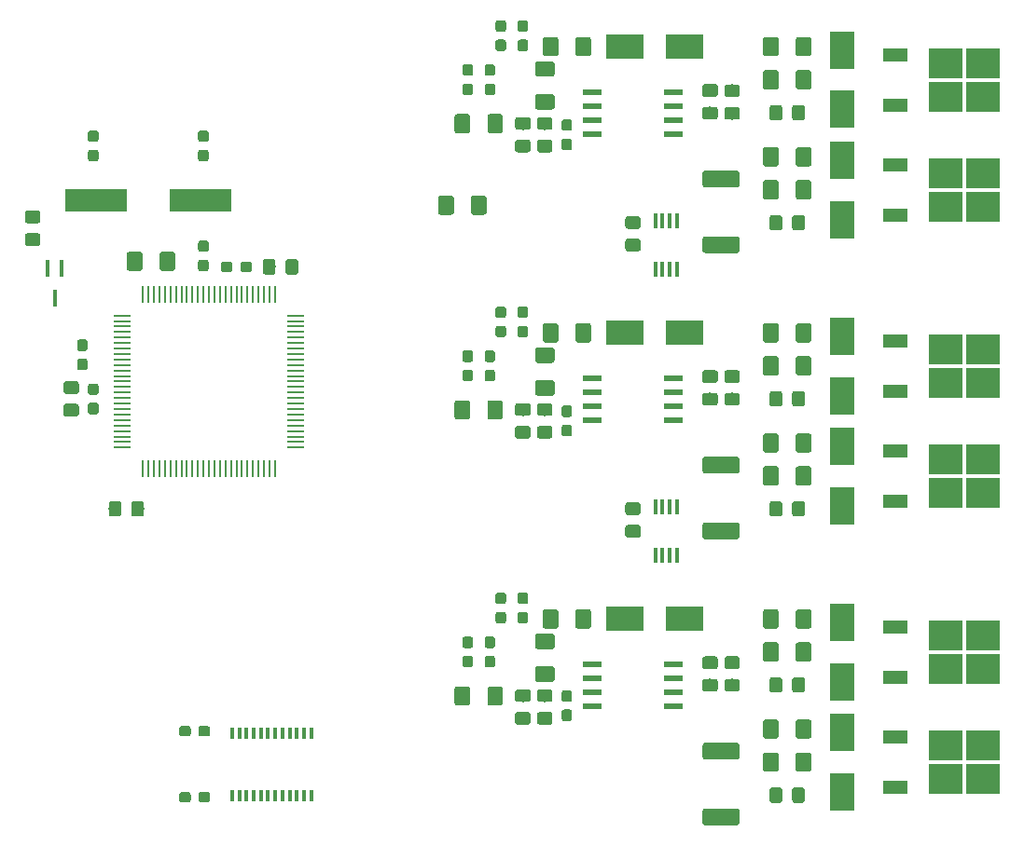
<source format=gbr>
G04 #@! TF.GenerationSoftware,KiCad,Pcbnew,5.0.2+dfsg1-1~bpo9+1*
G04 #@! TF.CreationDate,2019-05-15T23:25:40-04:00*
G04 #@! TF.ProjectId,SCARAMotorFeedbackController,53434152-414d-46f7-946f-724665656462,rev?*
G04 #@! TF.SameCoordinates,Original*
G04 #@! TF.FileFunction,Paste,Top*
G04 #@! TF.FilePolarity,Positive*
%FSLAX46Y46*%
G04 Gerber Fmt 4.6, Leading zero omitted, Abs format (unit mm)*
G04 Created by KiCad (PCBNEW 5.0.2+dfsg1-1~bpo9+1) date Wed 15 May 2019 11:25:40 PM EDT*
%MOMM*%
%LPD*%
G01*
G04 APERTURE LIST*
%ADD10R,5.600000X2.100000*%
%ADD11C,0.100000*%
%ADD12C,1.150000*%
%ADD13C,0.950000*%
%ADD14R,3.050000X2.750000*%
%ADD15R,2.200000X1.200000*%
%ADD16C,1.425000*%
%ADD17C,1.525000*%
%ADD18R,1.500000X0.280000*%
%ADD19R,0.280000X1.500000*%
%ADD20R,1.750000X0.550000*%
%ADD21R,0.450000X1.450000*%
%ADD22R,3.500000X2.300000*%
%ADD23R,2.300000X3.500000*%
%ADD24R,0.450000X1.500000*%
%ADD25R,0.400000X1.100000*%
G04 APERTURE END LIST*
D10*
G04 #@! TO.C,Y1*
X21750000Y72500000D03*
X12250000Y72500000D03*
G04 #@! TD*
D11*
G04 #@! TO.C,C1*
G36*
X16374505Y45198796D02*
X16398773Y45195196D01*
X16422572Y45189235D01*
X16445671Y45180970D01*
X16467850Y45170480D01*
X16488893Y45157868D01*
X16508599Y45143253D01*
X16526777Y45126777D01*
X16543253Y45108599D01*
X16557868Y45088893D01*
X16570480Y45067850D01*
X16580970Y45045671D01*
X16589235Y45022572D01*
X16595196Y44998773D01*
X16598796Y44974505D01*
X16600000Y44950001D01*
X16600000Y44049999D01*
X16598796Y44025495D01*
X16595196Y44001227D01*
X16589235Y43977428D01*
X16580970Y43954329D01*
X16570480Y43932150D01*
X16557868Y43911107D01*
X16543253Y43891401D01*
X16526777Y43873223D01*
X16508599Y43856747D01*
X16488893Y43842132D01*
X16467850Y43829520D01*
X16445671Y43819030D01*
X16422572Y43810765D01*
X16398773Y43804804D01*
X16374505Y43801204D01*
X16350001Y43800000D01*
X15699999Y43800000D01*
X15675495Y43801204D01*
X15651227Y43804804D01*
X15627428Y43810765D01*
X15604329Y43819030D01*
X15582150Y43829520D01*
X15561107Y43842132D01*
X15541401Y43856747D01*
X15523223Y43873223D01*
X15506747Y43891401D01*
X15492132Y43911107D01*
X15479520Y43932150D01*
X15469030Y43954329D01*
X15460765Y43977428D01*
X15454804Y44001227D01*
X15451204Y44025495D01*
X15450000Y44049999D01*
X15450000Y44950001D01*
X15451204Y44974505D01*
X15454804Y44998773D01*
X15460765Y45022572D01*
X15469030Y45045671D01*
X15479520Y45067850D01*
X15492132Y45088893D01*
X15506747Y45108599D01*
X15523223Y45126777D01*
X15541401Y45143253D01*
X15561107Y45157868D01*
X15582150Y45170480D01*
X15604329Y45180970D01*
X15627428Y45189235D01*
X15651227Y45195196D01*
X15675495Y45198796D01*
X15699999Y45200000D01*
X16350001Y45200000D01*
X16374505Y45198796D01*
X16374505Y45198796D01*
G37*
D12*
X16025000Y44500000D03*
D11*
G36*
X14324505Y45198796D02*
X14348773Y45195196D01*
X14372572Y45189235D01*
X14395671Y45180970D01*
X14417850Y45170480D01*
X14438893Y45157868D01*
X14458599Y45143253D01*
X14476777Y45126777D01*
X14493253Y45108599D01*
X14507868Y45088893D01*
X14520480Y45067850D01*
X14530970Y45045671D01*
X14539235Y45022572D01*
X14545196Y44998773D01*
X14548796Y44974505D01*
X14550000Y44950001D01*
X14550000Y44049999D01*
X14548796Y44025495D01*
X14545196Y44001227D01*
X14539235Y43977428D01*
X14530970Y43954329D01*
X14520480Y43932150D01*
X14507868Y43911107D01*
X14493253Y43891401D01*
X14476777Y43873223D01*
X14458599Y43856747D01*
X14438893Y43842132D01*
X14417850Y43829520D01*
X14395671Y43819030D01*
X14372572Y43810765D01*
X14348773Y43804804D01*
X14324505Y43801204D01*
X14300001Y43800000D01*
X13649999Y43800000D01*
X13625495Y43801204D01*
X13601227Y43804804D01*
X13577428Y43810765D01*
X13554329Y43819030D01*
X13532150Y43829520D01*
X13511107Y43842132D01*
X13491401Y43856747D01*
X13473223Y43873223D01*
X13456747Y43891401D01*
X13442132Y43911107D01*
X13429520Y43932150D01*
X13419030Y43954329D01*
X13410765Y43977428D01*
X13404804Y44001227D01*
X13401204Y44025495D01*
X13400000Y44049999D01*
X13400000Y44950001D01*
X13401204Y44974505D01*
X13404804Y44998773D01*
X13410765Y45022572D01*
X13419030Y45045671D01*
X13429520Y45067850D01*
X13442132Y45088893D01*
X13456747Y45108599D01*
X13473223Y45126777D01*
X13491401Y45143253D01*
X13511107Y45157868D01*
X13532150Y45170480D01*
X13554329Y45180970D01*
X13577428Y45189235D01*
X13601227Y45195196D01*
X13625495Y45198796D01*
X13649999Y45200000D01*
X14300001Y45200000D01*
X14324505Y45198796D01*
X14324505Y45198796D01*
G37*
D12*
X13975000Y44500000D03*
G04 #@! TD*
D11*
G04 #@! TO.C,C2*
G36*
X10474505Y54048796D02*
X10498773Y54045196D01*
X10522572Y54039235D01*
X10545671Y54030970D01*
X10567850Y54020480D01*
X10588893Y54007868D01*
X10608599Y53993253D01*
X10626777Y53976777D01*
X10643253Y53958599D01*
X10657868Y53938893D01*
X10670480Y53917850D01*
X10680970Y53895671D01*
X10689235Y53872572D01*
X10695196Y53848773D01*
X10698796Y53824505D01*
X10700000Y53800001D01*
X10700000Y53149999D01*
X10698796Y53125495D01*
X10695196Y53101227D01*
X10689235Y53077428D01*
X10680970Y53054329D01*
X10670480Y53032150D01*
X10657868Y53011107D01*
X10643253Y52991401D01*
X10626777Y52973223D01*
X10608599Y52956747D01*
X10588893Y52942132D01*
X10567850Y52929520D01*
X10545671Y52919030D01*
X10522572Y52910765D01*
X10498773Y52904804D01*
X10474505Y52901204D01*
X10450001Y52900000D01*
X9549999Y52900000D01*
X9525495Y52901204D01*
X9501227Y52904804D01*
X9477428Y52910765D01*
X9454329Y52919030D01*
X9432150Y52929520D01*
X9411107Y52942132D01*
X9391401Y52956747D01*
X9373223Y52973223D01*
X9356747Y52991401D01*
X9342132Y53011107D01*
X9329520Y53032150D01*
X9319030Y53054329D01*
X9310765Y53077428D01*
X9304804Y53101227D01*
X9301204Y53125495D01*
X9300000Y53149999D01*
X9300000Y53800001D01*
X9301204Y53824505D01*
X9304804Y53848773D01*
X9310765Y53872572D01*
X9319030Y53895671D01*
X9329520Y53917850D01*
X9342132Y53938893D01*
X9356747Y53958599D01*
X9373223Y53976777D01*
X9391401Y53993253D01*
X9411107Y54007868D01*
X9432150Y54020480D01*
X9454329Y54030970D01*
X9477428Y54039235D01*
X9501227Y54045196D01*
X9525495Y54048796D01*
X9549999Y54050000D01*
X10450001Y54050000D01*
X10474505Y54048796D01*
X10474505Y54048796D01*
G37*
D12*
X10000000Y53475000D03*
D11*
G36*
X10474505Y56098796D02*
X10498773Y56095196D01*
X10522572Y56089235D01*
X10545671Y56080970D01*
X10567850Y56070480D01*
X10588893Y56057868D01*
X10608599Y56043253D01*
X10626777Y56026777D01*
X10643253Y56008599D01*
X10657868Y55988893D01*
X10670480Y55967850D01*
X10680970Y55945671D01*
X10689235Y55922572D01*
X10695196Y55898773D01*
X10698796Y55874505D01*
X10700000Y55850001D01*
X10700000Y55199999D01*
X10698796Y55175495D01*
X10695196Y55151227D01*
X10689235Y55127428D01*
X10680970Y55104329D01*
X10670480Y55082150D01*
X10657868Y55061107D01*
X10643253Y55041401D01*
X10626777Y55023223D01*
X10608599Y55006747D01*
X10588893Y54992132D01*
X10567850Y54979520D01*
X10545671Y54969030D01*
X10522572Y54960765D01*
X10498773Y54954804D01*
X10474505Y54951204D01*
X10450001Y54950000D01*
X9549999Y54950000D01*
X9525495Y54951204D01*
X9501227Y54954804D01*
X9477428Y54960765D01*
X9454329Y54969030D01*
X9432150Y54979520D01*
X9411107Y54992132D01*
X9391401Y55006747D01*
X9373223Y55023223D01*
X9356747Y55041401D01*
X9342132Y55061107D01*
X9329520Y55082150D01*
X9319030Y55104329D01*
X9310765Y55127428D01*
X9304804Y55151227D01*
X9301204Y55175495D01*
X9300000Y55199999D01*
X9300000Y55850001D01*
X9301204Y55874505D01*
X9304804Y55898773D01*
X9310765Y55922572D01*
X9319030Y55945671D01*
X9329520Y55967850D01*
X9342132Y55988893D01*
X9356747Y56008599D01*
X9373223Y56026777D01*
X9391401Y56043253D01*
X9411107Y56057868D01*
X9432150Y56070480D01*
X9454329Y56080970D01*
X9477428Y56089235D01*
X9501227Y56095196D01*
X9525495Y56098796D01*
X9549999Y56100000D01*
X10450001Y56100000D01*
X10474505Y56098796D01*
X10474505Y56098796D01*
G37*
D12*
X10000000Y55525000D03*
G04 #@! TD*
D11*
G04 #@! TO.C,C3*
G36*
X22260779Y68898856D02*
X22283834Y68895437D01*
X22306443Y68889773D01*
X22328387Y68881921D01*
X22349457Y68871956D01*
X22369448Y68859974D01*
X22388168Y68846090D01*
X22405438Y68830438D01*
X22421090Y68813168D01*
X22434974Y68794448D01*
X22446956Y68774457D01*
X22456921Y68753387D01*
X22464773Y68731443D01*
X22470437Y68708834D01*
X22473856Y68685779D01*
X22475000Y68662500D01*
X22475000Y68087500D01*
X22473856Y68064221D01*
X22470437Y68041166D01*
X22464773Y68018557D01*
X22456921Y67996613D01*
X22446956Y67975543D01*
X22434974Y67955552D01*
X22421090Y67936832D01*
X22405438Y67919562D01*
X22388168Y67903910D01*
X22369448Y67890026D01*
X22349457Y67878044D01*
X22328387Y67868079D01*
X22306443Y67860227D01*
X22283834Y67854563D01*
X22260779Y67851144D01*
X22237500Y67850000D01*
X21762500Y67850000D01*
X21739221Y67851144D01*
X21716166Y67854563D01*
X21693557Y67860227D01*
X21671613Y67868079D01*
X21650543Y67878044D01*
X21630552Y67890026D01*
X21611832Y67903910D01*
X21594562Y67919562D01*
X21578910Y67936832D01*
X21565026Y67955552D01*
X21553044Y67975543D01*
X21543079Y67996613D01*
X21535227Y68018557D01*
X21529563Y68041166D01*
X21526144Y68064221D01*
X21525000Y68087500D01*
X21525000Y68662500D01*
X21526144Y68685779D01*
X21529563Y68708834D01*
X21535227Y68731443D01*
X21543079Y68753387D01*
X21553044Y68774457D01*
X21565026Y68794448D01*
X21578910Y68813168D01*
X21594562Y68830438D01*
X21611832Y68846090D01*
X21630552Y68859974D01*
X21650543Y68871956D01*
X21671613Y68881921D01*
X21693557Y68889773D01*
X21716166Y68895437D01*
X21739221Y68898856D01*
X21762500Y68900000D01*
X22237500Y68900000D01*
X22260779Y68898856D01*
X22260779Y68898856D01*
G37*
D13*
X22000000Y68375000D03*
D11*
G36*
X22260779Y67148856D02*
X22283834Y67145437D01*
X22306443Y67139773D01*
X22328387Y67131921D01*
X22349457Y67121956D01*
X22369448Y67109974D01*
X22388168Y67096090D01*
X22405438Y67080438D01*
X22421090Y67063168D01*
X22434974Y67044448D01*
X22446956Y67024457D01*
X22456921Y67003387D01*
X22464773Y66981443D01*
X22470437Y66958834D01*
X22473856Y66935779D01*
X22475000Y66912500D01*
X22475000Y66337500D01*
X22473856Y66314221D01*
X22470437Y66291166D01*
X22464773Y66268557D01*
X22456921Y66246613D01*
X22446956Y66225543D01*
X22434974Y66205552D01*
X22421090Y66186832D01*
X22405438Y66169562D01*
X22388168Y66153910D01*
X22369448Y66140026D01*
X22349457Y66128044D01*
X22328387Y66118079D01*
X22306443Y66110227D01*
X22283834Y66104563D01*
X22260779Y66101144D01*
X22237500Y66100000D01*
X21762500Y66100000D01*
X21739221Y66101144D01*
X21716166Y66104563D01*
X21693557Y66110227D01*
X21671613Y66118079D01*
X21650543Y66128044D01*
X21630552Y66140026D01*
X21611832Y66153910D01*
X21594562Y66169562D01*
X21578910Y66186832D01*
X21565026Y66205552D01*
X21553044Y66225543D01*
X21543079Y66246613D01*
X21535227Y66268557D01*
X21529563Y66291166D01*
X21526144Y66314221D01*
X21525000Y66337500D01*
X21525000Y66912500D01*
X21526144Y66935779D01*
X21529563Y66958834D01*
X21535227Y66981443D01*
X21543079Y67003387D01*
X21553044Y67024457D01*
X21565026Y67044448D01*
X21578910Y67063168D01*
X21594562Y67080438D01*
X21611832Y67096090D01*
X21630552Y67109974D01*
X21650543Y67121956D01*
X21671613Y67131921D01*
X21693557Y67139773D01*
X21716166Y67145437D01*
X21739221Y67148856D01*
X21762500Y67150000D01*
X22237500Y67150000D01*
X22260779Y67148856D01*
X22260779Y67148856D01*
G37*
D13*
X22000000Y66625000D03*
G04 #@! TD*
D11*
G04 #@! TO.C,C4*
G36*
X24435779Y66973856D02*
X24458834Y66970437D01*
X24481443Y66964773D01*
X24503387Y66956921D01*
X24524457Y66946956D01*
X24544448Y66934974D01*
X24563168Y66921090D01*
X24580438Y66905438D01*
X24596090Y66888168D01*
X24609974Y66869448D01*
X24621956Y66849457D01*
X24631921Y66828387D01*
X24639773Y66806443D01*
X24645437Y66783834D01*
X24648856Y66760779D01*
X24650000Y66737500D01*
X24650000Y66262500D01*
X24648856Y66239221D01*
X24645437Y66216166D01*
X24639773Y66193557D01*
X24631921Y66171613D01*
X24621956Y66150543D01*
X24609974Y66130552D01*
X24596090Y66111832D01*
X24580438Y66094562D01*
X24563168Y66078910D01*
X24544448Y66065026D01*
X24524457Y66053044D01*
X24503387Y66043079D01*
X24481443Y66035227D01*
X24458834Y66029563D01*
X24435779Y66026144D01*
X24412500Y66025000D01*
X23837500Y66025000D01*
X23814221Y66026144D01*
X23791166Y66029563D01*
X23768557Y66035227D01*
X23746613Y66043079D01*
X23725543Y66053044D01*
X23705552Y66065026D01*
X23686832Y66078910D01*
X23669562Y66094562D01*
X23653910Y66111832D01*
X23640026Y66130552D01*
X23628044Y66150543D01*
X23618079Y66171613D01*
X23610227Y66193557D01*
X23604563Y66216166D01*
X23601144Y66239221D01*
X23600000Y66262500D01*
X23600000Y66737500D01*
X23601144Y66760779D01*
X23604563Y66783834D01*
X23610227Y66806443D01*
X23618079Y66828387D01*
X23628044Y66849457D01*
X23640026Y66869448D01*
X23653910Y66888168D01*
X23669562Y66905438D01*
X23686832Y66921090D01*
X23705552Y66934974D01*
X23725543Y66946956D01*
X23746613Y66956921D01*
X23768557Y66964773D01*
X23791166Y66970437D01*
X23814221Y66973856D01*
X23837500Y66975000D01*
X24412500Y66975000D01*
X24435779Y66973856D01*
X24435779Y66973856D01*
G37*
D13*
X24125000Y66500000D03*
D11*
G36*
X26185779Y66973856D02*
X26208834Y66970437D01*
X26231443Y66964773D01*
X26253387Y66956921D01*
X26274457Y66946956D01*
X26294448Y66934974D01*
X26313168Y66921090D01*
X26330438Y66905438D01*
X26346090Y66888168D01*
X26359974Y66869448D01*
X26371956Y66849457D01*
X26381921Y66828387D01*
X26389773Y66806443D01*
X26395437Y66783834D01*
X26398856Y66760779D01*
X26400000Y66737500D01*
X26400000Y66262500D01*
X26398856Y66239221D01*
X26395437Y66216166D01*
X26389773Y66193557D01*
X26381921Y66171613D01*
X26371956Y66150543D01*
X26359974Y66130552D01*
X26346090Y66111832D01*
X26330438Y66094562D01*
X26313168Y66078910D01*
X26294448Y66065026D01*
X26274457Y66053044D01*
X26253387Y66043079D01*
X26231443Y66035227D01*
X26208834Y66029563D01*
X26185779Y66026144D01*
X26162500Y66025000D01*
X25587500Y66025000D01*
X25564221Y66026144D01*
X25541166Y66029563D01*
X25518557Y66035227D01*
X25496613Y66043079D01*
X25475543Y66053044D01*
X25455552Y66065026D01*
X25436832Y66078910D01*
X25419562Y66094562D01*
X25403910Y66111832D01*
X25390026Y66130552D01*
X25378044Y66150543D01*
X25368079Y66171613D01*
X25360227Y66193557D01*
X25354563Y66216166D01*
X25351144Y66239221D01*
X25350000Y66262500D01*
X25350000Y66737500D01*
X25351144Y66760779D01*
X25354563Y66783834D01*
X25360227Y66806443D01*
X25368079Y66828387D01*
X25378044Y66849457D01*
X25390026Y66869448D01*
X25403910Y66888168D01*
X25419562Y66905438D01*
X25436832Y66921090D01*
X25455552Y66934974D01*
X25475543Y66946956D01*
X25496613Y66956921D01*
X25518557Y66964773D01*
X25541166Y66970437D01*
X25564221Y66973856D01*
X25587500Y66975000D01*
X26162500Y66975000D01*
X26185779Y66973856D01*
X26185779Y66973856D01*
G37*
D13*
X25875000Y66500000D03*
G04 #@! TD*
D11*
G04 #@! TO.C,C5*
G36*
X11260779Y59898856D02*
X11283834Y59895437D01*
X11306443Y59889773D01*
X11328387Y59881921D01*
X11349457Y59871956D01*
X11369448Y59859974D01*
X11388168Y59846090D01*
X11405438Y59830438D01*
X11421090Y59813168D01*
X11434974Y59794448D01*
X11446956Y59774457D01*
X11456921Y59753387D01*
X11464773Y59731443D01*
X11470437Y59708834D01*
X11473856Y59685779D01*
X11475000Y59662500D01*
X11475000Y59087500D01*
X11473856Y59064221D01*
X11470437Y59041166D01*
X11464773Y59018557D01*
X11456921Y58996613D01*
X11446956Y58975543D01*
X11434974Y58955552D01*
X11421090Y58936832D01*
X11405438Y58919562D01*
X11388168Y58903910D01*
X11369448Y58890026D01*
X11349457Y58878044D01*
X11328387Y58868079D01*
X11306443Y58860227D01*
X11283834Y58854563D01*
X11260779Y58851144D01*
X11237500Y58850000D01*
X10762500Y58850000D01*
X10739221Y58851144D01*
X10716166Y58854563D01*
X10693557Y58860227D01*
X10671613Y58868079D01*
X10650543Y58878044D01*
X10630552Y58890026D01*
X10611832Y58903910D01*
X10594562Y58919562D01*
X10578910Y58936832D01*
X10565026Y58955552D01*
X10553044Y58975543D01*
X10543079Y58996613D01*
X10535227Y59018557D01*
X10529563Y59041166D01*
X10526144Y59064221D01*
X10525000Y59087500D01*
X10525000Y59662500D01*
X10526144Y59685779D01*
X10529563Y59708834D01*
X10535227Y59731443D01*
X10543079Y59753387D01*
X10553044Y59774457D01*
X10565026Y59794448D01*
X10578910Y59813168D01*
X10594562Y59830438D01*
X10611832Y59846090D01*
X10630552Y59859974D01*
X10650543Y59871956D01*
X10671613Y59881921D01*
X10693557Y59889773D01*
X10716166Y59895437D01*
X10739221Y59898856D01*
X10762500Y59900000D01*
X11237500Y59900000D01*
X11260779Y59898856D01*
X11260779Y59898856D01*
G37*
D13*
X11000000Y59375000D03*
D11*
G36*
X11260779Y58148856D02*
X11283834Y58145437D01*
X11306443Y58139773D01*
X11328387Y58131921D01*
X11349457Y58121956D01*
X11369448Y58109974D01*
X11388168Y58096090D01*
X11405438Y58080438D01*
X11421090Y58063168D01*
X11434974Y58044448D01*
X11446956Y58024457D01*
X11456921Y58003387D01*
X11464773Y57981443D01*
X11470437Y57958834D01*
X11473856Y57935779D01*
X11475000Y57912500D01*
X11475000Y57337500D01*
X11473856Y57314221D01*
X11470437Y57291166D01*
X11464773Y57268557D01*
X11456921Y57246613D01*
X11446956Y57225543D01*
X11434974Y57205552D01*
X11421090Y57186832D01*
X11405438Y57169562D01*
X11388168Y57153910D01*
X11369448Y57140026D01*
X11349457Y57128044D01*
X11328387Y57118079D01*
X11306443Y57110227D01*
X11283834Y57104563D01*
X11260779Y57101144D01*
X11237500Y57100000D01*
X10762500Y57100000D01*
X10739221Y57101144D01*
X10716166Y57104563D01*
X10693557Y57110227D01*
X10671613Y57118079D01*
X10650543Y57128044D01*
X10630552Y57140026D01*
X10611832Y57153910D01*
X10594562Y57169562D01*
X10578910Y57186832D01*
X10565026Y57205552D01*
X10553044Y57225543D01*
X10543079Y57246613D01*
X10535227Y57268557D01*
X10529563Y57291166D01*
X10526144Y57314221D01*
X10525000Y57337500D01*
X10525000Y57912500D01*
X10526144Y57935779D01*
X10529563Y57958834D01*
X10535227Y57981443D01*
X10543079Y58003387D01*
X10553044Y58024457D01*
X10565026Y58044448D01*
X10578910Y58063168D01*
X10594562Y58080438D01*
X10611832Y58096090D01*
X10630552Y58109974D01*
X10650543Y58121956D01*
X10671613Y58131921D01*
X10693557Y58139773D01*
X10716166Y58145437D01*
X10739221Y58148856D01*
X10762500Y58150000D01*
X11237500Y58150000D01*
X11260779Y58148856D01*
X11260779Y58148856D01*
G37*
D13*
X11000000Y57625000D03*
G04 #@! TD*
D11*
G04 #@! TO.C,C6*
G36*
X12260779Y54148856D02*
X12283834Y54145437D01*
X12306443Y54139773D01*
X12328387Y54131921D01*
X12349457Y54121956D01*
X12369448Y54109974D01*
X12388168Y54096090D01*
X12405438Y54080438D01*
X12421090Y54063168D01*
X12434974Y54044448D01*
X12446956Y54024457D01*
X12456921Y54003387D01*
X12464773Y53981443D01*
X12470437Y53958834D01*
X12473856Y53935779D01*
X12475000Y53912500D01*
X12475000Y53337500D01*
X12473856Y53314221D01*
X12470437Y53291166D01*
X12464773Y53268557D01*
X12456921Y53246613D01*
X12446956Y53225543D01*
X12434974Y53205552D01*
X12421090Y53186832D01*
X12405438Y53169562D01*
X12388168Y53153910D01*
X12369448Y53140026D01*
X12349457Y53128044D01*
X12328387Y53118079D01*
X12306443Y53110227D01*
X12283834Y53104563D01*
X12260779Y53101144D01*
X12237500Y53100000D01*
X11762500Y53100000D01*
X11739221Y53101144D01*
X11716166Y53104563D01*
X11693557Y53110227D01*
X11671613Y53118079D01*
X11650543Y53128044D01*
X11630552Y53140026D01*
X11611832Y53153910D01*
X11594562Y53169562D01*
X11578910Y53186832D01*
X11565026Y53205552D01*
X11553044Y53225543D01*
X11543079Y53246613D01*
X11535227Y53268557D01*
X11529563Y53291166D01*
X11526144Y53314221D01*
X11525000Y53337500D01*
X11525000Y53912500D01*
X11526144Y53935779D01*
X11529563Y53958834D01*
X11535227Y53981443D01*
X11543079Y54003387D01*
X11553044Y54024457D01*
X11565026Y54044448D01*
X11578910Y54063168D01*
X11594562Y54080438D01*
X11611832Y54096090D01*
X11630552Y54109974D01*
X11650543Y54121956D01*
X11671613Y54131921D01*
X11693557Y54139773D01*
X11716166Y54145437D01*
X11739221Y54148856D01*
X11762500Y54150000D01*
X12237500Y54150000D01*
X12260779Y54148856D01*
X12260779Y54148856D01*
G37*
D13*
X12000000Y53625000D03*
D11*
G36*
X12260779Y55898856D02*
X12283834Y55895437D01*
X12306443Y55889773D01*
X12328387Y55881921D01*
X12349457Y55871956D01*
X12369448Y55859974D01*
X12388168Y55846090D01*
X12405438Y55830438D01*
X12421090Y55813168D01*
X12434974Y55794448D01*
X12446956Y55774457D01*
X12456921Y55753387D01*
X12464773Y55731443D01*
X12470437Y55708834D01*
X12473856Y55685779D01*
X12475000Y55662500D01*
X12475000Y55087500D01*
X12473856Y55064221D01*
X12470437Y55041166D01*
X12464773Y55018557D01*
X12456921Y54996613D01*
X12446956Y54975543D01*
X12434974Y54955552D01*
X12421090Y54936832D01*
X12405438Y54919562D01*
X12388168Y54903910D01*
X12369448Y54890026D01*
X12349457Y54878044D01*
X12328387Y54868079D01*
X12306443Y54860227D01*
X12283834Y54854563D01*
X12260779Y54851144D01*
X12237500Y54850000D01*
X11762500Y54850000D01*
X11739221Y54851144D01*
X11716166Y54854563D01*
X11693557Y54860227D01*
X11671613Y54868079D01*
X11650543Y54878044D01*
X11630552Y54890026D01*
X11611832Y54903910D01*
X11594562Y54919562D01*
X11578910Y54936832D01*
X11565026Y54955552D01*
X11553044Y54975543D01*
X11543079Y54996613D01*
X11535227Y55018557D01*
X11529563Y55041166D01*
X11526144Y55064221D01*
X11525000Y55087500D01*
X11525000Y55662500D01*
X11526144Y55685779D01*
X11529563Y55708834D01*
X11535227Y55731443D01*
X11543079Y55753387D01*
X11553044Y55774457D01*
X11565026Y55794448D01*
X11578910Y55813168D01*
X11594562Y55830438D01*
X11611832Y55846090D01*
X11630552Y55859974D01*
X11650543Y55871956D01*
X11671613Y55881921D01*
X11693557Y55889773D01*
X11716166Y55895437D01*
X11739221Y55898856D01*
X11762500Y55900000D01*
X12237500Y55900000D01*
X12260779Y55898856D01*
X12260779Y55898856D01*
G37*
D13*
X12000000Y55375000D03*
G04 #@! TD*
D11*
G04 #@! TO.C,C7*
G36*
X55260779Y26273856D02*
X55283834Y26270437D01*
X55306443Y26264773D01*
X55328387Y26256921D01*
X55349457Y26246956D01*
X55369448Y26234974D01*
X55388168Y26221090D01*
X55405438Y26205438D01*
X55421090Y26188168D01*
X55434974Y26169448D01*
X55446956Y26149457D01*
X55456921Y26128387D01*
X55464773Y26106443D01*
X55470437Y26083834D01*
X55473856Y26060779D01*
X55475000Y26037500D01*
X55475000Y25462500D01*
X55473856Y25439221D01*
X55470437Y25416166D01*
X55464773Y25393557D01*
X55456921Y25371613D01*
X55446956Y25350543D01*
X55434974Y25330552D01*
X55421090Y25311832D01*
X55405438Y25294562D01*
X55388168Y25278910D01*
X55369448Y25265026D01*
X55349457Y25253044D01*
X55328387Y25243079D01*
X55306443Y25235227D01*
X55283834Y25229563D01*
X55260779Y25226144D01*
X55237500Y25225000D01*
X54762500Y25225000D01*
X54739221Y25226144D01*
X54716166Y25229563D01*
X54693557Y25235227D01*
X54671613Y25243079D01*
X54650543Y25253044D01*
X54630552Y25265026D01*
X54611832Y25278910D01*
X54594562Y25294562D01*
X54578910Y25311832D01*
X54565026Y25330552D01*
X54553044Y25350543D01*
X54543079Y25371613D01*
X54535227Y25393557D01*
X54529563Y25416166D01*
X54526144Y25439221D01*
X54525000Y25462500D01*
X54525000Y26037500D01*
X54526144Y26060779D01*
X54529563Y26083834D01*
X54535227Y26106443D01*
X54543079Y26128387D01*
X54553044Y26149457D01*
X54565026Y26169448D01*
X54578910Y26188168D01*
X54594562Y26205438D01*
X54611832Y26221090D01*
X54630552Y26234974D01*
X54650543Y26246956D01*
X54671613Y26256921D01*
X54693557Y26264773D01*
X54716166Y26270437D01*
X54739221Y26273856D01*
X54762500Y26275000D01*
X55237500Y26275000D01*
X55260779Y26273856D01*
X55260779Y26273856D01*
G37*
D13*
X55000000Y25750000D03*
D11*
G36*
X55260779Y28023856D02*
X55283834Y28020437D01*
X55306443Y28014773D01*
X55328387Y28006921D01*
X55349457Y27996956D01*
X55369448Y27984974D01*
X55388168Y27971090D01*
X55405438Y27955438D01*
X55421090Y27938168D01*
X55434974Y27919448D01*
X55446956Y27899457D01*
X55456921Y27878387D01*
X55464773Y27856443D01*
X55470437Y27833834D01*
X55473856Y27810779D01*
X55475000Y27787500D01*
X55475000Y27212500D01*
X55473856Y27189221D01*
X55470437Y27166166D01*
X55464773Y27143557D01*
X55456921Y27121613D01*
X55446956Y27100543D01*
X55434974Y27080552D01*
X55421090Y27061832D01*
X55405438Y27044562D01*
X55388168Y27028910D01*
X55369448Y27015026D01*
X55349457Y27003044D01*
X55328387Y26993079D01*
X55306443Y26985227D01*
X55283834Y26979563D01*
X55260779Y26976144D01*
X55237500Y26975000D01*
X54762500Y26975000D01*
X54739221Y26976144D01*
X54716166Y26979563D01*
X54693557Y26985227D01*
X54671613Y26993079D01*
X54650543Y27003044D01*
X54630552Y27015026D01*
X54611832Y27028910D01*
X54594562Y27044562D01*
X54578910Y27061832D01*
X54565026Y27080552D01*
X54553044Y27100543D01*
X54543079Y27121613D01*
X54535227Y27143557D01*
X54529563Y27166166D01*
X54526144Y27189221D01*
X54525000Y27212500D01*
X54525000Y27787500D01*
X54526144Y27810779D01*
X54529563Y27833834D01*
X54535227Y27856443D01*
X54543079Y27878387D01*
X54553044Y27899457D01*
X54565026Y27919448D01*
X54578910Y27938168D01*
X54594562Y27955438D01*
X54611832Y27971090D01*
X54630552Y27984974D01*
X54650543Y27996956D01*
X54671613Y28006921D01*
X54693557Y28014773D01*
X54716166Y28020437D01*
X54739221Y28023856D01*
X54762500Y28025000D01*
X55237500Y28025000D01*
X55260779Y28023856D01*
X55260779Y28023856D01*
G37*
D13*
X55000000Y27500000D03*
G04 #@! TD*
D11*
G04 #@! TO.C,C9*
G36*
X55260779Y52148856D02*
X55283834Y52145437D01*
X55306443Y52139773D01*
X55328387Y52131921D01*
X55349457Y52121956D01*
X55369448Y52109974D01*
X55388168Y52096090D01*
X55405438Y52080438D01*
X55421090Y52063168D01*
X55434974Y52044448D01*
X55446956Y52024457D01*
X55456921Y52003387D01*
X55464773Y51981443D01*
X55470437Y51958834D01*
X55473856Y51935779D01*
X55475000Y51912500D01*
X55475000Y51337500D01*
X55473856Y51314221D01*
X55470437Y51291166D01*
X55464773Y51268557D01*
X55456921Y51246613D01*
X55446956Y51225543D01*
X55434974Y51205552D01*
X55421090Y51186832D01*
X55405438Y51169562D01*
X55388168Y51153910D01*
X55369448Y51140026D01*
X55349457Y51128044D01*
X55328387Y51118079D01*
X55306443Y51110227D01*
X55283834Y51104563D01*
X55260779Y51101144D01*
X55237500Y51100000D01*
X54762500Y51100000D01*
X54739221Y51101144D01*
X54716166Y51104563D01*
X54693557Y51110227D01*
X54671613Y51118079D01*
X54650543Y51128044D01*
X54630552Y51140026D01*
X54611832Y51153910D01*
X54594562Y51169562D01*
X54578910Y51186832D01*
X54565026Y51205552D01*
X54553044Y51225543D01*
X54543079Y51246613D01*
X54535227Y51268557D01*
X54529563Y51291166D01*
X54526144Y51314221D01*
X54525000Y51337500D01*
X54525000Y51912500D01*
X54526144Y51935779D01*
X54529563Y51958834D01*
X54535227Y51981443D01*
X54543079Y52003387D01*
X54553044Y52024457D01*
X54565026Y52044448D01*
X54578910Y52063168D01*
X54594562Y52080438D01*
X54611832Y52096090D01*
X54630552Y52109974D01*
X54650543Y52121956D01*
X54671613Y52131921D01*
X54693557Y52139773D01*
X54716166Y52145437D01*
X54739221Y52148856D01*
X54762500Y52150000D01*
X55237500Y52150000D01*
X55260779Y52148856D01*
X55260779Y52148856D01*
G37*
D13*
X55000000Y51625000D03*
D11*
G36*
X55260779Y53898856D02*
X55283834Y53895437D01*
X55306443Y53889773D01*
X55328387Y53881921D01*
X55349457Y53871956D01*
X55369448Y53859974D01*
X55388168Y53846090D01*
X55405438Y53830438D01*
X55421090Y53813168D01*
X55434974Y53794448D01*
X55446956Y53774457D01*
X55456921Y53753387D01*
X55464773Y53731443D01*
X55470437Y53708834D01*
X55473856Y53685779D01*
X55475000Y53662500D01*
X55475000Y53087500D01*
X55473856Y53064221D01*
X55470437Y53041166D01*
X55464773Y53018557D01*
X55456921Y52996613D01*
X55446956Y52975543D01*
X55434974Y52955552D01*
X55421090Y52936832D01*
X55405438Y52919562D01*
X55388168Y52903910D01*
X55369448Y52890026D01*
X55349457Y52878044D01*
X55328387Y52868079D01*
X55306443Y52860227D01*
X55283834Y52854563D01*
X55260779Y52851144D01*
X55237500Y52850000D01*
X54762500Y52850000D01*
X54739221Y52851144D01*
X54716166Y52854563D01*
X54693557Y52860227D01*
X54671613Y52868079D01*
X54650543Y52878044D01*
X54630552Y52890026D01*
X54611832Y52903910D01*
X54594562Y52919562D01*
X54578910Y52936832D01*
X54565026Y52955552D01*
X54553044Y52975543D01*
X54543079Y52996613D01*
X54535227Y53018557D01*
X54529563Y53041166D01*
X54526144Y53064221D01*
X54525000Y53087500D01*
X54525000Y53662500D01*
X54526144Y53685779D01*
X54529563Y53708834D01*
X54535227Y53731443D01*
X54543079Y53753387D01*
X54553044Y53774457D01*
X54565026Y53794448D01*
X54578910Y53813168D01*
X54594562Y53830438D01*
X54611832Y53846090D01*
X54630552Y53859974D01*
X54650543Y53871956D01*
X54671613Y53881921D01*
X54693557Y53889773D01*
X54716166Y53895437D01*
X54739221Y53898856D01*
X54762500Y53900000D01*
X55237500Y53900000D01*
X55260779Y53898856D01*
X55260779Y53898856D01*
G37*
D13*
X55000000Y53375000D03*
G04 #@! TD*
D11*
G04 #@! TO.C,C10*
G36*
X53474505Y28098796D02*
X53498773Y28095196D01*
X53522572Y28089235D01*
X53545671Y28080970D01*
X53567850Y28070480D01*
X53588893Y28057868D01*
X53608599Y28043253D01*
X53626777Y28026777D01*
X53643253Y28008599D01*
X53657868Y27988893D01*
X53670480Y27967850D01*
X53680970Y27945671D01*
X53689235Y27922572D01*
X53695196Y27898773D01*
X53698796Y27874505D01*
X53700000Y27850001D01*
X53700000Y27199999D01*
X53698796Y27175495D01*
X53695196Y27151227D01*
X53689235Y27127428D01*
X53680970Y27104329D01*
X53670480Y27082150D01*
X53657868Y27061107D01*
X53643253Y27041401D01*
X53626777Y27023223D01*
X53608599Y27006747D01*
X53588893Y26992132D01*
X53567850Y26979520D01*
X53545671Y26969030D01*
X53522572Y26960765D01*
X53498773Y26954804D01*
X53474505Y26951204D01*
X53450001Y26950000D01*
X52549999Y26950000D01*
X52525495Y26951204D01*
X52501227Y26954804D01*
X52477428Y26960765D01*
X52454329Y26969030D01*
X52432150Y26979520D01*
X52411107Y26992132D01*
X52391401Y27006747D01*
X52373223Y27023223D01*
X52356747Y27041401D01*
X52342132Y27061107D01*
X52329520Y27082150D01*
X52319030Y27104329D01*
X52310765Y27127428D01*
X52304804Y27151227D01*
X52301204Y27175495D01*
X52300000Y27199999D01*
X52300000Y27850001D01*
X52301204Y27874505D01*
X52304804Y27898773D01*
X52310765Y27922572D01*
X52319030Y27945671D01*
X52329520Y27967850D01*
X52342132Y27988893D01*
X52356747Y28008599D01*
X52373223Y28026777D01*
X52391401Y28043253D01*
X52411107Y28057868D01*
X52432150Y28070480D01*
X52454329Y28080970D01*
X52477428Y28089235D01*
X52501227Y28095196D01*
X52525495Y28098796D01*
X52549999Y28100000D01*
X53450001Y28100000D01*
X53474505Y28098796D01*
X53474505Y28098796D01*
G37*
D12*
X53000000Y27525000D03*
D11*
G36*
X53474505Y26048796D02*
X53498773Y26045196D01*
X53522572Y26039235D01*
X53545671Y26030970D01*
X53567850Y26020480D01*
X53588893Y26007868D01*
X53608599Y25993253D01*
X53626777Y25976777D01*
X53643253Y25958599D01*
X53657868Y25938893D01*
X53670480Y25917850D01*
X53680970Y25895671D01*
X53689235Y25872572D01*
X53695196Y25848773D01*
X53698796Y25824505D01*
X53700000Y25800001D01*
X53700000Y25149999D01*
X53698796Y25125495D01*
X53695196Y25101227D01*
X53689235Y25077428D01*
X53680970Y25054329D01*
X53670480Y25032150D01*
X53657868Y25011107D01*
X53643253Y24991401D01*
X53626777Y24973223D01*
X53608599Y24956747D01*
X53588893Y24942132D01*
X53567850Y24929520D01*
X53545671Y24919030D01*
X53522572Y24910765D01*
X53498773Y24904804D01*
X53474505Y24901204D01*
X53450001Y24900000D01*
X52549999Y24900000D01*
X52525495Y24901204D01*
X52501227Y24904804D01*
X52477428Y24910765D01*
X52454329Y24919030D01*
X52432150Y24929520D01*
X52411107Y24942132D01*
X52391401Y24956747D01*
X52373223Y24973223D01*
X52356747Y24991401D01*
X52342132Y25011107D01*
X52329520Y25032150D01*
X52319030Y25054329D01*
X52310765Y25077428D01*
X52304804Y25101227D01*
X52301204Y25125495D01*
X52300000Y25149999D01*
X52300000Y25800001D01*
X52301204Y25824505D01*
X52304804Y25848773D01*
X52310765Y25872572D01*
X52319030Y25895671D01*
X52329520Y25917850D01*
X52342132Y25938893D01*
X52356747Y25958599D01*
X52373223Y25976777D01*
X52391401Y25993253D01*
X52411107Y26007868D01*
X52432150Y26020480D01*
X52454329Y26030970D01*
X52477428Y26039235D01*
X52501227Y26045196D01*
X52525495Y26048796D01*
X52549999Y26050000D01*
X53450001Y26050000D01*
X53474505Y26048796D01*
X53474505Y26048796D01*
G37*
D12*
X53000000Y25475000D03*
G04 #@! TD*
D11*
G04 #@! TO.C,C11*
G36*
X53474505Y54098796D02*
X53498773Y54095196D01*
X53522572Y54089235D01*
X53545671Y54080970D01*
X53567850Y54070480D01*
X53588893Y54057868D01*
X53608599Y54043253D01*
X53626777Y54026777D01*
X53643253Y54008599D01*
X53657868Y53988893D01*
X53670480Y53967850D01*
X53680970Y53945671D01*
X53689235Y53922572D01*
X53695196Y53898773D01*
X53698796Y53874505D01*
X53700000Y53850001D01*
X53700000Y53199999D01*
X53698796Y53175495D01*
X53695196Y53151227D01*
X53689235Y53127428D01*
X53680970Y53104329D01*
X53670480Y53082150D01*
X53657868Y53061107D01*
X53643253Y53041401D01*
X53626777Y53023223D01*
X53608599Y53006747D01*
X53588893Y52992132D01*
X53567850Y52979520D01*
X53545671Y52969030D01*
X53522572Y52960765D01*
X53498773Y52954804D01*
X53474505Y52951204D01*
X53450001Y52950000D01*
X52549999Y52950000D01*
X52525495Y52951204D01*
X52501227Y52954804D01*
X52477428Y52960765D01*
X52454329Y52969030D01*
X52432150Y52979520D01*
X52411107Y52992132D01*
X52391401Y53006747D01*
X52373223Y53023223D01*
X52356747Y53041401D01*
X52342132Y53061107D01*
X52329520Y53082150D01*
X52319030Y53104329D01*
X52310765Y53127428D01*
X52304804Y53151227D01*
X52301204Y53175495D01*
X52300000Y53199999D01*
X52300000Y53850001D01*
X52301204Y53874505D01*
X52304804Y53898773D01*
X52310765Y53922572D01*
X52319030Y53945671D01*
X52329520Y53967850D01*
X52342132Y53988893D01*
X52356747Y54008599D01*
X52373223Y54026777D01*
X52391401Y54043253D01*
X52411107Y54057868D01*
X52432150Y54070480D01*
X52454329Y54080970D01*
X52477428Y54089235D01*
X52501227Y54095196D01*
X52525495Y54098796D01*
X52549999Y54100000D01*
X53450001Y54100000D01*
X53474505Y54098796D01*
X53474505Y54098796D01*
G37*
D12*
X53000000Y53525000D03*
D11*
G36*
X53474505Y52048796D02*
X53498773Y52045196D01*
X53522572Y52039235D01*
X53545671Y52030970D01*
X53567850Y52020480D01*
X53588893Y52007868D01*
X53608599Y51993253D01*
X53626777Y51976777D01*
X53643253Y51958599D01*
X53657868Y51938893D01*
X53670480Y51917850D01*
X53680970Y51895671D01*
X53689235Y51872572D01*
X53695196Y51848773D01*
X53698796Y51824505D01*
X53700000Y51800001D01*
X53700000Y51149999D01*
X53698796Y51125495D01*
X53695196Y51101227D01*
X53689235Y51077428D01*
X53680970Y51054329D01*
X53670480Y51032150D01*
X53657868Y51011107D01*
X53643253Y50991401D01*
X53626777Y50973223D01*
X53608599Y50956747D01*
X53588893Y50942132D01*
X53567850Y50929520D01*
X53545671Y50919030D01*
X53522572Y50910765D01*
X53498773Y50904804D01*
X53474505Y50901204D01*
X53450001Y50900000D01*
X52549999Y50900000D01*
X52525495Y50901204D01*
X52501227Y50904804D01*
X52477428Y50910765D01*
X52454329Y50919030D01*
X52432150Y50929520D01*
X52411107Y50942132D01*
X52391401Y50956747D01*
X52373223Y50973223D01*
X52356747Y50991401D01*
X52342132Y51011107D01*
X52329520Y51032150D01*
X52319030Y51054329D01*
X52310765Y51077428D01*
X52304804Y51101227D01*
X52301204Y51125495D01*
X52300000Y51149999D01*
X52300000Y51800001D01*
X52301204Y51824505D01*
X52304804Y51848773D01*
X52310765Y51872572D01*
X52319030Y51895671D01*
X52329520Y51917850D01*
X52342132Y51938893D01*
X52356747Y51958599D01*
X52373223Y51976777D01*
X52391401Y51993253D01*
X52411107Y52007868D01*
X52432150Y52020480D01*
X52454329Y52030970D01*
X52477428Y52039235D01*
X52501227Y52045196D01*
X52525495Y52048796D01*
X52549999Y52050000D01*
X53450001Y52050000D01*
X53474505Y52048796D01*
X53474505Y52048796D01*
G37*
D12*
X53000000Y51475000D03*
G04 #@! TD*
D11*
G04 #@! TO.C,C12*
G36*
X51474505Y26048796D02*
X51498773Y26045196D01*
X51522572Y26039235D01*
X51545671Y26030970D01*
X51567850Y26020480D01*
X51588893Y26007868D01*
X51608599Y25993253D01*
X51626777Y25976777D01*
X51643253Y25958599D01*
X51657868Y25938893D01*
X51670480Y25917850D01*
X51680970Y25895671D01*
X51689235Y25872572D01*
X51695196Y25848773D01*
X51698796Y25824505D01*
X51700000Y25800001D01*
X51700000Y25149999D01*
X51698796Y25125495D01*
X51695196Y25101227D01*
X51689235Y25077428D01*
X51680970Y25054329D01*
X51670480Y25032150D01*
X51657868Y25011107D01*
X51643253Y24991401D01*
X51626777Y24973223D01*
X51608599Y24956747D01*
X51588893Y24942132D01*
X51567850Y24929520D01*
X51545671Y24919030D01*
X51522572Y24910765D01*
X51498773Y24904804D01*
X51474505Y24901204D01*
X51450001Y24900000D01*
X50549999Y24900000D01*
X50525495Y24901204D01*
X50501227Y24904804D01*
X50477428Y24910765D01*
X50454329Y24919030D01*
X50432150Y24929520D01*
X50411107Y24942132D01*
X50391401Y24956747D01*
X50373223Y24973223D01*
X50356747Y24991401D01*
X50342132Y25011107D01*
X50329520Y25032150D01*
X50319030Y25054329D01*
X50310765Y25077428D01*
X50304804Y25101227D01*
X50301204Y25125495D01*
X50300000Y25149999D01*
X50300000Y25800001D01*
X50301204Y25824505D01*
X50304804Y25848773D01*
X50310765Y25872572D01*
X50319030Y25895671D01*
X50329520Y25917850D01*
X50342132Y25938893D01*
X50356747Y25958599D01*
X50373223Y25976777D01*
X50391401Y25993253D01*
X50411107Y26007868D01*
X50432150Y26020480D01*
X50454329Y26030970D01*
X50477428Y26039235D01*
X50501227Y26045196D01*
X50525495Y26048796D01*
X50549999Y26050000D01*
X51450001Y26050000D01*
X51474505Y26048796D01*
X51474505Y26048796D01*
G37*
D12*
X51000000Y25475000D03*
D11*
G36*
X51474505Y28098796D02*
X51498773Y28095196D01*
X51522572Y28089235D01*
X51545671Y28080970D01*
X51567850Y28070480D01*
X51588893Y28057868D01*
X51608599Y28043253D01*
X51626777Y28026777D01*
X51643253Y28008599D01*
X51657868Y27988893D01*
X51670480Y27967850D01*
X51680970Y27945671D01*
X51689235Y27922572D01*
X51695196Y27898773D01*
X51698796Y27874505D01*
X51700000Y27850001D01*
X51700000Y27199999D01*
X51698796Y27175495D01*
X51695196Y27151227D01*
X51689235Y27127428D01*
X51680970Y27104329D01*
X51670480Y27082150D01*
X51657868Y27061107D01*
X51643253Y27041401D01*
X51626777Y27023223D01*
X51608599Y27006747D01*
X51588893Y26992132D01*
X51567850Y26979520D01*
X51545671Y26969030D01*
X51522572Y26960765D01*
X51498773Y26954804D01*
X51474505Y26951204D01*
X51450001Y26950000D01*
X50549999Y26950000D01*
X50525495Y26951204D01*
X50501227Y26954804D01*
X50477428Y26960765D01*
X50454329Y26969030D01*
X50432150Y26979520D01*
X50411107Y26992132D01*
X50391401Y27006747D01*
X50373223Y27023223D01*
X50356747Y27041401D01*
X50342132Y27061107D01*
X50329520Y27082150D01*
X50319030Y27104329D01*
X50310765Y27127428D01*
X50304804Y27151227D01*
X50301204Y27175495D01*
X50300000Y27199999D01*
X50300000Y27850001D01*
X50301204Y27874505D01*
X50304804Y27898773D01*
X50310765Y27922572D01*
X50319030Y27945671D01*
X50329520Y27967850D01*
X50342132Y27988893D01*
X50356747Y28008599D01*
X50373223Y28026777D01*
X50391401Y28043253D01*
X50411107Y28057868D01*
X50432150Y28070480D01*
X50454329Y28080970D01*
X50477428Y28089235D01*
X50501227Y28095196D01*
X50525495Y28098796D01*
X50549999Y28100000D01*
X51450001Y28100000D01*
X51474505Y28098796D01*
X51474505Y28098796D01*
G37*
D12*
X51000000Y27525000D03*
G04 #@! TD*
D11*
G04 #@! TO.C,C13*
G36*
X51474505Y54098796D02*
X51498773Y54095196D01*
X51522572Y54089235D01*
X51545671Y54080970D01*
X51567850Y54070480D01*
X51588893Y54057868D01*
X51608599Y54043253D01*
X51626777Y54026777D01*
X51643253Y54008599D01*
X51657868Y53988893D01*
X51670480Y53967850D01*
X51680970Y53945671D01*
X51689235Y53922572D01*
X51695196Y53898773D01*
X51698796Y53874505D01*
X51700000Y53850001D01*
X51700000Y53199999D01*
X51698796Y53175495D01*
X51695196Y53151227D01*
X51689235Y53127428D01*
X51680970Y53104329D01*
X51670480Y53082150D01*
X51657868Y53061107D01*
X51643253Y53041401D01*
X51626777Y53023223D01*
X51608599Y53006747D01*
X51588893Y52992132D01*
X51567850Y52979520D01*
X51545671Y52969030D01*
X51522572Y52960765D01*
X51498773Y52954804D01*
X51474505Y52951204D01*
X51450001Y52950000D01*
X50549999Y52950000D01*
X50525495Y52951204D01*
X50501227Y52954804D01*
X50477428Y52960765D01*
X50454329Y52969030D01*
X50432150Y52979520D01*
X50411107Y52992132D01*
X50391401Y53006747D01*
X50373223Y53023223D01*
X50356747Y53041401D01*
X50342132Y53061107D01*
X50329520Y53082150D01*
X50319030Y53104329D01*
X50310765Y53127428D01*
X50304804Y53151227D01*
X50301204Y53175495D01*
X50300000Y53199999D01*
X50300000Y53850001D01*
X50301204Y53874505D01*
X50304804Y53898773D01*
X50310765Y53922572D01*
X50319030Y53945671D01*
X50329520Y53967850D01*
X50342132Y53988893D01*
X50356747Y54008599D01*
X50373223Y54026777D01*
X50391401Y54043253D01*
X50411107Y54057868D01*
X50432150Y54070480D01*
X50454329Y54080970D01*
X50477428Y54089235D01*
X50501227Y54095196D01*
X50525495Y54098796D01*
X50549999Y54100000D01*
X51450001Y54100000D01*
X51474505Y54098796D01*
X51474505Y54098796D01*
G37*
D12*
X51000000Y53525000D03*
D11*
G36*
X51474505Y52048796D02*
X51498773Y52045196D01*
X51522572Y52039235D01*
X51545671Y52030970D01*
X51567850Y52020480D01*
X51588893Y52007868D01*
X51608599Y51993253D01*
X51626777Y51976777D01*
X51643253Y51958599D01*
X51657868Y51938893D01*
X51670480Y51917850D01*
X51680970Y51895671D01*
X51689235Y51872572D01*
X51695196Y51848773D01*
X51698796Y51824505D01*
X51700000Y51800001D01*
X51700000Y51149999D01*
X51698796Y51125495D01*
X51695196Y51101227D01*
X51689235Y51077428D01*
X51680970Y51054329D01*
X51670480Y51032150D01*
X51657868Y51011107D01*
X51643253Y50991401D01*
X51626777Y50973223D01*
X51608599Y50956747D01*
X51588893Y50942132D01*
X51567850Y50929520D01*
X51545671Y50919030D01*
X51522572Y50910765D01*
X51498773Y50904804D01*
X51474505Y50901204D01*
X51450001Y50900000D01*
X50549999Y50900000D01*
X50525495Y50901204D01*
X50501227Y50904804D01*
X50477428Y50910765D01*
X50454329Y50919030D01*
X50432150Y50929520D01*
X50411107Y50942132D01*
X50391401Y50956747D01*
X50373223Y50973223D01*
X50356747Y50991401D01*
X50342132Y51011107D01*
X50329520Y51032150D01*
X50319030Y51054329D01*
X50310765Y51077428D01*
X50304804Y51101227D01*
X50301204Y51125495D01*
X50300000Y51149999D01*
X50300000Y51800001D01*
X50301204Y51824505D01*
X50304804Y51848773D01*
X50310765Y51872572D01*
X50319030Y51895671D01*
X50329520Y51917850D01*
X50342132Y51938893D01*
X50356747Y51958599D01*
X50373223Y51976777D01*
X50391401Y51993253D01*
X50411107Y52007868D01*
X50432150Y52020480D01*
X50454329Y52030970D01*
X50477428Y52039235D01*
X50501227Y52045196D01*
X50525495Y52048796D01*
X50549999Y52050000D01*
X51450001Y52050000D01*
X51474505Y52048796D01*
X51474505Y52048796D01*
G37*
D12*
X51000000Y51475000D03*
G04 #@! TD*
D11*
G04 #@! TO.C,C14*
G36*
X70474505Y29048796D02*
X70498773Y29045196D01*
X70522572Y29039235D01*
X70545671Y29030970D01*
X70567850Y29020480D01*
X70588893Y29007868D01*
X70608599Y28993253D01*
X70626777Y28976777D01*
X70643253Y28958599D01*
X70657868Y28938893D01*
X70670480Y28917850D01*
X70680970Y28895671D01*
X70689235Y28872572D01*
X70695196Y28848773D01*
X70698796Y28824505D01*
X70700000Y28800001D01*
X70700000Y28149999D01*
X70698796Y28125495D01*
X70695196Y28101227D01*
X70689235Y28077428D01*
X70680970Y28054329D01*
X70670480Y28032150D01*
X70657868Y28011107D01*
X70643253Y27991401D01*
X70626777Y27973223D01*
X70608599Y27956747D01*
X70588893Y27942132D01*
X70567850Y27929520D01*
X70545671Y27919030D01*
X70522572Y27910765D01*
X70498773Y27904804D01*
X70474505Y27901204D01*
X70450001Y27900000D01*
X69549999Y27900000D01*
X69525495Y27901204D01*
X69501227Y27904804D01*
X69477428Y27910765D01*
X69454329Y27919030D01*
X69432150Y27929520D01*
X69411107Y27942132D01*
X69391401Y27956747D01*
X69373223Y27973223D01*
X69356747Y27991401D01*
X69342132Y28011107D01*
X69329520Y28032150D01*
X69319030Y28054329D01*
X69310765Y28077428D01*
X69304804Y28101227D01*
X69301204Y28125495D01*
X69300000Y28149999D01*
X69300000Y28800001D01*
X69301204Y28824505D01*
X69304804Y28848773D01*
X69310765Y28872572D01*
X69319030Y28895671D01*
X69329520Y28917850D01*
X69342132Y28938893D01*
X69356747Y28958599D01*
X69373223Y28976777D01*
X69391401Y28993253D01*
X69411107Y29007868D01*
X69432150Y29020480D01*
X69454329Y29030970D01*
X69477428Y29039235D01*
X69501227Y29045196D01*
X69525495Y29048796D01*
X69549999Y29050000D01*
X70450001Y29050000D01*
X70474505Y29048796D01*
X70474505Y29048796D01*
G37*
D12*
X70000000Y28475000D03*
D11*
G36*
X70474505Y31098796D02*
X70498773Y31095196D01*
X70522572Y31089235D01*
X70545671Y31080970D01*
X70567850Y31070480D01*
X70588893Y31057868D01*
X70608599Y31043253D01*
X70626777Y31026777D01*
X70643253Y31008599D01*
X70657868Y30988893D01*
X70670480Y30967850D01*
X70680970Y30945671D01*
X70689235Y30922572D01*
X70695196Y30898773D01*
X70698796Y30874505D01*
X70700000Y30850001D01*
X70700000Y30199999D01*
X70698796Y30175495D01*
X70695196Y30151227D01*
X70689235Y30127428D01*
X70680970Y30104329D01*
X70670480Y30082150D01*
X70657868Y30061107D01*
X70643253Y30041401D01*
X70626777Y30023223D01*
X70608599Y30006747D01*
X70588893Y29992132D01*
X70567850Y29979520D01*
X70545671Y29969030D01*
X70522572Y29960765D01*
X70498773Y29954804D01*
X70474505Y29951204D01*
X70450001Y29950000D01*
X69549999Y29950000D01*
X69525495Y29951204D01*
X69501227Y29954804D01*
X69477428Y29960765D01*
X69454329Y29969030D01*
X69432150Y29979520D01*
X69411107Y29992132D01*
X69391401Y30006747D01*
X69373223Y30023223D01*
X69356747Y30041401D01*
X69342132Y30061107D01*
X69329520Y30082150D01*
X69319030Y30104329D01*
X69310765Y30127428D01*
X69304804Y30151227D01*
X69301204Y30175495D01*
X69300000Y30199999D01*
X69300000Y30850001D01*
X69301204Y30874505D01*
X69304804Y30898773D01*
X69310765Y30922572D01*
X69319030Y30945671D01*
X69329520Y30967850D01*
X69342132Y30988893D01*
X69356747Y31008599D01*
X69373223Y31026777D01*
X69391401Y31043253D01*
X69411107Y31057868D01*
X69432150Y31070480D01*
X69454329Y31080970D01*
X69477428Y31089235D01*
X69501227Y31095196D01*
X69525495Y31098796D01*
X69549999Y31100000D01*
X70450001Y31100000D01*
X70474505Y31098796D01*
X70474505Y31098796D01*
G37*
D12*
X70000000Y30525000D03*
G04 #@! TD*
D11*
G04 #@! TO.C,C15*
G36*
X70474505Y57098796D02*
X70498773Y57095196D01*
X70522572Y57089235D01*
X70545671Y57080970D01*
X70567850Y57070480D01*
X70588893Y57057868D01*
X70608599Y57043253D01*
X70626777Y57026777D01*
X70643253Y57008599D01*
X70657868Y56988893D01*
X70670480Y56967850D01*
X70680970Y56945671D01*
X70689235Y56922572D01*
X70695196Y56898773D01*
X70698796Y56874505D01*
X70700000Y56850001D01*
X70700000Y56199999D01*
X70698796Y56175495D01*
X70695196Y56151227D01*
X70689235Y56127428D01*
X70680970Y56104329D01*
X70670480Y56082150D01*
X70657868Y56061107D01*
X70643253Y56041401D01*
X70626777Y56023223D01*
X70608599Y56006747D01*
X70588893Y55992132D01*
X70567850Y55979520D01*
X70545671Y55969030D01*
X70522572Y55960765D01*
X70498773Y55954804D01*
X70474505Y55951204D01*
X70450001Y55950000D01*
X69549999Y55950000D01*
X69525495Y55951204D01*
X69501227Y55954804D01*
X69477428Y55960765D01*
X69454329Y55969030D01*
X69432150Y55979520D01*
X69411107Y55992132D01*
X69391401Y56006747D01*
X69373223Y56023223D01*
X69356747Y56041401D01*
X69342132Y56061107D01*
X69329520Y56082150D01*
X69319030Y56104329D01*
X69310765Y56127428D01*
X69304804Y56151227D01*
X69301204Y56175495D01*
X69300000Y56199999D01*
X69300000Y56850001D01*
X69301204Y56874505D01*
X69304804Y56898773D01*
X69310765Y56922572D01*
X69319030Y56945671D01*
X69329520Y56967850D01*
X69342132Y56988893D01*
X69356747Y57008599D01*
X69373223Y57026777D01*
X69391401Y57043253D01*
X69411107Y57057868D01*
X69432150Y57070480D01*
X69454329Y57080970D01*
X69477428Y57089235D01*
X69501227Y57095196D01*
X69525495Y57098796D01*
X69549999Y57100000D01*
X70450001Y57100000D01*
X70474505Y57098796D01*
X70474505Y57098796D01*
G37*
D12*
X70000000Y56525000D03*
D11*
G36*
X70474505Y55048796D02*
X70498773Y55045196D01*
X70522572Y55039235D01*
X70545671Y55030970D01*
X70567850Y55020480D01*
X70588893Y55007868D01*
X70608599Y54993253D01*
X70626777Y54976777D01*
X70643253Y54958599D01*
X70657868Y54938893D01*
X70670480Y54917850D01*
X70680970Y54895671D01*
X70689235Y54872572D01*
X70695196Y54848773D01*
X70698796Y54824505D01*
X70700000Y54800001D01*
X70700000Y54149999D01*
X70698796Y54125495D01*
X70695196Y54101227D01*
X70689235Y54077428D01*
X70680970Y54054329D01*
X70670480Y54032150D01*
X70657868Y54011107D01*
X70643253Y53991401D01*
X70626777Y53973223D01*
X70608599Y53956747D01*
X70588893Y53942132D01*
X70567850Y53929520D01*
X70545671Y53919030D01*
X70522572Y53910765D01*
X70498773Y53904804D01*
X70474505Y53901204D01*
X70450001Y53900000D01*
X69549999Y53900000D01*
X69525495Y53901204D01*
X69501227Y53904804D01*
X69477428Y53910765D01*
X69454329Y53919030D01*
X69432150Y53929520D01*
X69411107Y53942132D01*
X69391401Y53956747D01*
X69373223Y53973223D01*
X69356747Y53991401D01*
X69342132Y54011107D01*
X69329520Y54032150D01*
X69319030Y54054329D01*
X69310765Y54077428D01*
X69304804Y54101227D01*
X69301204Y54125495D01*
X69300000Y54149999D01*
X69300000Y54800001D01*
X69301204Y54824505D01*
X69304804Y54848773D01*
X69310765Y54872572D01*
X69319030Y54895671D01*
X69329520Y54917850D01*
X69342132Y54938893D01*
X69356747Y54958599D01*
X69373223Y54976777D01*
X69391401Y54993253D01*
X69411107Y55007868D01*
X69432150Y55020480D01*
X69454329Y55030970D01*
X69477428Y55039235D01*
X69501227Y55045196D01*
X69525495Y55048796D01*
X69549999Y55050000D01*
X70450001Y55050000D01*
X70474505Y55048796D01*
X70474505Y55048796D01*
G37*
D12*
X70000000Y54475000D03*
G04 #@! TD*
D11*
G04 #@! TO.C,C16*
G36*
X68474505Y31098796D02*
X68498773Y31095196D01*
X68522572Y31089235D01*
X68545671Y31080970D01*
X68567850Y31070480D01*
X68588893Y31057868D01*
X68608599Y31043253D01*
X68626777Y31026777D01*
X68643253Y31008599D01*
X68657868Y30988893D01*
X68670480Y30967850D01*
X68680970Y30945671D01*
X68689235Y30922572D01*
X68695196Y30898773D01*
X68698796Y30874505D01*
X68700000Y30850001D01*
X68700000Y30199999D01*
X68698796Y30175495D01*
X68695196Y30151227D01*
X68689235Y30127428D01*
X68680970Y30104329D01*
X68670480Y30082150D01*
X68657868Y30061107D01*
X68643253Y30041401D01*
X68626777Y30023223D01*
X68608599Y30006747D01*
X68588893Y29992132D01*
X68567850Y29979520D01*
X68545671Y29969030D01*
X68522572Y29960765D01*
X68498773Y29954804D01*
X68474505Y29951204D01*
X68450001Y29950000D01*
X67549999Y29950000D01*
X67525495Y29951204D01*
X67501227Y29954804D01*
X67477428Y29960765D01*
X67454329Y29969030D01*
X67432150Y29979520D01*
X67411107Y29992132D01*
X67391401Y30006747D01*
X67373223Y30023223D01*
X67356747Y30041401D01*
X67342132Y30061107D01*
X67329520Y30082150D01*
X67319030Y30104329D01*
X67310765Y30127428D01*
X67304804Y30151227D01*
X67301204Y30175495D01*
X67300000Y30199999D01*
X67300000Y30850001D01*
X67301204Y30874505D01*
X67304804Y30898773D01*
X67310765Y30922572D01*
X67319030Y30945671D01*
X67329520Y30967850D01*
X67342132Y30988893D01*
X67356747Y31008599D01*
X67373223Y31026777D01*
X67391401Y31043253D01*
X67411107Y31057868D01*
X67432150Y31070480D01*
X67454329Y31080970D01*
X67477428Y31089235D01*
X67501227Y31095196D01*
X67525495Y31098796D01*
X67549999Y31100000D01*
X68450001Y31100000D01*
X68474505Y31098796D01*
X68474505Y31098796D01*
G37*
D12*
X68000000Y30525000D03*
D11*
G36*
X68474505Y29048796D02*
X68498773Y29045196D01*
X68522572Y29039235D01*
X68545671Y29030970D01*
X68567850Y29020480D01*
X68588893Y29007868D01*
X68608599Y28993253D01*
X68626777Y28976777D01*
X68643253Y28958599D01*
X68657868Y28938893D01*
X68670480Y28917850D01*
X68680970Y28895671D01*
X68689235Y28872572D01*
X68695196Y28848773D01*
X68698796Y28824505D01*
X68700000Y28800001D01*
X68700000Y28149999D01*
X68698796Y28125495D01*
X68695196Y28101227D01*
X68689235Y28077428D01*
X68680970Y28054329D01*
X68670480Y28032150D01*
X68657868Y28011107D01*
X68643253Y27991401D01*
X68626777Y27973223D01*
X68608599Y27956747D01*
X68588893Y27942132D01*
X68567850Y27929520D01*
X68545671Y27919030D01*
X68522572Y27910765D01*
X68498773Y27904804D01*
X68474505Y27901204D01*
X68450001Y27900000D01*
X67549999Y27900000D01*
X67525495Y27901204D01*
X67501227Y27904804D01*
X67477428Y27910765D01*
X67454329Y27919030D01*
X67432150Y27929520D01*
X67411107Y27942132D01*
X67391401Y27956747D01*
X67373223Y27973223D01*
X67356747Y27991401D01*
X67342132Y28011107D01*
X67329520Y28032150D01*
X67319030Y28054329D01*
X67310765Y28077428D01*
X67304804Y28101227D01*
X67301204Y28125495D01*
X67300000Y28149999D01*
X67300000Y28800001D01*
X67301204Y28824505D01*
X67304804Y28848773D01*
X67310765Y28872572D01*
X67319030Y28895671D01*
X67329520Y28917850D01*
X67342132Y28938893D01*
X67356747Y28958599D01*
X67373223Y28976777D01*
X67391401Y28993253D01*
X67411107Y29007868D01*
X67432150Y29020480D01*
X67454329Y29030970D01*
X67477428Y29039235D01*
X67501227Y29045196D01*
X67525495Y29048796D01*
X67549999Y29050000D01*
X68450001Y29050000D01*
X68474505Y29048796D01*
X68474505Y29048796D01*
G37*
D12*
X68000000Y28475000D03*
G04 #@! TD*
D11*
G04 #@! TO.C,C17*
G36*
X68474505Y55048796D02*
X68498773Y55045196D01*
X68522572Y55039235D01*
X68545671Y55030970D01*
X68567850Y55020480D01*
X68588893Y55007868D01*
X68608599Y54993253D01*
X68626777Y54976777D01*
X68643253Y54958599D01*
X68657868Y54938893D01*
X68670480Y54917850D01*
X68680970Y54895671D01*
X68689235Y54872572D01*
X68695196Y54848773D01*
X68698796Y54824505D01*
X68700000Y54800001D01*
X68700000Y54149999D01*
X68698796Y54125495D01*
X68695196Y54101227D01*
X68689235Y54077428D01*
X68680970Y54054329D01*
X68670480Y54032150D01*
X68657868Y54011107D01*
X68643253Y53991401D01*
X68626777Y53973223D01*
X68608599Y53956747D01*
X68588893Y53942132D01*
X68567850Y53929520D01*
X68545671Y53919030D01*
X68522572Y53910765D01*
X68498773Y53904804D01*
X68474505Y53901204D01*
X68450001Y53900000D01*
X67549999Y53900000D01*
X67525495Y53901204D01*
X67501227Y53904804D01*
X67477428Y53910765D01*
X67454329Y53919030D01*
X67432150Y53929520D01*
X67411107Y53942132D01*
X67391401Y53956747D01*
X67373223Y53973223D01*
X67356747Y53991401D01*
X67342132Y54011107D01*
X67329520Y54032150D01*
X67319030Y54054329D01*
X67310765Y54077428D01*
X67304804Y54101227D01*
X67301204Y54125495D01*
X67300000Y54149999D01*
X67300000Y54800001D01*
X67301204Y54824505D01*
X67304804Y54848773D01*
X67310765Y54872572D01*
X67319030Y54895671D01*
X67329520Y54917850D01*
X67342132Y54938893D01*
X67356747Y54958599D01*
X67373223Y54976777D01*
X67391401Y54993253D01*
X67411107Y55007868D01*
X67432150Y55020480D01*
X67454329Y55030970D01*
X67477428Y55039235D01*
X67501227Y55045196D01*
X67525495Y55048796D01*
X67549999Y55050000D01*
X68450001Y55050000D01*
X68474505Y55048796D01*
X68474505Y55048796D01*
G37*
D12*
X68000000Y54475000D03*
D11*
G36*
X68474505Y57098796D02*
X68498773Y57095196D01*
X68522572Y57089235D01*
X68545671Y57080970D01*
X68567850Y57070480D01*
X68588893Y57057868D01*
X68608599Y57043253D01*
X68626777Y57026777D01*
X68643253Y57008599D01*
X68657868Y56988893D01*
X68670480Y56967850D01*
X68680970Y56945671D01*
X68689235Y56922572D01*
X68695196Y56898773D01*
X68698796Y56874505D01*
X68700000Y56850001D01*
X68700000Y56199999D01*
X68698796Y56175495D01*
X68695196Y56151227D01*
X68689235Y56127428D01*
X68680970Y56104329D01*
X68670480Y56082150D01*
X68657868Y56061107D01*
X68643253Y56041401D01*
X68626777Y56023223D01*
X68608599Y56006747D01*
X68588893Y55992132D01*
X68567850Y55979520D01*
X68545671Y55969030D01*
X68522572Y55960765D01*
X68498773Y55954804D01*
X68474505Y55951204D01*
X68450001Y55950000D01*
X67549999Y55950000D01*
X67525495Y55951204D01*
X67501227Y55954804D01*
X67477428Y55960765D01*
X67454329Y55969030D01*
X67432150Y55979520D01*
X67411107Y55992132D01*
X67391401Y56006747D01*
X67373223Y56023223D01*
X67356747Y56041401D01*
X67342132Y56061107D01*
X67329520Y56082150D01*
X67319030Y56104329D01*
X67310765Y56127428D01*
X67304804Y56151227D01*
X67301204Y56175495D01*
X67300000Y56199999D01*
X67300000Y56850001D01*
X67301204Y56874505D01*
X67304804Y56898773D01*
X67310765Y56922572D01*
X67319030Y56945671D01*
X67329520Y56967850D01*
X67342132Y56988893D01*
X67356747Y57008599D01*
X67373223Y57026777D01*
X67391401Y57043253D01*
X67411107Y57057868D01*
X67432150Y57070480D01*
X67454329Y57080970D01*
X67477428Y57089235D01*
X67501227Y57095196D01*
X67525495Y57098796D01*
X67549999Y57100000D01*
X68450001Y57100000D01*
X68474505Y57098796D01*
X68474505Y57098796D01*
G37*
D12*
X68000000Y56525000D03*
G04 #@! TD*
D11*
G04 #@! TO.C,C19*
G36*
X55260779Y79898856D02*
X55283834Y79895437D01*
X55306443Y79889773D01*
X55328387Y79881921D01*
X55349457Y79871956D01*
X55369448Y79859974D01*
X55388168Y79846090D01*
X55405438Y79830438D01*
X55421090Y79813168D01*
X55434974Y79794448D01*
X55446956Y79774457D01*
X55456921Y79753387D01*
X55464773Y79731443D01*
X55470437Y79708834D01*
X55473856Y79685779D01*
X55475000Y79662500D01*
X55475000Y79087500D01*
X55473856Y79064221D01*
X55470437Y79041166D01*
X55464773Y79018557D01*
X55456921Y78996613D01*
X55446956Y78975543D01*
X55434974Y78955552D01*
X55421090Y78936832D01*
X55405438Y78919562D01*
X55388168Y78903910D01*
X55369448Y78890026D01*
X55349457Y78878044D01*
X55328387Y78868079D01*
X55306443Y78860227D01*
X55283834Y78854563D01*
X55260779Y78851144D01*
X55237500Y78850000D01*
X54762500Y78850000D01*
X54739221Y78851144D01*
X54716166Y78854563D01*
X54693557Y78860227D01*
X54671613Y78868079D01*
X54650543Y78878044D01*
X54630552Y78890026D01*
X54611832Y78903910D01*
X54594562Y78919562D01*
X54578910Y78936832D01*
X54565026Y78955552D01*
X54553044Y78975543D01*
X54543079Y78996613D01*
X54535227Y79018557D01*
X54529563Y79041166D01*
X54526144Y79064221D01*
X54525000Y79087500D01*
X54525000Y79662500D01*
X54526144Y79685779D01*
X54529563Y79708834D01*
X54535227Y79731443D01*
X54543079Y79753387D01*
X54553044Y79774457D01*
X54565026Y79794448D01*
X54578910Y79813168D01*
X54594562Y79830438D01*
X54611832Y79846090D01*
X54630552Y79859974D01*
X54650543Y79871956D01*
X54671613Y79881921D01*
X54693557Y79889773D01*
X54716166Y79895437D01*
X54739221Y79898856D01*
X54762500Y79900000D01*
X55237500Y79900000D01*
X55260779Y79898856D01*
X55260779Y79898856D01*
G37*
D13*
X55000000Y79375000D03*
D11*
G36*
X55260779Y78148856D02*
X55283834Y78145437D01*
X55306443Y78139773D01*
X55328387Y78131921D01*
X55349457Y78121956D01*
X55369448Y78109974D01*
X55388168Y78096090D01*
X55405438Y78080438D01*
X55421090Y78063168D01*
X55434974Y78044448D01*
X55446956Y78024457D01*
X55456921Y78003387D01*
X55464773Y77981443D01*
X55470437Y77958834D01*
X55473856Y77935779D01*
X55475000Y77912500D01*
X55475000Y77337500D01*
X55473856Y77314221D01*
X55470437Y77291166D01*
X55464773Y77268557D01*
X55456921Y77246613D01*
X55446956Y77225543D01*
X55434974Y77205552D01*
X55421090Y77186832D01*
X55405438Y77169562D01*
X55388168Y77153910D01*
X55369448Y77140026D01*
X55349457Y77128044D01*
X55328387Y77118079D01*
X55306443Y77110227D01*
X55283834Y77104563D01*
X55260779Y77101144D01*
X55237500Y77100000D01*
X54762500Y77100000D01*
X54739221Y77101144D01*
X54716166Y77104563D01*
X54693557Y77110227D01*
X54671613Y77118079D01*
X54650543Y77128044D01*
X54630552Y77140026D01*
X54611832Y77153910D01*
X54594562Y77169562D01*
X54578910Y77186832D01*
X54565026Y77205552D01*
X54553044Y77225543D01*
X54543079Y77246613D01*
X54535227Y77268557D01*
X54529563Y77291166D01*
X54526144Y77314221D01*
X54525000Y77337500D01*
X54525000Y77912500D01*
X54526144Y77935779D01*
X54529563Y77958834D01*
X54535227Y77981443D01*
X54543079Y78003387D01*
X54553044Y78024457D01*
X54565026Y78044448D01*
X54578910Y78063168D01*
X54594562Y78080438D01*
X54611832Y78096090D01*
X54630552Y78109974D01*
X54650543Y78121956D01*
X54671613Y78131921D01*
X54693557Y78139773D01*
X54716166Y78145437D01*
X54739221Y78148856D01*
X54762500Y78150000D01*
X55237500Y78150000D01*
X55260779Y78148856D01*
X55260779Y78148856D01*
G37*
D13*
X55000000Y77625000D03*
G04 #@! TD*
D11*
G04 #@! TO.C,C20*
G36*
X53474505Y80098796D02*
X53498773Y80095196D01*
X53522572Y80089235D01*
X53545671Y80080970D01*
X53567850Y80070480D01*
X53588893Y80057868D01*
X53608599Y80043253D01*
X53626777Y80026777D01*
X53643253Y80008599D01*
X53657868Y79988893D01*
X53670480Y79967850D01*
X53680970Y79945671D01*
X53689235Y79922572D01*
X53695196Y79898773D01*
X53698796Y79874505D01*
X53700000Y79850001D01*
X53700000Y79199999D01*
X53698796Y79175495D01*
X53695196Y79151227D01*
X53689235Y79127428D01*
X53680970Y79104329D01*
X53670480Y79082150D01*
X53657868Y79061107D01*
X53643253Y79041401D01*
X53626777Y79023223D01*
X53608599Y79006747D01*
X53588893Y78992132D01*
X53567850Y78979520D01*
X53545671Y78969030D01*
X53522572Y78960765D01*
X53498773Y78954804D01*
X53474505Y78951204D01*
X53450001Y78950000D01*
X52549999Y78950000D01*
X52525495Y78951204D01*
X52501227Y78954804D01*
X52477428Y78960765D01*
X52454329Y78969030D01*
X52432150Y78979520D01*
X52411107Y78992132D01*
X52391401Y79006747D01*
X52373223Y79023223D01*
X52356747Y79041401D01*
X52342132Y79061107D01*
X52329520Y79082150D01*
X52319030Y79104329D01*
X52310765Y79127428D01*
X52304804Y79151227D01*
X52301204Y79175495D01*
X52300000Y79199999D01*
X52300000Y79850001D01*
X52301204Y79874505D01*
X52304804Y79898773D01*
X52310765Y79922572D01*
X52319030Y79945671D01*
X52329520Y79967850D01*
X52342132Y79988893D01*
X52356747Y80008599D01*
X52373223Y80026777D01*
X52391401Y80043253D01*
X52411107Y80057868D01*
X52432150Y80070480D01*
X52454329Y80080970D01*
X52477428Y80089235D01*
X52501227Y80095196D01*
X52525495Y80098796D01*
X52549999Y80100000D01*
X53450001Y80100000D01*
X53474505Y80098796D01*
X53474505Y80098796D01*
G37*
D12*
X53000000Y79525000D03*
D11*
G36*
X53474505Y78048796D02*
X53498773Y78045196D01*
X53522572Y78039235D01*
X53545671Y78030970D01*
X53567850Y78020480D01*
X53588893Y78007868D01*
X53608599Y77993253D01*
X53626777Y77976777D01*
X53643253Y77958599D01*
X53657868Y77938893D01*
X53670480Y77917850D01*
X53680970Y77895671D01*
X53689235Y77872572D01*
X53695196Y77848773D01*
X53698796Y77824505D01*
X53700000Y77800001D01*
X53700000Y77149999D01*
X53698796Y77125495D01*
X53695196Y77101227D01*
X53689235Y77077428D01*
X53680970Y77054329D01*
X53670480Y77032150D01*
X53657868Y77011107D01*
X53643253Y76991401D01*
X53626777Y76973223D01*
X53608599Y76956747D01*
X53588893Y76942132D01*
X53567850Y76929520D01*
X53545671Y76919030D01*
X53522572Y76910765D01*
X53498773Y76904804D01*
X53474505Y76901204D01*
X53450001Y76900000D01*
X52549999Y76900000D01*
X52525495Y76901204D01*
X52501227Y76904804D01*
X52477428Y76910765D01*
X52454329Y76919030D01*
X52432150Y76929520D01*
X52411107Y76942132D01*
X52391401Y76956747D01*
X52373223Y76973223D01*
X52356747Y76991401D01*
X52342132Y77011107D01*
X52329520Y77032150D01*
X52319030Y77054329D01*
X52310765Y77077428D01*
X52304804Y77101227D01*
X52301204Y77125495D01*
X52300000Y77149999D01*
X52300000Y77800001D01*
X52301204Y77824505D01*
X52304804Y77848773D01*
X52310765Y77872572D01*
X52319030Y77895671D01*
X52329520Y77917850D01*
X52342132Y77938893D01*
X52356747Y77958599D01*
X52373223Y77976777D01*
X52391401Y77993253D01*
X52411107Y78007868D01*
X52432150Y78020480D01*
X52454329Y78030970D01*
X52477428Y78039235D01*
X52501227Y78045196D01*
X52525495Y78048796D01*
X52549999Y78050000D01*
X53450001Y78050000D01*
X53474505Y78048796D01*
X53474505Y78048796D01*
G37*
D12*
X53000000Y77475000D03*
G04 #@! TD*
D11*
G04 #@! TO.C,C21*
G36*
X51474505Y78048796D02*
X51498773Y78045196D01*
X51522572Y78039235D01*
X51545671Y78030970D01*
X51567850Y78020480D01*
X51588893Y78007868D01*
X51608599Y77993253D01*
X51626777Y77976777D01*
X51643253Y77958599D01*
X51657868Y77938893D01*
X51670480Y77917850D01*
X51680970Y77895671D01*
X51689235Y77872572D01*
X51695196Y77848773D01*
X51698796Y77824505D01*
X51700000Y77800001D01*
X51700000Y77149999D01*
X51698796Y77125495D01*
X51695196Y77101227D01*
X51689235Y77077428D01*
X51680970Y77054329D01*
X51670480Y77032150D01*
X51657868Y77011107D01*
X51643253Y76991401D01*
X51626777Y76973223D01*
X51608599Y76956747D01*
X51588893Y76942132D01*
X51567850Y76929520D01*
X51545671Y76919030D01*
X51522572Y76910765D01*
X51498773Y76904804D01*
X51474505Y76901204D01*
X51450001Y76900000D01*
X50549999Y76900000D01*
X50525495Y76901204D01*
X50501227Y76904804D01*
X50477428Y76910765D01*
X50454329Y76919030D01*
X50432150Y76929520D01*
X50411107Y76942132D01*
X50391401Y76956747D01*
X50373223Y76973223D01*
X50356747Y76991401D01*
X50342132Y77011107D01*
X50329520Y77032150D01*
X50319030Y77054329D01*
X50310765Y77077428D01*
X50304804Y77101227D01*
X50301204Y77125495D01*
X50300000Y77149999D01*
X50300000Y77800001D01*
X50301204Y77824505D01*
X50304804Y77848773D01*
X50310765Y77872572D01*
X50319030Y77895671D01*
X50329520Y77917850D01*
X50342132Y77938893D01*
X50356747Y77958599D01*
X50373223Y77976777D01*
X50391401Y77993253D01*
X50411107Y78007868D01*
X50432150Y78020480D01*
X50454329Y78030970D01*
X50477428Y78039235D01*
X50501227Y78045196D01*
X50525495Y78048796D01*
X50549999Y78050000D01*
X51450001Y78050000D01*
X51474505Y78048796D01*
X51474505Y78048796D01*
G37*
D12*
X51000000Y77475000D03*
D11*
G36*
X51474505Y80098796D02*
X51498773Y80095196D01*
X51522572Y80089235D01*
X51545671Y80080970D01*
X51567850Y80070480D01*
X51588893Y80057868D01*
X51608599Y80043253D01*
X51626777Y80026777D01*
X51643253Y80008599D01*
X51657868Y79988893D01*
X51670480Y79967850D01*
X51680970Y79945671D01*
X51689235Y79922572D01*
X51695196Y79898773D01*
X51698796Y79874505D01*
X51700000Y79850001D01*
X51700000Y79199999D01*
X51698796Y79175495D01*
X51695196Y79151227D01*
X51689235Y79127428D01*
X51680970Y79104329D01*
X51670480Y79082150D01*
X51657868Y79061107D01*
X51643253Y79041401D01*
X51626777Y79023223D01*
X51608599Y79006747D01*
X51588893Y78992132D01*
X51567850Y78979520D01*
X51545671Y78969030D01*
X51522572Y78960765D01*
X51498773Y78954804D01*
X51474505Y78951204D01*
X51450001Y78950000D01*
X50549999Y78950000D01*
X50525495Y78951204D01*
X50501227Y78954804D01*
X50477428Y78960765D01*
X50454329Y78969030D01*
X50432150Y78979520D01*
X50411107Y78992132D01*
X50391401Y79006747D01*
X50373223Y79023223D01*
X50356747Y79041401D01*
X50342132Y79061107D01*
X50329520Y79082150D01*
X50319030Y79104329D01*
X50310765Y79127428D01*
X50304804Y79151227D01*
X50301204Y79175495D01*
X50300000Y79199999D01*
X50300000Y79850001D01*
X50301204Y79874505D01*
X50304804Y79898773D01*
X50310765Y79922572D01*
X50319030Y79945671D01*
X50329520Y79967850D01*
X50342132Y79988893D01*
X50356747Y80008599D01*
X50373223Y80026777D01*
X50391401Y80043253D01*
X50411107Y80057868D01*
X50432150Y80070480D01*
X50454329Y80080970D01*
X50477428Y80089235D01*
X50501227Y80095196D01*
X50525495Y80098796D01*
X50549999Y80100000D01*
X51450001Y80100000D01*
X51474505Y80098796D01*
X51474505Y80098796D01*
G37*
D12*
X51000000Y79525000D03*
G04 #@! TD*
D11*
G04 #@! TO.C,C22*
G36*
X68474505Y81048796D02*
X68498773Y81045196D01*
X68522572Y81039235D01*
X68545671Y81030970D01*
X68567850Y81020480D01*
X68588893Y81007868D01*
X68608599Y80993253D01*
X68626777Y80976777D01*
X68643253Y80958599D01*
X68657868Y80938893D01*
X68670480Y80917850D01*
X68680970Y80895671D01*
X68689235Y80872572D01*
X68695196Y80848773D01*
X68698796Y80824505D01*
X68700000Y80800001D01*
X68700000Y80149999D01*
X68698796Y80125495D01*
X68695196Y80101227D01*
X68689235Y80077428D01*
X68680970Y80054329D01*
X68670480Y80032150D01*
X68657868Y80011107D01*
X68643253Y79991401D01*
X68626777Y79973223D01*
X68608599Y79956747D01*
X68588893Y79942132D01*
X68567850Y79929520D01*
X68545671Y79919030D01*
X68522572Y79910765D01*
X68498773Y79904804D01*
X68474505Y79901204D01*
X68450001Y79900000D01*
X67549999Y79900000D01*
X67525495Y79901204D01*
X67501227Y79904804D01*
X67477428Y79910765D01*
X67454329Y79919030D01*
X67432150Y79929520D01*
X67411107Y79942132D01*
X67391401Y79956747D01*
X67373223Y79973223D01*
X67356747Y79991401D01*
X67342132Y80011107D01*
X67329520Y80032150D01*
X67319030Y80054329D01*
X67310765Y80077428D01*
X67304804Y80101227D01*
X67301204Y80125495D01*
X67300000Y80149999D01*
X67300000Y80800001D01*
X67301204Y80824505D01*
X67304804Y80848773D01*
X67310765Y80872572D01*
X67319030Y80895671D01*
X67329520Y80917850D01*
X67342132Y80938893D01*
X67356747Y80958599D01*
X67373223Y80976777D01*
X67391401Y80993253D01*
X67411107Y81007868D01*
X67432150Y81020480D01*
X67454329Y81030970D01*
X67477428Y81039235D01*
X67501227Y81045196D01*
X67525495Y81048796D01*
X67549999Y81050000D01*
X68450001Y81050000D01*
X68474505Y81048796D01*
X68474505Y81048796D01*
G37*
D12*
X68000000Y80475000D03*
D11*
G36*
X68474505Y83098796D02*
X68498773Y83095196D01*
X68522572Y83089235D01*
X68545671Y83080970D01*
X68567850Y83070480D01*
X68588893Y83057868D01*
X68608599Y83043253D01*
X68626777Y83026777D01*
X68643253Y83008599D01*
X68657868Y82988893D01*
X68670480Y82967850D01*
X68680970Y82945671D01*
X68689235Y82922572D01*
X68695196Y82898773D01*
X68698796Y82874505D01*
X68700000Y82850001D01*
X68700000Y82199999D01*
X68698796Y82175495D01*
X68695196Y82151227D01*
X68689235Y82127428D01*
X68680970Y82104329D01*
X68670480Y82082150D01*
X68657868Y82061107D01*
X68643253Y82041401D01*
X68626777Y82023223D01*
X68608599Y82006747D01*
X68588893Y81992132D01*
X68567850Y81979520D01*
X68545671Y81969030D01*
X68522572Y81960765D01*
X68498773Y81954804D01*
X68474505Y81951204D01*
X68450001Y81950000D01*
X67549999Y81950000D01*
X67525495Y81951204D01*
X67501227Y81954804D01*
X67477428Y81960765D01*
X67454329Y81969030D01*
X67432150Y81979520D01*
X67411107Y81992132D01*
X67391401Y82006747D01*
X67373223Y82023223D01*
X67356747Y82041401D01*
X67342132Y82061107D01*
X67329520Y82082150D01*
X67319030Y82104329D01*
X67310765Y82127428D01*
X67304804Y82151227D01*
X67301204Y82175495D01*
X67300000Y82199999D01*
X67300000Y82850001D01*
X67301204Y82874505D01*
X67304804Y82898773D01*
X67310765Y82922572D01*
X67319030Y82945671D01*
X67329520Y82967850D01*
X67342132Y82988893D01*
X67356747Y83008599D01*
X67373223Y83026777D01*
X67391401Y83043253D01*
X67411107Y83057868D01*
X67432150Y83070480D01*
X67454329Y83080970D01*
X67477428Y83089235D01*
X67501227Y83095196D01*
X67525495Y83098796D01*
X67549999Y83100000D01*
X68450001Y83100000D01*
X68474505Y83098796D01*
X68474505Y83098796D01*
G37*
D12*
X68000000Y82525000D03*
G04 #@! TD*
D11*
G04 #@! TO.C,C23*
G36*
X70474505Y83073796D02*
X70498773Y83070196D01*
X70522572Y83064235D01*
X70545671Y83055970D01*
X70567850Y83045480D01*
X70588893Y83032868D01*
X70608599Y83018253D01*
X70626777Y83001777D01*
X70643253Y82983599D01*
X70657868Y82963893D01*
X70670480Y82942850D01*
X70680970Y82920671D01*
X70689235Y82897572D01*
X70695196Y82873773D01*
X70698796Y82849505D01*
X70700000Y82825001D01*
X70700000Y82174999D01*
X70698796Y82150495D01*
X70695196Y82126227D01*
X70689235Y82102428D01*
X70680970Y82079329D01*
X70670480Y82057150D01*
X70657868Y82036107D01*
X70643253Y82016401D01*
X70626777Y81998223D01*
X70608599Y81981747D01*
X70588893Y81967132D01*
X70567850Y81954520D01*
X70545671Y81944030D01*
X70522572Y81935765D01*
X70498773Y81929804D01*
X70474505Y81926204D01*
X70450001Y81925000D01*
X69549999Y81925000D01*
X69525495Y81926204D01*
X69501227Y81929804D01*
X69477428Y81935765D01*
X69454329Y81944030D01*
X69432150Y81954520D01*
X69411107Y81967132D01*
X69391401Y81981747D01*
X69373223Y81998223D01*
X69356747Y82016401D01*
X69342132Y82036107D01*
X69329520Y82057150D01*
X69319030Y82079329D01*
X69310765Y82102428D01*
X69304804Y82126227D01*
X69301204Y82150495D01*
X69300000Y82174999D01*
X69300000Y82825001D01*
X69301204Y82849505D01*
X69304804Y82873773D01*
X69310765Y82897572D01*
X69319030Y82920671D01*
X69329520Y82942850D01*
X69342132Y82963893D01*
X69356747Y82983599D01*
X69373223Y83001777D01*
X69391401Y83018253D01*
X69411107Y83032868D01*
X69432150Y83045480D01*
X69454329Y83055970D01*
X69477428Y83064235D01*
X69501227Y83070196D01*
X69525495Y83073796D01*
X69549999Y83075000D01*
X70450001Y83075000D01*
X70474505Y83073796D01*
X70474505Y83073796D01*
G37*
D12*
X70000000Y82500000D03*
D11*
G36*
X70474505Y81023796D02*
X70498773Y81020196D01*
X70522572Y81014235D01*
X70545671Y81005970D01*
X70567850Y80995480D01*
X70588893Y80982868D01*
X70608599Y80968253D01*
X70626777Y80951777D01*
X70643253Y80933599D01*
X70657868Y80913893D01*
X70670480Y80892850D01*
X70680970Y80870671D01*
X70689235Y80847572D01*
X70695196Y80823773D01*
X70698796Y80799505D01*
X70700000Y80775001D01*
X70700000Y80124999D01*
X70698796Y80100495D01*
X70695196Y80076227D01*
X70689235Y80052428D01*
X70680970Y80029329D01*
X70670480Y80007150D01*
X70657868Y79986107D01*
X70643253Y79966401D01*
X70626777Y79948223D01*
X70608599Y79931747D01*
X70588893Y79917132D01*
X70567850Y79904520D01*
X70545671Y79894030D01*
X70522572Y79885765D01*
X70498773Y79879804D01*
X70474505Y79876204D01*
X70450001Y79875000D01*
X69549999Y79875000D01*
X69525495Y79876204D01*
X69501227Y79879804D01*
X69477428Y79885765D01*
X69454329Y79894030D01*
X69432150Y79904520D01*
X69411107Y79917132D01*
X69391401Y79931747D01*
X69373223Y79948223D01*
X69356747Y79966401D01*
X69342132Y79986107D01*
X69329520Y80007150D01*
X69319030Y80029329D01*
X69310765Y80052428D01*
X69304804Y80076227D01*
X69301204Y80100495D01*
X69300000Y80124999D01*
X69300000Y80775001D01*
X69301204Y80799505D01*
X69304804Y80823773D01*
X69310765Y80847572D01*
X69319030Y80870671D01*
X69329520Y80892850D01*
X69342132Y80913893D01*
X69356747Y80933599D01*
X69373223Y80951777D01*
X69391401Y80968253D01*
X69411107Y80982868D01*
X69432150Y80995480D01*
X69454329Y81005970D01*
X69477428Y81014235D01*
X69501227Y81020196D01*
X69525495Y81023796D01*
X69549999Y81025000D01*
X70450001Y81025000D01*
X70474505Y81023796D01*
X70474505Y81023796D01*
G37*
D12*
X70000000Y80450000D03*
G04 #@! TD*
D11*
G04 #@! TO.C,C28*
G36*
X61474505Y69048796D02*
X61498773Y69045196D01*
X61522572Y69039235D01*
X61545671Y69030970D01*
X61567850Y69020480D01*
X61588893Y69007868D01*
X61608599Y68993253D01*
X61626777Y68976777D01*
X61643253Y68958599D01*
X61657868Y68938893D01*
X61670480Y68917850D01*
X61680970Y68895671D01*
X61689235Y68872572D01*
X61695196Y68848773D01*
X61698796Y68824505D01*
X61700000Y68800001D01*
X61700000Y68149999D01*
X61698796Y68125495D01*
X61695196Y68101227D01*
X61689235Y68077428D01*
X61680970Y68054329D01*
X61670480Y68032150D01*
X61657868Y68011107D01*
X61643253Y67991401D01*
X61626777Y67973223D01*
X61608599Y67956747D01*
X61588893Y67942132D01*
X61567850Y67929520D01*
X61545671Y67919030D01*
X61522572Y67910765D01*
X61498773Y67904804D01*
X61474505Y67901204D01*
X61450001Y67900000D01*
X60549999Y67900000D01*
X60525495Y67901204D01*
X60501227Y67904804D01*
X60477428Y67910765D01*
X60454329Y67919030D01*
X60432150Y67929520D01*
X60411107Y67942132D01*
X60391401Y67956747D01*
X60373223Y67973223D01*
X60356747Y67991401D01*
X60342132Y68011107D01*
X60329520Y68032150D01*
X60319030Y68054329D01*
X60310765Y68077428D01*
X60304804Y68101227D01*
X60301204Y68125495D01*
X60300000Y68149999D01*
X60300000Y68800001D01*
X60301204Y68824505D01*
X60304804Y68848773D01*
X60310765Y68872572D01*
X60319030Y68895671D01*
X60329520Y68917850D01*
X60342132Y68938893D01*
X60356747Y68958599D01*
X60373223Y68976777D01*
X60391401Y68993253D01*
X60411107Y69007868D01*
X60432150Y69020480D01*
X60454329Y69030970D01*
X60477428Y69039235D01*
X60501227Y69045196D01*
X60525495Y69048796D01*
X60549999Y69050000D01*
X61450001Y69050000D01*
X61474505Y69048796D01*
X61474505Y69048796D01*
G37*
D12*
X61000000Y68475000D03*
D11*
G36*
X61474505Y71098796D02*
X61498773Y71095196D01*
X61522572Y71089235D01*
X61545671Y71080970D01*
X61567850Y71070480D01*
X61588893Y71057868D01*
X61608599Y71043253D01*
X61626777Y71026777D01*
X61643253Y71008599D01*
X61657868Y70988893D01*
X61670480Y70967850D01*
X61680970Y70945671D01*
X61689235Y70922572D01*
X61695196Y70898773D01*
X61698796Y70874505D01*
X61700000Y70850001D01*
X61700000Y70199999D01*
X61698796Y70175495D01*
X61695196Y70151227D01*
X61689235Y70127428D01*
X61680970Y70104329D01*
X61670480Y70082150D01*
X61657868Y70061107D01*
X61643253Y70041401D01*
X61626777Y70023223D01*
X61608599Y70006747D01*
X61588893Y69992132D01*
X61567850Y69979520D01*
X61545671Y69969030D01*
X61522572Y69960765D01*
X61498773Y69954804D01*
X61474505Y69951204D01*
X61450001Y69950000D01*
X60549999Y69950000D01*
X60525495Y69951204D01*
X60501227Y69954804D01*
X60477428Y69960765D01*
X60454329Y69969030D01*
X60432150Y69979520D01*
X60411107Y69992132D01*
X60391401Y70006747D01*
X60373223Y70023223D01*
X60356747Y70041401D01*
X60342132Y70061107D01*
X60329520Y70082150D01*
X60319030Y70104329D01*
X60310765Y70127428D01*
X60304804Y70151227D01*
X60301204Y70175495D01*
X60300000Y70199999D01*
X60300000Y70850001D01*
X60301204Y70874505D01*
X60304804Y70898773D01*
X60310765Y70922572D01*
X60319030Y70945671D01*
X60329520Y70967850D01*
X60342132Y70988893D01*
X60356747Y71008599D01*
X60373223Y71026777D01*
X60391401Y71043253D01*
X60411107Y71057868D01*
X60432150Y71070480D01*
X60454329Y71080970D01*
X60477428Y71089235D01*
X60501227Y71095196D01*
X60525495Y71098796D01*
X60549999Y71100000D01*
X61450001Y71100000D01*
X61474505Y71098796D01*
X61474505Y71098796D01*
G37*
D12*
X61000000Y70525000D03*
G04 #@! TD*
D14*
G04 #@! TO.C,Q1*
X89425000Y81975000D03*
X92775000Y85025000D03*
X89425000Y85025000D03*
X92775000Y81975000D03*
D15*
X84800000Y81220000D03*
X84800000Y85780000D03*
G04 #@! TD*
G04 #@! TO.C,Q2*
X84800000Y75780000D03*
X84800000Y71220000D03*
D14*
X92775000Y71975000D03*
X89425000Y75025000D03*
X92775000Y75025000D03*
X89425000Y71975000D03*
G04 #@! TD*
D15*
G04 #@! TO.C,Q3*
X84800000Y33780000D03*
X84800000Y29220000D03*
D14*
X92775000Y29975000D03*
X89425000Y33025000D03*
X92775000Y33025000D03*
X89425000Y29975000D03*
G04 #@! TD*
G04 #@! TO.C,Q4*
X89425000Y19975000D03*
X92775000Y23025000D03*
X89425000Y23025000D03*
X92775000Y19975000D03*
D15*
X84800000Y19220000D03*
X84800000Y23780000D03*
G04 #@! TD*
D14*
G04 #@! TO.C,Q5*
X89425000Y55975000D03*
X92775000Y59025000D03*
X89425000Y59025000D03*
X92775000Y55975000D03*
D15*
X84800000Y55220000D03*
X84800000Y59780000D03*
G04 #@! TD*
G04 #@! TO.C,Q6*
X84800000Y49780000D03*
X84800000Y45220000D03*
D14*
X92775000Y45975000D03*
X89425000Y49025000D03*
X92775000Y49025000D03*
X89425000Y45975000D03*
G04 #@! TD*
D11*
G04 #@! TO.C,R1*
G36*
X48974504Y80373796D02*
X48998773Y80370196D01*
X49022571Y80364235D01*
X49045671Y80355970D01*
X49067849Y80345480D01*
X49088893Y80332867D01*
X49108598Y80318253D01*
X49126777Y80301777D01*
X49143253Y80283598D01*
X49157867Y80263893D01*
X49170480Y80242849D01*
X49180970Y80220671D01*
X49189235Y80197571D01*
X49195196Y80173773D01*
X49198796Y80149504D01*
X49200000Y80125000D01*
X49200000Y78875000D01*
X49198796Y78850496D01*
X49195196Y78826227D01*
X49189235Y78802429D01*
X49180970Y78779329D01*
X49170480Y78757151D01*
X49157867Y78736107D01*
X49143253Y78716402D01*
X49126777Y78698223D01*
X49108598Y78681747D01*
X49088893Y78667133D01*
X49067849Y78654520D01*
X49045671Y78644030D01*
X49022571Y78635765D01*
X48998773Y78629804D01*
X48974504Y78626204D01*
X48950000Y78625000D01*
X48025000Y78625000D01*
X48000496Y78626204D01*
X47976227Y78629804D01*
X47952429Y78635765D01*
X47929329Y78644030D01*
X47907151Y78654520D01*
X47886107Y78667133D01*
X47866402Y78681747D01*
X47848223Y78698223D01*
X47831747Y78716402D01*
X47817133Y78736107D01*
X47804520Y78757151D01*
X47794030Y78779329D01*
X47785765Y78802429D01*
X47779804Y78826227D01*
X47776204Y78850496D01*
X47775000Y78875000D01*
X47775000Y80125000D01*
X47776204Y80149504D01*
X47779804Y80173773D01*
X47785765Y80197571D01*
X47794030Y80220671D01*
X47804520Y80242849D01*
X47817133Y80263893D01*
X47831747Y80283598D01*
X47848223Y80301777D01*
X47866402Y80318253D01*
X47886107Y80332867D01*
X47907151Y80345480D01*
X47929329Y80355970D01*
X47952429Y80364235D01*
X47976227Y80370196D01*
X48000496Y80373796D01*
X48025000Y80375000D01*
X48950000Y80375000D01*
X48974504Y80373796D01*
X48974504Y80373796D01*
G37*
D16*
X48487500Y79500000D03*
D11*
G36*
X45999504Y80373796D02*
X46023773Y80370196D01*
X46047571Y80364235D01*
X46070671Y80355970D01*
X46092849Y80345480D01*
X46113893Y80332867D01*
X46133598Y80318253D01*
X46151777Y80301777D01*
X46168253Y80283598D01*
X46182867Y80263893D01*
X46195480Y80242849D01*
X46205970Y80220671D01*
X46214235Y80197571D01*
X46220196Y80173773D01*
X46223796Y80149504D01*
X46225000Y80125000D01*
X46225000Y78875000D01*
X46223796Y78850496D01*
X46220196Y78826227D01*
X46214235Y78802429D01*
X46205970Y78779329D01*
X46195480Y78757151D01*
X46182867Y78736107D01*
X46168253Y78716402D01*
X46151777Y78698223D01*
X46133598Y78681747D01*
X46113893Y78667133D01*
X46092849Y78654520D01*
X46070671Y78644030D01*
X46047571Y78635765D01*
X46023773Y78629804D01*
X45999504Y78626204D01*
X45975000Y78625000D01*
X45050000Y78625000D01*
X45025496Y78626204D01*
X45001227Y78629804D01*
X44977429Y78635765D01*
X44954329Y78644030D01*
X44932151Y78654520D01*
X44911107Y78667133D01*
X44891402Y78681747D01*
X44873223Y78698223D01*
X44856747Y78716402D01*
X44842133Y78736107D01*
X44829520Y78757151D01*
X44819030Y78779329D01*
X44810765Y78802429D01*
X44804804Y78826227D01*
X44801204Y78850496D01*
X44800000Y78875000D01*
X44800000Y80125000D01*
X44801204Y80149504D01*
X44804804Y80173773D01*
X44810765Y80197571D01*
X44819030Y80220671D01*
X44829520Y80242849D01*
X44842133Y80263893D01*
X44856747Y80283598D01*
X44873223Y80301777D01*
X44891402Y80318253D01*
X44911107Y80332867D01*
X44932151Y80345480D01*
X44954329Y80355970D01*
X44977429Y80364235D01*
X45001227Y80370196D01*
X45025496Y80373796D01*
X45050000Y80375000D01*
X45975000Y80375000D01*
X45999504Y80373796D01*
X45999504Y80373796D01*
G37*
D16*
X45512500Y79500000D03*
G04 #@! TD*
D11*
G04 #@! TO.C,R2*
G36*
X53999504Y87373796D02*
X54023773Y87370196D01*
X54047571Y87364235D01*
X54070671Y87355970D01*
X54092849Y87345480D01*
X54113893Y87332867D01*
X54133598Y87318253D01*
X54151777Y87301777D01*
X54168253Y87283598D01*
X54182867Y87263893D01*
X54195480Y87242849D01*
X54205970Y87220671D01*
X54214235Y87197571D01*
X54220196Y87173773D01*
X54223796Y87149504D01*
X54225000Y87125000D01*
X54225000Y85875000D01*
X54223796Y85850496D01*
X54220196Y85826227D01*
X54214235Y85802429D01*
X54205970Y85779329D01*
X54195480Y85757151D01*
X54182867Y85736107D01*
X54168253Y85716402D01*
X54151777Y85698223D01*
X54133598Y85681747D01*
X54113893Y85667133D01*
X54092849Y85654520D01*
X54070671Y85644030D01*
X54047571Y85635765D01*
X54023773Y85629804D01*
X53999504Y85626204D01*
X53975000Y85625000D01*
X53050000Y85625000D01*
X53025496Y85626204D01*
X53001227Y85629804D01*
X52977429Y85635765D01*
X52954329Y85644030D01*
X52932151Y85654520D01*
X52911107Y85667133D01*
X52891402Y85681747D01*
X52873223Y85698223D01*
X52856747Y85716402D01*
X52842133Y85736107D01*
X52829520Y85757151D01*
X52819030Y85779329D01*
X52810765Y85802429D01*
X52804804Y85826227D01*
X52801204Y85850496D01*
X52800000Y85875000D01*
X52800000Y87125000D01*
X52801204Y87149504D01*
X52804804Y87173773D01*
X52810765Y87197571D01*
X52819030Y87220671D01*
X52829520Y87242849D01*
X52842133Y87263893D01*
X52856747Y87283598D01*
X52873223Y87301777D01*
X52891402Y87318253D01*
X52911107Y87332867D01*
X52932151Y87345480D01*
X52954329Y87355970D01*
X52977429Y87364235D01*
X53001227Y87370196D01*
X53025496Y87373796D01*
X53050000Y87375000D01*
X53975000Y87375000D01*
X53999504Y87373796D01*
X53999504Y87373796D01*
G37*
D16*
X53512500Y86500000D03*
D11*
G36*
X56974504Y87373796D02*
X56998773Y87370196D01*
X57022571Y87364235D01*
X57045671Y87355970D01*
X57067849Y87345480D01*
X57088893Y87332867D01*
X57108598Y87318253D01*
X57126777Y87301777D01*
X57143253Y87283598D01*
X57157867Y87263893D01*
X57170480Y87242849D01*
X57180970Y87220671D01*
X57189235Y87197571D01*
X57195196Y87173773D01*
X57198796Y87149504D01*
X57200000Y87125000D01*
X57200000Y85875000D01*
X57198796Y85850496D01*
X57195196Y85826227D01*
X57189235Y85802429D01*
X57180970Y85779329D01*
X57170480Y85757151D01*
X57157867Y85736107D01*
X57143253Y85716402D01*
X57126777Y85698223D01*
X57108598Y85681747D01*
X57088893Y85667133D01*
X57067849Y85654520D01*
X57045671Y85644030D01*
X57022571Y85635765D01*
X56998773Y85629804D01*
X56974504Y85626204D01*
X56950000Y85625000D01*
X56025000Y85625000D01*
X56000496Y85626204D01*
X55976227Y85629804D01*
X55952429Y85635765D01*
X55929329Y85644030D01*
X55907151Y85654520D01*
X55886107Y85667133D01*
X55866402Y85681747D01*
X55848223Y85698223D01*
X55831747Y85716402D01*
X55817133Y85736107D01*
X55804520Y85757151D01*
X55794030Y85779329D01*
X55785765Y85802429D01*
X55779804Y85826227D01*
X55776204Y85850496D01*
X55775000Y85875000D01*
X55775000Y87125000D01*
X55776204Y87149504D01*
X55779804Y87173773D01*
X55785765Y87197571D01*
X55794030Y87220671D01*
X55804520Y87242849D01*
X55817133Y87263893D01*
X55831747Y87283598D01*
X55848223Y87301777D01*
X55866402Y87318253D01*
X55886107Y87332867D01*
X55907151Y87345480D01*
X55929329Y87355970D01*
X55952429Y87364235D01*
X55976227Y87370196D01*
X56000496Y87373796D01*
X56025000Y87375000D01*
X56950000Y87375000D01*
X56974504Y87373796D01*
X56974504Y87373796D01*
G37*
D16*
X56487500Y86500000D03*
G04 #@! TD*
D11*
G04 #@! TO.C,R3*
G36*
X76974504Y77373796D02*
X76998773Y77370196D01*
X77022571Y77364235D01*
X77045671Y77355970D01*
X77067849Y77345480D01*
X77088893Y77332867D01*
X77108598Y77318253D01*
X77126777Y77301777D01*
X77143253Y77283598D01*
X77157867Y77263893D01*
X77170480Y77242849D01*
X77180970Y77220671D01*
X77189235Y77197571D01*
X77195196Y77173773D01*
X77198796Y77149504D01*
X77200000Y77125000D01*
X77200000Y75875000D01*
X77198796Y75850496D01*
X77195196Y75826227D01*
X77189235Y75802429D01*
X77180970Y75779329D01*
X77170480Y75757151D01*
X77157867Y75736107D01*
X77143253Y75716402D01*
X77126777Y75698223D01*
X77108598Y75681747D01*
X77088893Y75667133D01*
X77067849Y75654520D01*
X77045671Y75644030D01*
X77022571Y75635765D01*
X76998773Y75629804D01*
X76974504Y75626204D01*
X76950000Y75625000D01*
X76025000Y75625000D01*
X76000496Y75626204D01*
X75976227Y75629804D01*
X75952429Y75635765D01*
X75929329Y75644030D01*
X75907151Y75654520D01*
X75886107Y75667133D01*
X75866402Y75681747D01*
X75848223Y75698223D01*
X75831747Y75716402D01*
X75817133Y75736107D01*
X75804520Y75757151D01*
X75794030Y75779329D01*
X75785765Y75802429D01*
X75779804Y75826227D01*
X75776204Y75850496D01*
X75775000Y75875000D01*
X75775000Y77125000D01*
X75776204Y77149504D01*
X75779804Y77173773D01*
X75785765Y77197571D01*
X75794030Y77220671D01*
X75804520Y77242849D01*
X75817133Y77263893D01*
X75831747Y77283598D01*
X75848223Y77301777D01*
X75866402Y77318253D01*
X75886107Y77332867D01*
X75907151Y77345480D01*
X75929329Y77355970D01*
X75952429Y77364235D01*
X75976227Y77370196D01*
X76000496Y77373796D01*
X76025000Y77375000D01*
X76950000Y77375000D01*
X76974504Y77373796D01*
X76974504Y77373796D01*
G37*
D16*
X76487500Y76500000D03*
D11*
G36*
X73999504Y77373796D02*
X74023773Y77370196D01*
X74047571Y77364235D01*
X74070671Y77355970D01*
X74092849Y77345480D01*
X74113893Y77332867D01*
X74133598Y77318253D01*
X74151777Y77301777D01*
X74168253Y77283598D01*
X74182867Y77263893D01*
X74195480Y77242849D01*
X74205970Y77220671D01*
X74214235Y77197571D01*
X74220196Y77173773D01*
X74223796Y77149504D01*
X74225000Y77125000D01*
X74225000Y75875000D01*
X74223796Y75850496D01*
X74220196Y75826227D01*
X74214235Y75802429D01*
X74205970Y75779329D01*
X74195480Y75757151D01*
X74182867Y75736107D01*
X74168253Y75716402D01*
X74151777Y75698223D01*
X74133598Y75681747D01*
X74113893Y75667133D01*
X74092849Y75654520D01*
X74070671Y75644030D01*
X74047571Y75635765D01*
X74023773Y75629804D01*
X73999504Y75626204D01*
X73975000Y75625000D01*
X73050000Y75625000D01*
X73025496Y75626204D01*
X73001227Y75629804D01*
X72977429Y75635765D01*
X72954329Y75644030D01*
X72932151Y75654520D01*
X72911107Y75667133D01*
X72891402Y75681747D01*
X72873223Y75698223D01*
X72856747Y75716402D01*
X72842133Y75736107D01*
X72829520Y75757151D01*
X72819030Y75779329D01*
X72810765Y75802429D01*
X72804804Y75826227D01*
X72801204Y75850496D01*
X72800000Y75875000D01*
X72800000Y77125000D01*
X72801204Y77149504D01*
X72804804Y77173773D01*
X72810765Y77197571D01*
X72819030Y77220671D01*
X72829520Y77242849D01*
X72842133Y77263893D01*
X72856747Y77283598D01*
X72873223Y77301777D01*
X72891402Y77318253D01*
X72911107Y77332867D01*
X72932151Y77345480D01*
X72954329Y77355970D01*
X72977429Y77364235D01*
X73001227Y77370196D01*
X73025496Y77373796D01*
X73050000Y77375000D01*
X73975000Y77375000D01*
X73999504Y77373796D01*
X73999504Y77373796D01*
G37*
D16*
X73512500Y76500000D03*
G04 #@! TD*
D11*
G04 #@! TO.C,R4*
G36*
X76974504Y74373796D02*
X76998773Y74370196D01*
X77022571Y74364235D01*
X77045671Y74355970D01*
X77067849Y74345480D01*
X77088893Y74332867D01*
X77108598Y74318253D01*
X77126777Y74301777D01*
X77143253Y74283598D01*
X77157867Y74263893D01*
X77170480Y74242849D01*
X77180970Y74220671D01*
X77189235Y74197571D01*
X77195196Y74173773D01*
X77198796Y74149504D01*
X77200000Y74125000D01*
X77200000Y72875000D01*
X77198796Y72850496D01*
X77195196Y72826227D01*
X77189235Y72802429D01*
X77180970Y72779329D01*
X77170480Y72757151D01*
X77157867Y72736107D01*
X77143253Y72716402D01*
X77126777Y72698223D01*
X77108598Y72681747D01*
X77088893Y72667133D01*
X77067849Y72654520D01*
X77045671Y72644030D01*
X77022571Y72635765D01*
X76998773Y72629804D01*
X76974504Y72626204D01*
X76950000Y72625000D01*
X76025000Y72625000D01*
X76000496Y72626204D01*
X75976227Y72629804D01*
X75952429Y72635765D01*
X75929329Y72644030D01*
X75907151Y72654520D01*
X75886107Y72667133D01*
X75866402Y72681747D01*
X75848223Y72698223D01*
X75831747Y72716402D01*
X75817133Y72736107D01*
X75804520Y72757151D01*
X75794030Y72779329D01*
X75785765Y72802429D01*
X75779804Y72826227D01*
X75776204Y72850496D01*
X75775000Y72875000D01*
X75775000Y74125000D01*
X75776204Y74149504D01*
X75779804Y74173773D01*
X75785765Y74197571D01*
X75794030Y74220671D01*
X75804520Y74242849D01*
X75817133Y74263893D01*
X75831747Y74283598D01*
X75848223Y74301777D01*
X75866402Y74318253D01*
X75886107Y74332867D01*
X75907151Y74345480D01*
X75929329Y74355970D01*
X75952429Y74364235D01*
X75976227Y74370196D01*
X76000496Y74373796D01*
X76025000Y74375000D01*
X76950000Y74375000D01*
X76974504Y74373796D01*
X76974504Y74373796D01*
G37*
D16*
X76487500Y73500000D03*
D11*
G36*
X73999504Y74373796D02*
X74023773Y74370196D01*
X74047571Y74364235D01*
X74070671Y74355970D01*
X74092849Y74345480D01*
X74113893Y74332867D01*
X74133598Y74318253D01*
X74151777Y74301777D01*
X74168253Y74283598D01*
X74182867Y74263893D01*
X74195480Y74242849D01*
X74205970Y74220671D01*
X74214235Y74197571D01*
X74220196Y74173773D01*
X74223796Y74149504D01*
X74225000Y74125000D01*
X74225000Y72875000D01*
X74223796Y72850496D01*
X74220196Y72826227D01*
X74214235Y72802429D01*
X74205970Y72779329D01*
X74195480Y72757151D01*
X74182867Y72736107D01*
X74168253Y72716402D01*
X74151777Y72698223D01*
X74133598Y72681747D01*
X74113893Y72667133D01*
X74092849Y72654520D01*
X74070671Y72644030D01*
X74047571Y72635765D01*
X74023773Y72629804D01*
X73999504Y72626204D01*
X73975000Y72625000D01*
X73050000Y72625000D01*
X73025496Y72626204D01*
X73001227Y72629804D01*
X72977429Y72635765D01*
X72954329Y72644030D01*
X72932151Y72654520D01*
X72911107Y72667133D01*
X72891402Y72681747D01*
X72873223Y72698223D01*
X72856747Y72716402D01*
X72842133Y72736107D01*
X72829520Y72757151D01*
X72819030Y72779329D01*
X72810765Y72802429D01*
X72804804Y72826227D01*
X72801204Y72850496D01*
X72800000Y72875000D01*
X72800000Y74125000D01*
X72801204Y74149504D01*
X72804804Y74173773D01*
X72810765Y74197571D01*
X72819030Y74220671D01*
X72829520Y74242849D01*
X72842133Y74263893D01*
X72856747Y74283598D01*
X72873223Y74301777D01*
X72891402Y74318253D01*
X72911107Y74332867D01*
X72932151Y74345480D01*
X72954329Y74355970D01*
X72977429Y74364235D01*
X73001227Y74370196D01*
X73025496Y74373796D01*
X73050000Y74375000D01*
X73975000Y74375000D01*
X73999504Y74373796D01*
X73999504Y74373796D01*
G37*
D16*
X73512500Y73500000D03*
G04 #@! TD*
D11*
G04 #@! TO.C,R6*
G36*
X76974504Y87373796D02*
X76998773Y87370196D01*
X77022571Y87364235D01*
X77045671Y87355970D01*
X77067849Y87345480D01*
X77088893Y87332867D01*
X77108598Y87318253D01*
X77126777Y87301777D01*
X77143253Y87283598D01*
X77157867Y87263893D01*
X77170480Y87242849D01*
X77180970Y87220671D01*
X77189235Y87197571D01*
X77195196Y87173773D01*
X77198796Y87149504D01*
X77200000Y87125000D01*
X77200000Y85875000D01*
X77198796Y85850496D01*
X77195196Y85826227D01*
X77189235Y85802429D01*
X77180970Y85779329D01*
X77170480Y85757151D01*
X77157867Y85736107D01*
X77143253Y85716402D01*
X77126777Y85698223D01*
X77108598Y85681747D01*
X77088893Y85667133D01*
X77067849Y85654520D01*
X77045671Y85644030D01*
X77022571Y85635765D01*
X76998773Y85629804D01*
X76974504Y85626204D01*
X76950000Y85625000D01*
X76025000Y85625000D01*
X76000496Y85626204D01*
X75976227Y85629804D01*
X75952429Y85635765D01*
X75929329Y85644030D01*
X75907151Y85654520D01*
X75886107Y85667133D01*
X75866402Y85681747D01*
X75848223Y85698223D01*
X75831747Y85716402D01*
X75817133Y85736107D01*
X75804520Y85757151D01*
X75794030Y85779329D01*
X75785765Y85802429D01*
X75779804Y85826227D01*
X75776204Y85850496D01*
X75775000Y85875000D01*
X75775000Y87125000D01*
X75776204Y87149504D01*
X75779804Y87173773D01*
X75785765Y87197571D01*
X75794030Y87220671D01*
X75804520Y87242849D01*
X75817133Y87263893D01*
X75831747Y87283598D01*
X75848223Y87301777D01*
X75866402Y87318253D01*
X75886107Y87332867D01*
X75907151Y87345480D01*
X75929329Y87355970D01*
X75952429Y87364235D01*
X75976227Y87370196D01*
X76000496Y87373796D01*
X76025000Y87375000D01*
X76950000Y87375000D01*
X76974504Y87373796D01*
X76974504Y87373796D01*
G37*
D16*
X76487500Y86500000D03*
D11*
G36*
X73999504Y87373796D02*
X74023773Y87370196D01*
X74047571Y87364235D01*
X74070671Y87355970D01*
X74092849Y87345480D01*
X74113893Y87332867D01*
X74133598Y87318253D01*
X74151777Y87301777D01*
X74168253Y87283598D01*
X74182867Y87263893D01*
X74195480Y87242849D01*
X74205970Y87220671D01*
X74214235Y87197571D01*
X74220196Y87173773D01*
X74223796Y87149504D01*
X74225000Y87125000D01*
X74225000Y85875000D01*
X74223796Y85850496D01*
X74220196Y85826227D01*
X74214235Y85802429D01*
X74205970Y85779329D01*
X74195480Y85757151D01*
X74182867Y85736107D01*
X74168253Y85716402D01*
X74151777Y85698223D01*
X74133598Y85681747D01*
X74113893Y85667133D01*
X74092849Y85654520D01*
X74070671Y85644030D01*
X74047571Y85635765D01*
X74023773Y85629804D01*
X73999504Y85626204D01*
X73975000Y85625000D01*
X73050000Y85625000D01*
X73025496Y85626204D01*
X73001227Y85629804D01*
X72977429Y85635765D01*
X72954329Y85644030D01*
X72932151Y85654520D01*
X72911107Y85667133D01*
X72891402Y85681747D01*
X72873223Y85698223D01*
X72856747Y85716402D01*
X72842133Y85736107D01*
X72829520Y85757151D01*
X72819030Y85779329D01*
X72810765Y85802429D01*
X72804804Y85826227D01*
X72801204Y85850496D01*
X72800000Y85875000D01*
X72800000Y87125000D01*
X72801204Y87149504D01*
X72804804Y87173773D01*
X72810765Y87197571D01*
X72819030Y87220671D01*
X72829520Y87242849D01*
X72842133Y87263893D01*
X72856747Y87283598D01*
X72873223Y87301777D01*
X72891402Y87318253D01*
X72911107Y87332867D01*
X72932151Y87345480D01*
X72954329Y87355970D01*
X72977429Y87364235D01*
X73001227Y87370196D01*
X73025496Y87373796D01*
X73050000Y87375000D01*
X73975000Y87375000D01*
X73999504Y87373796D01*
X73999504Y87373796D01*
G37*
D16*
X73512500Y86500000D03*
G04 #@! TD*
D11*
G04 #@! TO.C,R7*
G36*
X73999504Y84373796D02*
X74023773Y84370196D01*
X74047571Y84364235D01*
X74070671Y84355970D01*
X74092849Y84345480D01*
X74113893Y84332867D01*
X74133598Y84318253D01*
X74151777Y84301777D01*
X74168253Y84283598D01*
X74182867Y84263893D01*
X74195480Y84242849D01*
X74205970Y84220671D01*
X74214235Y84197571D01*
X74220196Y84173773D01*
X74223796Y84149504D01*
X74225000Y84125000D01*
X74225000Y82875000D01*
X74223796Y82850496D01*
X74220196Y82826227D01*
X74214235Y82802429D01*
X74205970Y82779329D01*
X74195480Y82757151D01*
X74182867Y82736107D01*
X74168253Y82716402D01*
X74151777Y82698223D01*
X74133598Y82681747D01*
X74113893Y82667133D01*
X74092849Y82654520D01*
X74070671Y82644030D01*
X74047571Y82635765D01*
X74023773Y82629804D01*
X73999504Y82626204D01*
X73975000Y82625000D01*
X73050000Y82625000D01*
X73025496Y82626204D01*
X73001227Y82629804D01*
X72977429Y82635765D01*
X72954329Y82644030D01*
X72932151Y82654520D01*
X72911107Y82667133D01*
X72891402Y82681747D01*
X72873223Y82698223D01*
X72856747Y82716402D01*
X72842133Y82736107D01*
X72829520Y82757151D01*
X72819030Y82779329D01*
X72810765Y82802429D01*
X72804804Y82826227D01*
X72801204Y82850496D01*
X72800000Y82875000D01*
X72800000Y84125000D01*
X72801204Y84149504D01*
X72804804Y84173773D01*
X72810765Y84197571D01*
X72819030Y84220671D01*
X72829520Y84242849D01*
X72842133Y84263893D01*
X72856747Y84283598D01*
X72873223Y84301777D01*
X72891402Y84318253D01*
X72911107Y84332867D01*
X72932151Y84345480D01*
X72954329Y84355970D01*
X72977429Y84364235D01*
X73001227Y84370196D01*
X73025496Y84373796D01*
X73050000Y84375000D01*
X73975000Y84375000D01*
X73999504Y84373796D01*
X73999504Y84373796D01*
G37*
D16*
X73512500Y83500000D03*
D11*
G36*
X76974504Y84373796D02*
X76998773Y84370196D01*
X77022571Y84364235D01*
X77045671Y84355970D01*
X77067849Y84345480D01*
X77088893Y84332867D01*
X77108598Y84318253D01*
X77126777Y84301777D01*
X77143253Y84283598D01*
X77157867Y84263893D01*
X77170480Y84242849D01*
X77180970Y84220671D01*
X77189235Y84197571D01*
X77195196Y84173773D01*
X77198796Y84149504D01*
X77200000Y84125000D01*
X77200000Y82875000D01*
X77198796Y82850496D01*
X77195196Y82826227D01*
X77189235Y82802429D01*
X77180970Y82779329D01*
X77170480Y82757151D01*
X77157867Y82736107D01*
X77143253Y82716402D01*
X77126777Y82698223D01*
X77108598Y82681747D01*
X77088893Y82667133D01*
X77067849Y82654520D01*
X77045671Y82644030D01*
X77022571Y82635765D01*
X76998773Y82629804D01*
X76974504Y82626204D01*
X76950000Y82625000D01*
X76025000Y82625000D01*
X76000496Y82626204D01*
X75976227Y82629804D01*
X75952429Y82635765D01*
X75929329Y82644030D01*
X75907151Y82654520D01*
X75886107Y82667133D01*
X75866402Y82681747D01*
X75848223Y82698223D01*
X75831747Y82716402D01*
X75817133Y82736107D01*
X75804520Y82757151D01*
X75794030Y82779329D01*
X75785765Y82802429D01*
X75779804Y82826227D01*
X75776204Y82850496D01*
X75775000Y82875000D01*
X75775000Y84125000D01*
X75776204Y84149504D01*
X75779804Y84173773D01*
X75785765Y84197571D01*
X75794030Y84220671D01*
X75804520Y84242849D01*
X75817133Y84263893D01*
X75831747Y84283598D01*
X75848223Y84301777D01*
X75866402Y84318253D01*
X75886107Y84332867D01*
X75907151Y84345480D01*
X75929329Y84355970D01*
X75952429Y84364235D01*
X75976227Y84370196D01*
X76000496Y84373796D01*
X76025000Y84375000D01*
X76950000Y84375000D01*
X76974504Y84373796D01*
X76974504Y84373796D01*
G37*
D16*
X76487500Y83500000D03*
G04 #@! TD*
D11*
G04 #@! TO.C,R9*
G36*
X70449505Y75248796D02*
X70473773Y75245196D01*
X70497572Y75239235D01*
X70520671Y75230970D01*
X70542850Y75220480D01*
X70563893Y75207868D01*
X70583599Y75193253D01*
X70601777Y75176777D01*
X70618253Y75158599D01*
X70632868Y75138893D01*
X70645480Y75117850D01*
X70655970Y75095671D01*
X70664235Y75072572D01*
X70670196Y75048773D01*
X70673796Y75024505D01*
X70675000Y75000001D01*
X70675000Y73974999D01*
X70673796Y73950495D01*
X70670196Y73926227D01*
X70664235Y73902428D01*
X70655970Y73879329D01*
X70645480Y73857150D01*
X70632868Y73836107D01*
X70618253Y73816401D01*
X70601777Y73798223D01*
X70583599Y73781747D01*
X70563893Y73767132D01*
X70542850Y73754520D01*
X70520671Y73744030D01*
X70497572Y73735765D01*
X70473773Y73729804D01*
X70449505Y73726204D01*
X70425001Y73725000D01*
X67574999Y73725000D01*
X67550495Y73726204D01*
X67526227Y73729804D01*
X67502428Y73735765D01*
X67479329Y73744030D01*
X67457150Y73754520D01*
X67436107Y73767132D01*
X67416401Y73781747D01*
X67398223Y73798223D01*
X67381747Y73816401D01*
X67367132Y73836107D01*
X67354520Y73857150D01*
X67344030Y73879329D01*
X67335765Y73902428D01*
X67329804Y73926227D01*
X67326204Y73950495D01*
X67325000Y73974999D01*
X67325000Y75000001D01*
X67326204Y75024505D01*
X67329804Y75048773D01*
X67335765Y75072572D01*
X67344030Y75095671D01*
X67354520Y75117850D01*
X67367132Y75138893D01*
X67381747Y75158599D01*
X67398223Y75176777D01*
X67416401Y75193253D01*
X67436107Y75207868D01*
X67457150Y75220480D01*
X67479329Y75230970D01*
X67502428Y75239235D01*
X67526227Y75245196D01*
X67550495Y75248796D01*
X67574999Y75250000D01*
X70425001Y75250000D01*
X70449505Y75248796D01*
X70449505Y75248796D01*
G37*
D17*
X69000000Y74487500D03*
D11*
G36*
X70449505Y69273796D02*
X70473773Y69270196D01*
X70497572Y69264235D01*
X70520671Y69255970D01*
X70542850Y69245480D01*
X70563893Y69232868D01*
X70583599Y69218253D01*
X70601777Y69201777D01*
X70618253Y69183599D01*
X70632868Y69163893D01*
X70645480Y69142850D01*
X70655970Y69120671D01*
X70664235Y69097572D01*
X70670196Y69073773D01*
X70673796Y69049505D01*
X70675000Y69025001D01*
X70675000Y67999999D01*
X70673796Y67975495D01*
X70670196Y67951227D01*
X70664235Y67927428D01*
X70655970Y67904329D01*
X70645480Y67882150D01*
X70632868Y67861107D01*
X70618253Y67841401D01*
X70601777Y67823223D01*
X70583599Y67806747D01*
X70563893Y67792132D01*
X70542850Y67779520D01*
X70520671Y67769030D01*
X70497572Y67760765D01*
X70473773Y67754804D01*
X70449505Y67751204D01*
X70425001Y67750000D01*
X67574999Y67750000D01*
X67550495Y67751204D01*
X67526227Y67754804D01*
X67502428Y67760765D01*
X67479329Y67769030D01*
X67457150Y67779520D01*
X67436107Y67792132D01*
X67416401Y67806747D01*
X67398223Y67823223D01*
X67381747Y67841401D01*
X67367132Y67861107D01*
X67354520Y67882150D01*
X67344030Y67904329D01*
X67335765Y67927428D01*
X67329804Y67951227D01*
X67326204Y67975495D01*
X67325000Y67999999D01*
X67325000Y69025001D01*
X67326204Y69049505D01*
X67329804Y69073773D01*
X67335765Y69097572D01*
X67344030Y69120671D01*
X67354520Y69142850D01*
X67367132Y69163893D01*
X67381747Y69183599D01*
X67398223Y69201777D01*
X67416401Y69218253D01*
X67436107Y69232868D01*
X67457150Y69245480D01*
X67479329Y69255970D01*
X67502428Y69264235D01*
X67526227Y69270196D01*
X67550495Y69273796D01*
X67574999Y69275000D01*
X70425001Y69275000D01*
X70449505Y69273796D01*
X70449505Y69273796D01*
G37*
D17*
X69000000Y68512500D03*
G04 #@! TD*
D11*
G04 #@! TO.C,R10*
G36*
X45999504Y28373796D02*
X46023773Y28370196D01*
X46047571Y28364235D01*
X46070671Y28355970D01*
X46092849Y28345480D01*
X46113893Y28332867D01*
X46133598Y28318253D01*
X46151777Y28301777D01*
X46168253Y28283598D01*
X46182867Y28263893D01*
X46195480Y28242849D01*
X46205970Y28220671D01*
X46214235Y28197571D01*
X46220196Y28173773D01*
X46223796Y28149504D01*
X46225000Y28125000D01*
X46225000Y26875000D01*
X46223796Y26850496D01*
X46220196Y26826227D01*
X46214235Y26802429D01*
X46205970Y26779329D01*
X46195480Y26757151D01*
X46182867Y26736107D01*
X46168253Y26716402D01*
X46151777Y26698223D01*
X46133598Y26681747D01*
X46113893Y26667133D01*
X46092849Y26654520D01*
X46070671Y26644030D01*
X46047571Y26635765D01*
X46023773Y26629804D01*
X45999504Y26626204D01*
X45975000Y26625000D01*
X45050000Y26625000D01*
X45025496Y26626204D01*
X45001227Y26629804D01*
X44977429Y26635765D01*
X44954329Y26644030D01*
X44932151Y26654520D01*
X44911107Y26667133D01*
X44891402Y26681747D01*
X44873223Y26698223D01*
X44856747Y26716402D01*
X44842133Y26736107D01*
X44829520Y26757151D01*
X44819030Y26779329D01*
X44810765Y26802429D01*
X44804804Y26826227D01*
X44801204Y26850496D01*
X44800000Y26875000D01*
X44800000Y28125000D01*
X44801204Y28149504D01*
X44804804Y28173773D01*
X44810765Y28197571D01*
X44819030Y28220671D01*
X44829520Y28242849D01*
X44842133Y28263893D01*
X44856747Y28283598D01*
X44873223Y28301777D01*
X44891402Y28318253D01*
X44911107Y28332867D01*
X44932151Y28345480D01*
X44954329Y28355970D01*
X44977429Y28364235D01*
X45001227Y28370196D01*
X45025496Y28373796D01*
X45050000Y28375000D01*
X45975000Y28375000D01*
X45999504Y28373796D01*
X45999504Y28373796D01*
G37*
D16*
X45512500Y27500000D03*
D11*
G36*
X48974504Y28373796D02*
X48998773Y28370196D01*
X49022571Y28364235D01*
X49045671Y28355970D01*
X49067849Y28345480D01*
X49088893Y28332867D01*
X49108598Y28318253D01*
X49126777Y28301777D01*
X49143253Y28283598D01*
X49157867Y28263893D01*
X49170480Y28242849D01*
X49180970Y28220671D01*
X49189235Y28197571D01*
X49195196Y28173773D01*
X49198796Y28149504D01*
X49200000Y28125000D01*
X49200000Y26875000D01*
X49198796Y26850496D01*
X49195196Y26826227D01*
X49189235Y26802429D01*
X49180970Y26779329D01*
X49170480Y26757151D01*
X49157867Y26736107D01*
X49143253Y26716402D01*
X49126777Y26698223D01*
X49108598Y26681747D01*
X49088893Y26667133D01*
X49067849Y26654520D01*
X49045671Y26644030D01*
X49022571Y26635765D01*
X48998773Y26629804D01*
X48974504Y26626204D01*
X48950000Y26625000D01*
X48025000Y26625000D01*
X48000496Y26626204D01*
X47976227Y26629804D01*
X47952429Y26635765D01*
X47929329Y26644030D01*
X47907151Y26654520D01*
X47886107Y26667133D01*
X47866402Y26681747D01*
X47848223Y26698223D01*
X47831747Y26716402D01*
X47817133Y26736107D01*
X47804520Y26757151D01*
X47794030Y26779329D01*
X47785765Y26802429D01*
X47779804Y26826227D01*
X47776204Y26850496D01*
X47775000Y26875000D01*
X47775000Y28125000D01*
X47776204Y28149504D01*
X47779804Y28173773D01*
X47785765Y28197571D01*
X47794030Y28220671D01*
X47804520Y28242849D01*
X47817133Y28263893D01*
X47831747Y28283598D01*
X47848223Y28301777D01*
X47866402Y28318253D01*
X47886107Y28332867D01*
X47907151Y28345480D01*
X47929329Y28355970D01*
X47952429Y28364235D01*
X47976227Y28370196D01*
X48000496Y28373796D01*
X48025000Y28375000D01*
X48950000Y28375000D01*
X48974504Y28373796D01*
X48974504Y28373796D01*
G37*
D16*
X48487500Y27500000D03*
G04 #@! TD*
D11*
G04 #@! TO.C,R11*
G36*
X45999504Y54373796D02*
X46023773Y54370196D01*
X46047571Y54364235D01*
X46070671Y54355970D01*
X46092849Y54345480D01*
X46113893Y54332867D01*
X46133598Y54318253D01*
X46151777Y54301777D01*
X46168253Y54283598D01*
X46182867Y54263893D01*
X46195480Y54242849D01*
X46205970Y54220671D01*
X46214235Y54197571D01*
X46220196Y54173773D01*
X46223796Y54149504D01*
X46225000Y54125000D01*
X46225000Y52875000D01*
X46223796Y52850496D01*
X46220196Y52826227D01*
X46214235Y52802429D01*
X46205970Y52779329D01*
X46195480Y52757151D01*
X46182867Y52736107D01*
X46168253Y52716402D01*
X46151777Y52698223D01*
X46133598Y52681747D01*
X46113893Y52667133D01*
X46092849Y52654520D01*
X46070671Y52644030D01*
X46047571Y52635765D01*
X46023773Y52629804D01*
X45999504Y52626204D01*
X45975000Y52625000D01*
X45050000Y52625000D01*
X45025496Y52626204D01*
X45001227Y52629804D01*
X44977429Y52635765D01*
X44954329Y52644030D01*
X44932151Y52654520D01*
X44911107Y52667133D01*
X44891402Y52681747D01*
X44873223Y52698223D01*
X44856747Y52716402D01*
X44842133Y52736107D01*
X44829520Y52757151D01*
X44819030Y52779329D01*
X44810765Y52802429D01*
X44804804Y52826227D01*
X44801204Y52850496D01*
X44800000Y52875000D01*
X44800000Y54125000D01*
X44801204Y54149504D01*
X44804804Y54173773D01*
X44810765Y54197571D01*
X44819030Y54220671D01*
X44829520Y54242849D01*
X44842133Y54263893D01*
X44856747Y54283598D01*
X44873223Y54301777D01*
X44891402Y54318253D01*
X44911107Y54332867D01*
X44932151Y54345480D01*
X44954329Y54355970D01*
X44977429Y54364235D01*
X45001227Y54370196D01*
X45025496Y54373796D01*
X45050000Y54375000D01*
X45975000Y54375000D01*
X45999504Y54373796D01*
X45999504Y54373796D01*
G37*
D16*
X45512500Y53500000D03*
D11*
G36*
X48974504Y54373796D02*
X48998773Y54370196D01*
X49022571Y54364235D01*
X49045671Y54355970D01*
X49067849Y54345480D01*
X49088893Y54332867D01*
X49108598Y54318253D01*
X49126777Y54301777D01*
X49143253Y54283598D01*
X49157867Y54263893D01*
X49170480Y54242849D01*
X49180970Y54220671D01*
X49189235Y54197571D01*
X49195196Y54173773D01*
X49198796Y54149504D01*
X49200000Y54125000D01*
X49200000Y52875000D01*
X49198796Y52850496D01*
X49195196Y52826227D01*
X49189235Y52802429D01*
X49180970Y52779329D01*
X49170480Y52757151D01*
X49157867Y52736107D01*
X49143253Y52716402D01*
X49126777Y52698223D01*
X49108598Y52681747D01*
X49088893Y52667133D01*
X49067849Y52654520D01*
X49045671Y52644030D01*
X49022571Y52635765D01*
X48998773Y52629804D01*
X48974504Y52626204D01*
X48950000Y52625000D01*
X48025000Y52625000D01*
X48000496Y52626204D01*
X47976227Y52629804D01*
X47952429Y52635765D01*
X47929329Y52644030D01*
X47907151Y52654520D01*
X47886107Y52667133D01*
X47866402Y52681747D01*
X47848223Y52698223D01*
X47831747Y52716402D01*
X47817133Y52736107D01*
X47804520Y52757151D01*
X47794030Y52779329D01*
X47785765Y52802429D01*
X47779804Y52826227D01*
X47776204Y52850496D01*
X47775000Y52875000D01*
X47775000Y54125000D01*
X47776204Y54149504D01*
X47779804Y54173773D01*
X47785765Y54197571D01*
X47794030Y54220671D01*
X47804520Y54242849D01*
X47817133Y54263893D01*
X47831747Y54283598D01*
X47848223Y54301777D01*
X47866402Y54318253D01*
X47886107Y54332867D01*
X47907151Y54345480D01*
X47929329Y54355970D01*
X47952429Y54364235D01*
X47976227Y54370196D01*
X48000496Y54373796D01*
X48025000Y54375000D01*
X48950000Y54375000D01*
X48974504Y54373796D01*
X48974504Y54373796D01*
G37*
D16*
X48487500Y53500000D03*
G04 #@! TD*
D11*
G04 #@! TO.C,R12*
G36*
X53999504Y35373796D02*
X54023773Y35370196D01*
X54047571Y35364235D01*
X54070671Y35355970D01*
X54092849Y35345480D01*
X54113893Y35332867D01*
X54133598Y35318253D01*
X54151777Y35301777D01*
X54168253Y35283598D01*
X54182867Y35263893D01*
X54195480Y35242849D01*
X54205970Y35220671D01*
X54214235Y35197571D01*
X54220196Y35173773D01*
X54223796Y35149504D01*
X54225000Y35125000D01*
X54225000Y33875000D01*
X54223796Y33850496D01*
X54220196Y33826227D01*
X54214235Y33802429D01*
X54205970Y33779329D01*
X54195480Y33757151D01*
X54182867Y33736107D01*
X54168253Y33716402D01*
X54151777Y33698223D01*
X54133598Y33681747D01*
X54113893Y33667133D01*
X54092849Y33654520D01*
X54070671Y33644030D01*
X54047571Y33635765D01*
X54023773Y33629804D01*
X53999504Y33626204D01*
X53975000Y33625000D01*
X53050000Y33625000D01*
X53025496Y33626204D01*
X53001227Y33629804D01*
X52977429Y33635765D01*
X52954329Y33644030D01*
X52932151Y33654520D01*
X52911107Y33667133D01*
X52891402Y33681747D01*
X52873223Y33698223D01*
X52856747Y33716402D01*
X52842133Y33736107D01*
X52829520Y33757151D01*
X52819030Y33779329D01*
X52810765Y33802429D01*
X52804804Y33826227D01*
X52801204Y33850496D01*
X52800000Y33875000D01*
X52800000Y35125000D01*
X52801204Y35149504D01*
X52804804Y35173773D01*
X52810765Y35197571D01*
X52819030Y35220671D01*
X52829520Y35242849D01*
X52842133Y35263893D01*
X52856747Y35283598D01*
X52873223Y35301777D01*
X52891402Y35318253D01*
X52911107Y35332867D01*
X52932151Y35345480D01*
X52954329Y35355970D01*
X52977429Y35364235D01*
X53001227Y35370196D01*
X53025496Y35373796D01*
X53050000Y35375000D01*
X53975000Y35375000D01*
X53999504Y35373796D01*
X53999504Y35373796D01*
G37*
D16*
X53512500Y34500000D03*
D11*
G36*
X56974504Y35373796D02*
X56998773Y35370196D01*
X57022571Y35364235D01*
X57045671Y35355970D01*
X57067849Y35345480D01*
X57088893Y35332867D01*
X57108598Y35318253D01*
X57126777Y35301777D01*
X57143253Y35283598D01*
X57157867Y35263893D01*
X57170480Y35242849D01*
X57180970Y35220671D01*
X57189235Y35197571D01*
X57195196Y35173773D01*
X57198796Y35149504D01*
X57200000Y35125000D01*
X57200000Y33875000D01*
X57198796Y33850496D01*
X57195196Y33826227D01*
X57189235Y33802429D01*
X57180970Y33779329D01*
X57170480Y33757151D01*
X57157867Y33736107D01*
X57143253Y33716402D01*
X57126777Y33698223D01*
X57108598Y33681747D01*
X57088893Y33667133D01*
X57067849Y33654520D01*
X57045671Y33644030D01*
X57022571Y33635765D01*
X56998773Y33629804D01*
X56974504Y33626204D01*
X56950000Y33625000D01*
X56025000Y33625000D01*
X56000496Y33626204D01*
X55976227Y33629804D01*
X55952429Y33635765D01*
X55929329Y33644030D01*
X55907151Y33654520D01*
X55886107Y33667133D01*
X55866402Y33681747D01*
X55848223Y33698223D01*
X55831747Y33716402D01*
X55817133Y33736107D01*
X55804520Y33757151D01*
X55794030Y33779329D01*
X55785765Y33802429D01*
X55779804Y33826227D01*
X55776204Y33850496D01*
X55775000Y33875000D01*
X55775000Y35125000D01*
X55776204Y35149504D01*
X55779804Y35173773D01*
X55785765Y35197571D01*
X55794030Y35220671D01*
X55804520Y35242849D01*
X55817133Y35263893D01*
X55831747Y35283598D01*
X55848223Y35301777D01*
X55866402Y35318253D01*
X55886107Y35332867D01*
X55907151Y35345480D01*
X55929329Y35355970D01*
X55952429Y35364235D01*
X55976227Y35370196D01*
X56000496Y35373796D01*
X56025000Y35375000D01*
X56950000Y35375000D01*
X56974504Y35373796D01*
X56974504Y35373796D01*
G37*
D16*
X56487500Y34500000D03*
G04 #@! TD*
D11*
G04 #@! TO.C,R13*
G36*
X56974504Y61373796D02*
X56998773Y61370196D01*
X57022571Y61364235D01*
X57045671Y61355970D01*
X57067849Y61345480D01*
X57088893Y61332867D01*
X57108598Y61318253D01*
X57126777Y61301777D01*
X57143253Y61283598D01*
X57157867Y61263893D01*
X57170480Y61242849D01*
X57180970Y61220671D01*
X57189235Y61197571D01*
X57195196Y61173773D01*
X57198796Y61149504D01*
X57200000Y61125000D01*
X57200000Y59875000D01*
X57198796Y59850496D01*
X57195196Y59826227D01*
X57189235Y59802429D01*
X57180970Y59779329D01*
X57170480Y59757151D01*
X57157867Y59736107D01*
X57143253Y59716402D01*
X57126777Y59698223D01*
X57108598Y59681747D01*
X57088893Y59667133D01*
X57067849Y59654520D01*
X57045671Y59644030D01*
X57022571Y59635765D01*
X56998773Y59629804D01*
X56974504Y59626204D01*
X56950000Y59625000D01*
X56025000Y59625000D01*
X56000496Y59626204D01*
X55976227Y59629804D01*
X55952429Y59635765D01*
X55929329Y59644030D01*
X55907151Y59654520D01*
X55886107Y59667133D01*
X55866402Y59681747D01*
X55848223Y59698223D01*
X55831747Y59716402D01*
X55817133Y59736107D01*
X55804520Y59757151D01*
X55794030Y59779329D01*
X55785765Y59802429D01*
X55779804Y59826227D01*
X55776204Y59850496D01*
X55775000Y59875000D01*
X55775000Y61125000D01*
X55776204Y61149504D01*
X55779804Y61173773D01*
X55785765Y61197571D01*
X55794030Y61220671D01*
X55804520Y61242849D01*
X55817133Y61263893D01*
X55831747Y61283598D01*
X55848223Y61301777D01*
X55866402Y61318253D01*
X55886107Y61332867D01*
X55907151Y61345480D01*
X55929329Y61355970D01*
X55952429Y61364235D01*
X55976227Y61370196D01*
X56000496Y61373796D01*
X56025000Y61375000D01*
X56950000Y61375000D01*
X56974504Y61373796D01*
X56974504Y61373796D01*
G37*
D16*
X56487500Y60500000D03*
D11*
G36*
X53999504Y61373796D02*
X54023773Y61370196D01*
X54047571Y61364235D01*
X54070671Y61355970D01*
X54092849Y61345480D01*
X54113893Y61332867D01*
X54133598Y61318253D01*
X54151777Y61301777D01*
X54168253Y61283598D01*
X54182867Y61263893D01*
X54195480Y61242849D01*
X54205970Y61220671D01*
X54214235Y61197571D01*
X54220196Y61173773D01*
X54223796Y61149504D01*
X54225000Y61125000D01*
X54225000Y59875000D01*
X54223796Y59850496D01*
X54220196Y59826227D01*
X54214235Y59802429D01*
X54205970Y59779329D01*
X54195480Y59757151D01*
X54182867Y59736107D01*
X54168253Y59716402D01*
X54151777Y59698223D01*
X54133598Y59681747D01*
X54113893Y59667133D01*
X54092849Y59654520D01*
X54070671Y59644030D01*
X54047571Y59635765D01*
X54023773Y59629804D01*
X53999504Y59626204D01*
X53975000Y59625000D01*
X53050000Y59625000D01*
X53025496Y59626204D01*
X53001227Y59629804D01*
X52977429Y59635765D01*
X52954329Y59644030D01*
X52932151Y59654520D01*
X52911107Y59667133D01*
X52891402Y59681747D01*
X52873223Y59698223D01*
X52856747Y59716402D01*
X52842133Y59736107D01*
X52829520Y59757151D01*
X52819030Y59779329D01*
X52810765Y59802429D01*
X52804804Y59826227D01*
X52801204Y59850496D01*
X52800000Y59875000D01*
X52800000Y61125000D01*
X52801204Y61149504D01*
X52804804Y61173773D01*
X52810765Y61197571D01*
X52819030Y61220671D01*
X52829520Y61242849D01*
X52842133Y61263893D01*
X52856747Y61283598D01*
X52873223Y61301777D01*
X52891402Y61318253D01*
X52911107Y61332867D01*
X52932151Y61345480D01*
X52954329Y61355970D01*
X52977429Y61364235D01*
X53001227Y61370196D01*
X53025496Y61373796D01*
X53050000Y61375000D01*
X53975000Y61375000D01*
X53999504Y61373796D01*
X53999504Y61373796D01*
G37*
D16*
X53512500Y60500000D03*
G04 #@! TD*
D11*
G04 #@! TO.C,R14*
G36*
X73999504Y25373796D02*
X74023773Y25370196D01*
X74047571Y25364235D01*
X74070671Y25355970D01*
X74092849Y25345480D01*
X74113893Y25332867D01*
X74133598Y25318253D01*
X74151777Y25301777D01*
X74168253Y25283598D01*
X74182867Y25263893D01*
X74195480Y25242849D01*
X74205970Y25220671D01*
X74214235Y25197571D01*
X74220196Y25173773D01*
X74223796Y25149504D01*
X74225000Y25125000D01*
X74225000Y23875000D01*
X74223796Y23850496D01*
X74220196Y23826227D01*
X74214235Y23802429D01*
X74205970Y23779329D01*
X74195480Y23757151D01*
X74182867Y23736107D01*
X74168253Y23716402D01*
X74151777Y23698223D01*
X74133598Y23681747D01*
X74113893Y23667133D01*
X74092849Y23654520D01*
X74070671Y23644030D01*
X74047571Y23635765D01*
X74023773Y23629804D01*
X73999504Y23626204D01*
X73975000Y23625000D01*
X73050000Y23625000D01*
X73025496Y23626204D01*
X73001227Y23629804D01*
X72977429Y23635765D01*
X72954329Y23644030D01*
X72932151Y23654520D01*
X72911107Y23667133D01*
X72891402Y23681747D01*
X72873223Y23698223D01*
X72856747Y23716402D01*
X72842133Y23736107D01*
X72829520Y23757151D01*
X72819030Y23779329D01*
X72810765Y23802429D01*
X72804804Y23826227D01*
X72801204Y23850496D01*
X72800000Y23875000D01*
X72800000Y25125000D01*
X72801204Y25149504D01*
X72804804Y25173773D01*
X72810765Y25197571D01*
X72819030Y25220671D01*
X72829520Y25242849D01*
X72842133Y25263893D01*
X72856747Y25283598D01*
X72873223Y25301777D01*
X72891402Y25318253D01*
X72911107Y25332867D01*
X72932151Y25345480D01*
X72954329Y25355970D01*
X72977429Y25364235D01*
X73001227Y25370196D01*
X73025496Y25373796D01*
X73050000Y25375000D01*
X73975000Y25375000D01*
X73999504Y25373796D01*
X73999504Y25373796D01*
G37*
D16*
X73512500Y24500000D03*
D11*
G36*
X76974504Y25373796D02*
X76998773Y25370196D01*
X77022571Y25364235D01*
X77045671Y25355970D01*
X77067849Y25345480D01*
X77088893Y25332867D01*
X77108598Y25318253D01*
X77126777Y25301777D01*
X77143253Y25283598D01*
X77157867Y25263893D01*
X77170480Y25242849D01*
X77180970Y25220671D01*
X77189235Y25197571D01*
X77195196Y25173773D01*
X77198796Y25149504D01*
X77200000Y25125000D01*
X77200000Y23875000D01*
X77198796Y23850496D01*
X77195196Y23826227D01*
X77189235Y23802429D01*
X77180970Y23779329D01*
X77170480Y23757151D01*
X77157867Y23736107D01*
X77143253Y23716402D01*
X77126777Y23698223D01*
X77108598Y23681747D01*
X77088893Y23667133D01*
X77067849Y23654520D01*
X77045671Y23644030D01*
X77022571Y23635765D01*
X76998773Y23629804D01*
X76974504Y23626204D01*
X76950000Y23625000D01*
X76025000Y23625000D01*
X76000496Y23626204D01*
X75976227Y23629804D01*
X75952429Y23635765D01*
X75929329Y23644030D01*
X75907151Y23654520D01*
X75886107Y23667133D01*
X75866402Y23681747D01*
X75848223Y23698223D01*
X75831747Y23716402D01*
X75817133Y23736107D01*
X75804520Y23757151D01*
X75794030Y23779329D01*
X75785765Y23802429D01*
X75779804Y23826227D01*
X75776204Y23850496D01*
X75775000Y23875000D01*
X75775000Y25125000D01*
X75776204Y25149504D01*
X75779804Y25173773D01*
X75785765Y25197571D01*
X75794030Y25220671D01*
X75804520Y25242849D01*
X75817133Y25263893D01*
X75831747Y25283598D01*
X75848223Y25301777D01*
X75866402Y25318253D01*
X75886107Y25332867D01*
X75907151Y25345480D01*
X75929329Y25355970D01*
X75952429Y25364235D01*
X75976227Y25370196D01*
X76000496Y25373796D01*
X76025000Y25375000D01*
X76950000Y25375000D01*
X76974504Y25373796D01*
X76974504Y25373796D01*
G37*
D16*
X76487500Y24500000D03*
G04 #@! TD*
D11*
G04 #@! TO.C,R15*
G36*
X73999504Y22373796D02*
X74023773Y22370196D01*
X74047571Y22364235D01*
X74070671Y22355970D01*
X74092849Y22345480D01*
X74113893Y22332867D01*
X74133598Y22318253D01*
X74151777Y22301777D01*
X74168253Y22283598D01*
X74182867Y22263893D01*
X74195480Y22242849D01*
X74205970Y22220671D01*
X74214235Y22197571D01*
X74220196Y22173773D01*
X74223796Y22149504D01*
X74225000Y22125000D01*
X74225000Y20875000D01*
X74223796Y20850496D01*
X74220196Y20826227D01*
X74214235Y20802429D01*
X74205970Y20779329D01*
X74195480Y20757151D01*
X74182867Y20736107D01*
X74168253Y20716402D01*
X74151777Y20698223D01*
X74133598Y20681747D01*
X74113893Y20667133D01*
X74092849Y20654520D01*
X74070671Y20644030D01*
X74047571Y20635765D01*
X74023773Y20629804D01*
X73999504Y20626204D01*
X73975000Y20625000D01*
X73050000Y20625000D01*
X73025496Y20626204D01*
X73001227Y20629804D01*
X72977429Y20635765D01*
X72954329Y20644030D01*
X72932151Y20654520D01*
X72911107Y20667133D01*
X72891402Y20681747D01*
X72873223Y20698223D01*
X72856747Y20716402D01*
X72842133Y20736107D01*
X72829520Y20757151D01*
X72819030Y20779329D01*
X72810765Y20802429D01*
X72804804Y20826227D01*
X72801204Y20850496D01*
X72800000Y20875000D01*
X72800000Y22125000D01*
X72801204Y22149504D01*
X72804804Y22173773D01*
X72810765Y22197571D01*
X72819030Y22220671D01*
X72829520Y22242849D01*
X72842133Y22263893D01*
X72856747Y22283598D01*
X72873223Y22301777D01*
X72891402Y22318253D01*
X72911107Y22332867D01*
X72932151Y22345480D01*
X72954329Y22355970D01*
X72977429Y22364235D01*
X73001227Y22370196D01*
X73025496Y22373796D01*
X73050000Y22375000D01*
X73975000Y22375000D01*
X73999504Y22373796D01*
X73999504Y22373796D01*
G37*
D16*
X73512500Y21500000D03*
D11*
G36*
X76974504Y22373796D02*
X76998773Y22370196D01*
X77022571Y22364235D01*
X77045671Y22355970D01*
X77067849Y22345480D01*
X77088893Y22332867D01*
X77108598Y22318253D01*
X77126777Y22301777D01*
X77143253Y22283598D01*
X77157867Y22263893D01*
X77170480Y22242849D01*
X77180970Y22220671D01*
X77189235Y22197571D01*
X77195196Y22173773D01*
X77198796Y22149504D01*
X77200000Y22125000D01*
X77200000Y20875000D01*
X77198796Y20850496D01*
X77195196Y20826227D01*
X77189235Y20802429D01*
X77180970Y20779329D01*
X77170480Y20757151D01*
X77157867Y20736107D01*
X77143253Y20716402D01*
X77126777Y20698223D01*
X77108598Y20681747D01*
X77088893Y20667133D01*
X77067849Y20654520D01*
X77045671Y20644030D01*
X77022571Y20635765D01*
X76998773Y20629804D01*
X76974504Y20626204D01*
X76950000Y20625000D01*
X76025000Y20625000D01*
X76000496Y20626204D01*
X75976227Y20629804D01*
X75952429Y20635765D01*
X75929329Y20644030D01*
X75907151Y20654520D01*
X75886107Y20667133D01*
X75866402Y20681747D01*
X75848223Y20698223D01*
X75831747Y20716402D01*
X75817133Y20736107D01*
X75804520Y20757151D01*
X75794030Y20779329D01*
X75785765Y20802429D01*
X75779804Y20826227D01*
X75776204Y20850496D01*
X75775000Y20875000D01*
X75775000Y22125000D01*
X75776204Y22149504D01*
X75779804Y22173773D01*
X75785765Y22197571D01*
X75794030Y22220671D01*
X75804520Y22242849D01*
X75817133Y22263893D01*
X75831747Y22283598D01*
X75848223Y22301777D01*
X75866402Y22318253D01*
X75886107Y22332867D01*
X75907151Y22345480D01*
X75929329Y22355970D01*
X75952429Y22364235D01*
X75976227Y22370196D01*
X76000496Y22373796D01*
X76025000Y22375000D01*
X76950000Y22375000D01*
X76974504Y22373796D01*
X76974504Y22373796D01*
G37*
D16*
X76487500Y21500000D03*
G04 #@! TD*
D11*
G04 #@! TO.C,R16*
G36*
X73999504Y51373796D02*
X74023773Y51370196D01*
X74047571Y51364235D01*
X74070671Y51355970D01*
X74092849Y51345480D01*
X74113893Y51332867D01*
X74133598Y51318253D01*
X74151777Y51301777D01*
X74168253Y51283598D01*
X74182867Y51263893D01*
X74195480Y51242849D01*
X74205970Y51220671D01*
X74214235Y51197571D01*
X74220196Y51173773D01*
X74223796Y51149504D01*
X74225000Y51125000D01*
X74225000Y49875000D01*
X74223796Y49850496D01*
X74220196Y49826227D01*
X74214235Y49802429D01*
X74205970Y49779329D01*
X74195480Y49757151D01*
X74182867Y49736107D01*
X74168253Y49716402D01*
X74151777Y49698223D01*
X74133598Y49681747D01*
X74113893Y49667133D01*
X74092849Y49654520D01*
X74070671Y49644030D01*
X74047571Y49635765D01*
X74023773Y49629804D01*
X73999504Y49626204D01*
X73975000Y49625000D01*
X73050000Y49625000D01*
X73025496Y49626204D01*
X73001227Y49629804D01*
X72977429Y49635765D01*
X72954329Y49644030D01*
X72932151Y49654520D01*
X72911107Y49667133D01*
X72891402Y49681747D01*
X72873223Y49698223D01*
X72856747Y49716402D01*
X72842133Y49736107D01*
X72829520Y49757151D01*
X72819030Y49779329D01*
X72810765Y49802429D01*
X72804804Y49826227D01*
X72801204Y49850496D01*
X72800000Y49875000D01*
X72800000Y51125000D01*
X72801204Y51149504D01*
X72804804Y51173773D01*
X72810765Y51197571D01*
X72819030Y51220671D01*
X72829520Y51242849D01*
X72842133Y51263893D01*
X72856747Y51283598D01*
X72873223Y51301777D01*
X72891402Y51318253D01*
X72911107Y51332867D01*
X72932151Y51345480D01*
X72954329Y51355970D01*
X72977429Y51364235D01*
X73001227Y51370196D01*
X73025496Y51373796D01*
X73050000Y51375000D01*
X73975000Y51375000D01*
X73999504Y51373796D01*
X73999504Y51373796D01*
G37*
D16*
X73512500Y50500000D03*
D11*
G36*
X76974504Y51373796D02*
X76998773Y51370196D01*
X77022571Y51364235D01*
X77045671Y51355970D01*
X77067849Y51345480D01*
X77088893Y51332867D01*
X77108598Y51318253D01*
X77126777Y51301777D01*
X77143253Y51283598D01*
X77157867Y51263893D01*
X77170480Y51242849D01*
X77180970Y51220671D01*
X77189235Y51197571D01*
X77195196Y51173773D01*
X77198796Y51149504D01*
X77200000Y51125000D01*
X77200000Y49875000D01*
X77198796Y49850496D01*
X77195196Y49826227D01*
X77189235Y49802429D01*
X77180970Y49779329D01*
X77170480Y49757151D01*
X77157867Y49736107D01*
X77143253Y49716402D01*
X77126777Y49698223D01*
X77108598Y49681747D01*
X77088893Y49667133D01*
X77067849Y49654520D01*
X77045671Y49644030D01*
X77022571Y49635765D01*
X76998773Y49629804D01*
X76974504Y49626204D01*
X76950000Y49625000D01*
X76025000Y49625000D01*
X76000496Y49626204D01*
X75976227Y49629804D01*
X75952429Y49635765D01*
X75929329Y49644030D01*
X75907151Y49654520D01*
X75886107Y49667133D01*
X75866402Y49681747D01*
X75848223Y49698223D01*
X75831747Y49716402D01*
X75817133Y49736107D01*
X75804520Y49757151D01*
X75794030Y49779329D01*
X75785765Y49802429D01*
X75779804Y49826227D01*
X75776204Y49850496D01*
X75775000Y49875000D01*
X75775000Y51125000D01*
X75776204Y51149504D01*
X75779804Y51173773D01*
X75785765Y51197571D01*
X75794030Y51220671D01*
X75804520Y51242849D01*
X75817133Y51263893D01*
X75831747Y51283598D01*
X75848223Y51301777D01*
X75866402Y51318253D01*
X75886107Y51332867D01*
X75907151Y51345480D01*
X75929329Y51355970D01*
X75952429Y51364235D01*
X75976227Y51370196D01*
X76000496Y51373796D01*
X76025000Y51375000D01*
X76950000Y51375000D01*
X76974504Y51373796D01*
X76974504Y51373796D01*
G37*
D16*
X76487500Y50500000D03*
G04 #@! TD*
D11*
G04 #@! TO.C,R17*
G36*
X73999504Y48373796D02*
X74023773Y48370196D01*
X74047571Y48364235D01*
X74070671Y48355970D01*
X74092849Y48345480D01*
X74113893Y48332867D01*
X74133598Y48318253D01*
X74151777Y48301777D01*
X74168253Y48283598D01*
X74182867Y48263893D01*
X74195480Y48242849D01*
X74205970Y48220671D01*
X74214235Y48197571D01*
X74220196Y48173773D01*
X74223796Y48149504D01*
X74225000Y48125000D01*
X74225000Y46875000D01*
X74223796Y46850496D01*
X74220196Y46826227D01*
X74214235Y46802429D01*
X74205970Y46779329D01*
X74195480Y46757151D01*
X74182867Y46736107D01*
X74168253Y46716402D01*
X74151777Y46698223D01*
X74133598Y46681747D01*
X74113893Y46667133D01*
X74092849Y46654520D01*
X74070671Y46644030D01*
X74047571Y46635765D01*
X74023773Y46629804D01*
X73999504Y46626204D01*
X73975000Y46625000D01*
X73050000Y46625000D01*
X73025496Y46626204D01*
X73001227Y46629804D01*
X72977429Y46635765D01*
X72954329Y46644030D01*
X72932151Y46654520D01*
X72911107Y46667133D01*
X72891402Y46681747D01*
X72873223Y46698223D01*
X72856747Y46716402D01*
X72842133Y46736107D01*
X72829520Y46757151D01*
X72819030Y46779329D01*
X72810765Y46802429D01*
X72804804Y46826227D01*
X72801204Y46850496D01*
X72800000Y46875000D01*
X72800000Y48125000D01*
X72801204Y48149504D01*
X72804804Y48173773D01*
X72810765Y48197571D01*
X72819030Y48220671D01*
X72829520Y48242849D01*
X72842133Y48263893D01*
X72856747Y48283598D01*
X72873223Y48301777D01*
X72891402Y48318253D01*
X72911107Y48332867D01*
X72932151Y48345480D01*
X72954329Y48355970D01*
X72977429Y48364235D01*
X73001227Y48370196D01*
X73025496Y48373796D01*
X73050000Y48375000D01*
X73975000Y48375000D01*
X73999504Y48373796D01*
X73999504Y48373796D01*
G37*
D16*
X73512500Y47500000D03*
D11*
G36*
X76974504Y48373796D02*
X76998773Y48370196D01*
X77022571Y48364235D01*
X77045671Y48355970D01*
X77067849Y48345480D01*
X77088893Y48332867D01*
X77108598Y48318253D01*
X77126777Y48301777D01*
X77143253Y48283598D01*
X77157867Y48263893D01*
X77170480Y48242849D01*
X77180970Y48220671D01*
X77189235Y48197571D01*
X77195196Y48173773D01*
X77198796Y48149504D01*
X77200000Y48125000D01*
X77200000Y46875000D01*
X77198796Y46850496D01*
X77195196Y46826227D01*
X77189235Y46802429D01*
X77180970Y46779329D01*
X77170480Y46757151D01*
X77157867Y46736107D01*
X77143253Y46716402D01*
X77126777Y46698223D01*
X77108598Y46681747D01*
X77088893Y46667133D01*
X77067849Y46654520D01*
X77045671Y46644030D01*
X77022571Y46635765D01*
X76998773Y46629804D01*
X76974504Y46626204D01*
X76950000Y46625000D01*
X76025000Y46625000D01*
X76000496Y46626204D01*
X75976227Y46629804D01*
X75952429Y46635765D01*
X75929329Y46644030D01*
X75907151Y46654520D01*
X75886107Y46667133D01*
X75866402Y46681747D01*
X75848223Y46698223D01*
X75831747Y46716402D01*
X75817133Y46736107D01*
X75804520Y46757151D01*
X75794030Y46779329D01*
X75785765Y46802429D01*
X75779804Y46826227D01*
X75776204Y46850496D01*
X75775000Y46875000D01*
X75775000Y48125000D01*
X75776204Y48149504D01*
X75779804Y48173773D01*
X75785765Y48197571D01*
X75794030Y48220671D01*
X75804520Y48242849D01*
X75817133Y48263893D01*
X75831747Y48283598D01*
X75848223Y48301777D01*
X75866402Y48318253D01*
X75886107Y48332867D01*
X75907151Y48345480D01*
X75929329Y48355970D01*
X75952429Y48364235D01*
X75976227Y48370196D01*
X76000496Y48373796D01*
X76025000Y48375000D01*
X76950000Y48375000D01*
X76974504Y48373796D01*
X76974504Y48373796D01*
G37*
D16*
X76487500Y47500000D03*
G04 #@! TD*
D11*
G04 #@! TO.C,R21*
G36*
X76974504Y35373796D02*
X76998773Y35370196D01*
X77022571Y35364235D01*
X77045671Y35355970D01*
X77067849Y35345480D01*
X77088893Y35332867D01*
X77108598Y35318253D01*
X77126777Y35301777D01*
X77143253Y35283598D01*
X77157867Y35263893D01*
X77170480Y35242849D01*
X77180970Y35220671D01*
X77189235Y35197571D01*
X77195196Y35173773D01*
X77198796Y35149504D01*
X77200000Y35125000D01*
X77200000Y33875000D01*
X77198796Y33850496D01*
X77195196Y33826227D01*
X77189235Y33802429D01*
X77180970Y33779329D01*
X77170480Y33757151D01*
X77157867Y33736107D01*
X77143253Y33716402D01*
X77126777Y33698223D01*
X77108598Y33681747D01*
X77088893Y33667133D01*
X77067849Y33654520D01*
X77045671Y33644030D01*
X77022571Y33635765D01*
X76998773Y33629804D01*
X76974504Y33626204D01*
X76950000Y33625000D01*
X76025000Y33625000D01*
X76000496Y33626204D01*
X75976227Y33629804D01*
X75952429Y33635765D01*
X75929329Y33644030D01*
X75907151Y33654520D01*
X75886107Y33667133D01*
X75866402Y33681747D01*
X75848223Y33698223D01*
X75831747Y33716402D01*
X75817133Y33736107D01*
X75804520Y33757151D01*
X75794030Y33779329D01*
X75785765Y33802429D01*
X75779804Y33826227D01*
X75776204Y33850496D01*
X75775000Y33875000D01*
X75775000Y35125000D01*
X75776204Y35149504D01*
X75779804Y35173773D01*
X75785765Y35197571D01*
X75794030Y35220671D01*
X75804520Y35242849D01*
X75817133Y35263893D01*
X75831747Y35283598D01*
X75848223Y35301777D01*
X75866402Y35318253D01*
X75886107Y35332867D01*
X75907151Y35345480D01*
X75929329Y35355970D01*
X75952429Y35364235D01*
X75976227Y35370196D01*
X76000496Y35373796D01*
X76025000Y35375000D01*
X76950000Y35375000D01*
X76974504Y35373796D01*
X76974504Y35373796D01*
G37*
D16*
X76487500Y34500000D03*
D11*
G36*
X73999504Y35373796D02*
X74023773Y35370196D01*
X74047571Y35364235D01*
X74070671Y35355970D01*
X74092849Y35345480D01*
X74113893Y35332867D01*
X74133598Y35318253D01*
X74151777Y35301777D01*
X74168253Y35283598D01*
X74182867Y35263893D01*
X74195480Y35242849D01*
X74205970Y35220671D01*
X74214235Y35197571D01*
X74220196Y35173773D01*
X74223796Y35149504D01*
X74225000Y35125000D01*
X74225000Y33875000D01*
X74223796Y33850496D01*
X74220196Y33826227D01*
X74214235Y33802429D01*
X74205970Y33779329D01*
X74195480Y33757151D01*
X74182867Y33736107D01*
X74168253Y33716402D01*
X74151777Y33698223D01*
X74133598Y33681747D01*
X74113893Y33667133D01*
X74092849Y33654520D01*
X74070671Y33644030D01*
X74047571Y33635765D01*
X74023773Y33629804D01*
X73999504Y33626204D01*
X73975000Y33625000D01*
X73050000Y33625000D01*
X73025496Y33626204D01*
X73001227Y33629804D01*
X72977429Y33635765D01*
X72954329Y33644030D01*
X72932151Y33654520D01*
X72911107Y33667133D01*
X72891402Y33681747D01*
X72873223Y33698223D01*
X72856747Y33716402D01*
X72842133Y33736107D01*
X72829520Y33757151D01*
X72819030Y33779329D01*
X72810765Y33802429D01*
X72804804Y33826227D01*
X72801204Y33850496D01*
X72800000Y33875000D01*
X72800000Y35125000D01*
X72801204Y35149504D01*
X72804804Y35173773D01*
X72810765Y35197571D01*
X72819030Y35220671D01*
X72829520Y35242849D01*
X72842133Y35263893D01*
X72856747Y35283598D01*
X72873223Y35301777D01*
X72891402Y35318253D01*
X72911107Y35332867D01*
X72932151Y35345480D01*
X72954329Y35355970D01*
X72977429Y35364235D01*
X73001227Y35370196D01*
X73025496Y35373796D01*
X73050000Y35375000D01*
X73975000Y35375000D01*
X73999504Y35373796D01*
X73999504Y35373796D01*
G37*
D16*
X73512500Y34500000D03*
G04 #@! TD*
D11*
G04 #@! TO.C,R22*
G36*
X73999504Y32373796D02*
X74023773Y32370196D01*
X74047571Y32364235D01*
X74070671Y32355970D01*
X74092849Y32345480D01*
X74113893Y32332867D01*
X74133598Y32318253D01*
X74151777Y32301777D01*
X74168253Y32283598D01*
X74182867Y32263893D01*
X74195480Y32242849D01*
X74205970Y32220671D01*
X74214235Y32197571D01*
X74220196Y32173773D01*
X74223796Y32149504D01*
X74225000Y32125000D01*
X74225000Y30875000D01*
X74223796Y30850496D01*
X74220196Y30826227D01*
X74214235Y30802429D01*
X74205970Y30779329D01*
X74195480Y30757151D01*
X74182867Y30736107D01*
X74168253Y30716402D01*
X74151777Y30698223D01*
X74133598Y30681747D01*
X74113893Y30667133D01*
X74092849Y30654520D01*
X74070671Y30644030D01*
X74047571Y30635765D01*
X74023773Y30629804D01*
X73999504Y30626204D01*
X73975000Y30625000D01*
X73050000Y30625000D01*
X73025496Y30626204D01*
X73001227Y30629804D01*
X72977429Y30635765D01*
X72954329Y30644030D01*
X72932151Y30654520D01*
X72911107Y30667133D01*
X72891402Y30681747D01*
X72873223Y30698223D01*
X72856747Y30716402D01*
X72842133Y30736107D01*
X72829520Y30757151D01*
X72819030Y30779329D01*
X72810765Y30802429D01*
X72804804Y30826227D01*
X72801204Y30850496D01*
X72800000Y30875000D01*
X72800000Y32125000D01*
X72801204Y32149504D01*
X72804804Y32173773D01*
X72810765Y32197571D01*
X72819030Y32220671D01*
X72829520Y32242849D01*
X72842133Y32263893D01*
X72856747Y32283598D01*
X72873223Y32301777D01*
X72891402Y32318253D01*
X72911107Y32332867D01*
X72932151Y32345480D01*
X72954329Y32355970D01*
X72977429Y32364235D01*
X73001227Y32370196D01*
X73025496Y32373796D01*
X73050000Y32375000D01*
X73975000Y32375000D01*
X73999504Y32373796D01*
X73999504Y32373796D01*
G37*
D16*
X73512500Y31500000D03*
D11*
G36*
X76974504Y32373796D02*
X76998773Y32370196D01*
X77022571Y32364235D01*
X77045671Y32355970D01*
X77067849Y32345480D01*
X77088893Y32332867D01*
X77108598Y32318253D01*
X77126777Y32301777D01*
X77143253Y32283598D01*
X77157867Y32263893D01*
X77170480Y32242849D01*
X77180970Y32220671D01*
X77189235Y32197571D01*
X77195196Y32173773D01*
X77198796Y32149504D01*
X77200000Y32125000D01*
X77200000Y30875000D01*
X77198796Y30850496D01*
X77195196Y30826227D01*
X77189235Y30802429D01*
X77180970Y30779329D01*
X77170480Y30757151D01*
X77157867Y30736107D01*
X77143253Y30716402D01*
X77126777Y30698223D01*
X77108598Y30681747D01*
X77088893Y30667133D01*
X77067849Y30654520D01*
X77045671Y30644030D01*
X77022571Y30635765D01*
X76998773Y30629804D01*
X76974504Y30626204D01*
X76950000Y30625000D01*
X76025000Y30625000D01*
X76000496Y30626204D01*
X75976227Y30629804D01*
X75952429Y30635765D01*
X75929329Y30644030D01*
X75907151Y30654520D01*
X75886107Y30667133D01*
X75866402Y30681747D01*
X75848223Y30698223D01*
X75831747Y30716402D01*
X75817133Y30736107D01*
X75804520Y30757151D01*
X75794030Y30779329D01*
X75785765Y30802429D01*
X75779804Y30826227D01*
X75776204Y30850496D01*
X75775000Y30875000D01*
X75775000Y32125000D01*
X75776204Y32149504D01*
X75779804Y32173773D01*
X75785765Y32197571D01*
X75794030Y32220671D01*
X75804520Y32242849D01*
X75817133Y32263893D01*
X75831747Y32283598D01*
X75848223Y32301777D01*
X75866402Y32318253D01*
X75886107Y32332867D01*
X75907151Y32345480D01*
X75929329Y32355970D01*
X75952429Y32364235D01*
X75976227Y32370196D01*
X76000496Y32373796D01*
X76025000Y32375000D01*
X76950000Y32375000D01*
X76974504Y32373796D01*
X76974504Y32373796D01*
G37*
D16*
X76487500Y31500000D03*
G04 #@! TD*
D11*
G04 #@! TO.C,R24*
G36*
X76974504Y61373796D02*
X76998773Y61370196D01*
X77022571Y61364235D01*
X77045671Y61355970D01*
X77067849Y61345480D01*
X77088893Y61332867D01*
X77108598Y61318253D01*
X77126777Y61301777D01*
X77143253Y61283598D01*
X77157867Y61263893D01*
X77170480Y61242849D01*
X77180970Y61220671D01*
X77189235Y61197571D01*
X77195196Y61173773D01*
X77198796Y61149504D01*
X77200000Y61125000D01*
X77200000Y59875000D01*
X77198796Y59850496D01*
X77195196Y59826227D01*
X77189235Y59802429D01*
X77180970Y59779329D01*
X77170480Y59757151D01*
X77157867Y59736107D01*
X77143253Y59716402D01*
X77126777Y59698223D01*
X77108598Y59681747D01*
X77088893Y59667133D01*
X77067849Y59654520D01*
X77045671Y59644030D01*
X77022571Y59635765D01*
X76998773Y59629804D01*
X76974504Y59626204D01*
X76950000Y59625000D01*
X76025000Y59625000D01*
X76000496Y59626204D01*
X75976227Y59629804D01*
X75952429Y59635765D01*
X75929329Y59644030D01*
X75907151Y59654520D01*
X75886107Y59667133D01*
X75866402Y59681747D01*
X75848223Y59698223D01*
X75831747Y59716402D01*
X75817133Y59736107D01*
X75804520Y59757151D01*
X75794030Y59779329D01*
X75785765Y59802429D01*
X75779804Y59826227D01*
X75776204Y59850496D01*
X75775000Y59875000D01*
X75775000Y61125000D01*
X75776204Y61149504D01*
X75779804Y61173773D01*
X75785765Y61197571D01*
X75794030Y61220671D01*
X75804520Y61242849D01*
X75817133Y61263893D01*
X75831747Y61283598D01*
X75848223Y61301777D01*
X75866402Y61318253D01*
X75886107Y61332867D01*
X75907151Y61345480D01*
X75929329Y61355970D01*
X75952429Y61364235D01*
X75976227Y61370196D01*
X76000496Y61373796D01*
X76025000Y61375000D01*
X76950000Y61375000D01*
X76974504Y61373796D01*
X76974504Y61373796D01*
G37*
D16*
X76487500Y60500000D03*
D11*
G36*
X73999504Y61373796D02*
X74023773Y61370196D01*
X74047571Y61364235D01*
X74070671Y61355970D01*
X74092849Y61345480D01*
X74113893Y61332867D01*
X74133598Y61318253D01*
X74151777Y61301777D01*
X74168253Y61283598D01*
X74182867Y61263893D01*
X74195480Y61242849D01*
X74205970Y61220671D01*
X74214235Y61197571D01*
X74220196Y61173773D01*
X74223796Y61149504D01*
X74225000Y61125000D01*
X74225000Y59875000D01*
X74223796Y59850496D01*
X74220196Y59826227D01*
X74214235Y59802429D01*
X74205970Y59779329D01*
X74195480Y59757151D01*
X74182867Y59736107D01*
X74168253Y59716402D01*
X74151777Y59698223D01*
X74133598Y59681747D01*
X74113893Y59667133D01*
X74092849Y59654520D01*
X74070671Y59644030D01*
X74047571Y59635765D01*
X74023773Y59629804D01*
X73999504Y59626204D01*
X73975000Y59625000D01*
X73050000Y59625000D01*
X73025496Y59626204D01*
X73001227Y59629804D01*
X72977429Y59635765D01*
X72954329Y59644030D01*
X72932151Y59654520D01*
X72911107Y59667133D01*
X72891402Y59681747D01*
X72873223Y59698223D01*
X72856747Y59716402D01*
X72842133Y59736107D01*
X72829520Y59757151D01*
X72819030Y59779329D01*
X72810765Y59802429D01*
X72804804Y59826227D01*
X72801204Y59850496D01*
X72800000Y59875000D01*
X72800000Y61125000D01*
X72801204Y61149504D01*
X72804804Y61173773D01*
X72810765Y61197571D01*
X72819030Y61220671D01*
X72829520Y61242849D01*
X72842133Y61263893D01*
X72856747Y61283598D01*
X72873223Y61301777D01*
X72891402Y61318253D01*
X72911107Y61332867D01*
X72932151Y61345480D01*
X72954329Y61355970D01*
X72977429Y61364235D01*
X73001227Y61370196D01*
X73025496Y61373796D01*
X73050000Y61375000D01*
X73975000Y61375000D01*
X73999504Y61373796D01*
X73999504Y61373796D01*
G37*
D16*
X73512500Y60500000D03*
G04 #@! TD*
D11*
G04 #@! TO.C,R25*
G36*
X76974504Y58373796D02*
X76998773Y58370196D01*
X77022571Y58364235D01*
X77045671Y58355970D01*
X77067849Y58345480D01*
X77088893Y58332867D01*
X77108598Y58318253D01*
X77126777Y58301777D01*
X77143253Y58283598D01*
X77157867Y58263893D01*
X77170480Y58242849D01*
X77180970Y58220671D01*
X77189235Y58197571D01*
X77195196Y58173773D01*
X77198796Y58149504D01*
X77200000Y58125000D01*
X77200000Y56875000D01*
X77198796Y56850496D01*
X77195196Y56826227D01*
X77189235Y56802429D01*
X77180970Y56779329D01*
X77170480Y56757151D01*
X77157867Y56736107D01*
X77143253Y56716402D01*
X77126777Y56698223D01*
X77108598Y56681747D01*
X77088893Y56667133D01*
X77067849Y56654520D01*
X77045671Y56644030D01*
X77022571Y56635765D01*
X76998773Y56629804D01*
X76974504Y56626204D01*
X76950000Y56625000D01*
X76025000Y56625000D01*
X76000496Y56626204D01*
X75976227Y56629804D01*
X75952429Y56635765D01*
X75929329Y56644030D01*
X75907151Y56654520D01*
X75886107Y56667133D01*
X75866402Y56681747D01*
X75848223Y56698223D01*
X75831747Y56716402D01*
X75817133Y56736107D01*
X75804520Y56757151D01*
X75794030Y56779329D01*
X75785765Y56802429D01*
X75779804Y56826227D01*
X75776204Y56850496D01*
X75775000Y56875000D01*
X75775000Y58125000D01*
X75776204Y58149504D01*
X75779804Y58173773D01*
X75785765Y58197571D01*
X75794030Y58220671D01*
X75804520Y58242849D01*
X75817133Y58263893D01*
X75831747Y58283598D01*
X75848223Y58301777D01*
X75866402Y58318253D01*
X75886107Y58332867D01*
X75907151Y58345480D01*
X75929329Y58355970D01*
X75952429Y58364235D01*
X75976227Y58370196D01*
X76000496Y58373796D01*
X76025000Y58375000D01*
X76950000Y58375000D01*
X76974504Y58373796D01*
X76974504Y58373796D01*
G37*
D16*
X76487500Y57500000D03*
D11*
G36*
X73999504Y58373796D02*
X74023773Y58370196D01*
X74047571Y58364235D01*
X74070671Y58355970D01*
X74092849Y58345480D01*
X74113893Y58332867D01*
X74133598Y58318253D01*
X74151777Y58301777D01*
X74168253Y58283598D01*
X74182867Y58263893D01*
X74195480Y58242849D01*
X74205970Y58220671D01*
X74214235Y58197571D01*
X74220196Y58173773D01*
X74223796Y58149504D01*
X74225000Y58125000D01*
X74225000Y56875000D01*
X74223796Y56850496D01*
X74220196Y56826227D01*
X74214235Y56802429D01*
X74205970Y56779329D01*
X74195480Y56757151D01*
X74182867Y56736107D01*
X74168253Y56716402D01*
X74151777Y56698223D01*
X74133598Y56681747D01*
X74113893Y56667133D01*
X74092849Y56654520D01*
X74070671Y56644030D01*
X74047571Y56635765D01*
X74023773Y56629804D01*
X73999504Y56626204D01*
X73975000Y56625000D01*
X73050000Y56625000D01*
X73025496Y56626204D01*
X73001227Y56629804D01*
X72977429Y56635765D01*
X72954329Y56644030D01*
X72932151Y56654520D01*
X72911107Y56667133D01*
X72891402Y56681747D01*
X72873223Y56698223D01*
X72856747Y56716402D01*
X72842133Y56736107D01*
X72829520Y56757151D01*
X72819030Y56779329D01*
X72810765Y56802429D01*
X72804804Y56826227D01*
X72801204Y56850496D01*
X72800000Y56875000D01*
X72800000Y58125000D01*
X72801204Y58149504D01*
X72804804Y58173773D01*
X72810765Y58197571D01*
X72819030Y58220671D01*
X72829520Y58242849D01*
X72842133Y58263893D01*
X72856747Y58283598D01*
X72873223Y58301777D01*
X72891402Y58318253D01*
X72911107Y58332867D01*
X72932151Y58345480D01*
X72954329Y58355970D01*
X72977429Y58364235D01*
X73001227Y58370196D01*
X73025496Y58373796D01*
X73050000Y58375000D01*
X73975000Y58375000D01*
X73999504Y58373796D01*
X73999504Y58373796D01*
G37*
D16*
X73512500Y57500000D03*
G04 #@! TD*
D11*
G04 #@! TO.C,R26*
G36*
X70449505Y17273796D02*
X70473773Y17270196D01*
X70497572Y17264235D01*
X70520671Y17255970D01*
X70542850Y17245480D01*
X70563893Y17232868D01*
X70583599Y17218253D01*
X70601777Y17201777D01*
X70618253Y17183599D01*
X70632868Y17163893D01*
X70645480Y17142850D01*
X70655970Y17120671D01*
X70664235Y17097572D01*
X70670196Y17073773D01*
X70673796Y17049505D01*
X70675000Y17025001D01*
X70675000Y15999999D01*
X70673796Y15975495D01*
X70670196Y15951227D01*
X70664235Y15927428D01*
X70655970Y15904329D01*
X70645480Y15882150D01*
X70632868Y15861107D01*
X70618253Y15841401D01*
X70601777Y15823223D01*
X70583599Y15806747D01*
X70563893Y15792132D01*
X70542850Y15779520D01*
X70520671Y15769030D01*
X70497572Y15760765D01*
X70473773Y15754804D01*
X70449505Y15751204D01*
X70425001Y15750000D01*
X67574999Y15750000D01*
X67550495Y15751204D01*
X67526227Y15754804D01*
X67502428Y15760765D01*
X67479329Y15769030D01*
X67457150Y15779520D01*
X67436107Y15792132D01*
X67416401Y15806747D01*
X67398223Y15823223D01*
X67381747Y15841401D01*
X67367132Y15861107D01*
X67354520Y15882150D01*
X67344030Y15904329D01*
X67335765Y15927428D01*
X67329804Y15951227D01*
X67326204Y15975495D01*
X67325000Y15999999D01*
X67325000Y17025001D01*
X67326204Y17049505D01*
X67329804Y17073773D01*
X67335765Y17097572D01*
X67344030Y17120671D01*
X67354520Y17142850D01*
X67367132Y17163893D01*
X67381747Y17183599D01*
X67398223Y17201777D01*
X67416401Y17218253D01*
X67436107Y17232868D01*
X67457150Y17245480D01*
X67479329Y17255970D01*
X67502428Y17264235D01*
X67526227Y17270196D01*
X67550495Y17273796D01*
X67574999Y17275000D01*
X70425001Y17275000D01*
X70449505Y17273796D01*
X70449505Y17273796D01*
G37*
D17*
X69000000Y16512500D03*
D11*
G36*
X70449505Y23248796D02*
X70473773Y23245196D01*
X70497572Y23239235D01*
X70520671Y23230970D01*
X70542850Y23220480D01*
X70563893Y23207868D01*
X70583599Y23193253D01*
X70601777Y23176777D01*
X70618253Y23158599D01*
X70632868Y23138893D01*
X70645480Y23117850D01*
X70655970Y23095671D01*
X70664235Y23072572D01*
X70670196Y23048773D01*
X70673796Y23024505D01*
X70675000Y23000001D01*
X70675000Y21974999D01*
X70673796Y21950495D01*
X70670196Y21926227D01*
X70664235Y21902428D01*
X70655970Y21879329D01*
X70645480Y21857150D01*
X70632868Y21836107D01*
X70618253Y21816401D01*
X70601777Y21798223D01*
X70583599Y21781747D01*
X70563893Y21767132D01*
X70542850Y21754520D01*
X70520671Y21744030D01*
X70497572Y21735765D01*
X70473773Y21729804D01*
X70449505Y21726204D01*
X70425001Y21725000D01*
X67574999Y21725000D01*
X67550495Y21726204D01*
X67526227Y21729804D01*
X67502428Y21735765D01*
X67479329Y21744030D01*
X67457150Y21754520D01*
X67436107Y21767132D01*
X67416401Y21781747D01*
X67398223Y21798223D01*
X67381747Y21816401D01*
X67367132Y21836107D01*
X67354520Y21857150D01*
X67344030Y21879329D01*
X67335765Y21902428D01*
X67329804Y21926227D01*
X67326204Y21950495D01*
X67325000Y21974999D01*
X67325000Y23000001D01*
X67326204Y23024505D01*
X67329804Y23048773D01*
X67335765Y23072572D01*
X67344030Y23095671D01*
X67354520Y23117850D01*
X67367132Y23138893D01*
X67381747Y23158599D01*
X67398223Y23176777D01*
X67416401Y23193253D01*
X67436107Y23207868D01*
X67457150Y23220480D01*
X67479329Y23230970D01*
X67502428Y23239235D01*
X67526227Y23245196D01*
X67550495Y23248796D01*
X67574999Y23250000D01*
X70425001Y23250000D01*
X70449505Y23248796D01*
X70449505Y23248796D01*
G37*
D17*
X69000000Y22487500D03*
G04 #@! TD*
D11*
G04 #@! TO.C,R27*
G36*
X70449505Y43273796D02*
X70473773Y43270196D01*
X70497572Y43264235D01*
X70520671Y43255970D01*
X70542850Y43245480D01*
X70563893Y43232868D01*
X70583599Y43218253D01*
X70601777Y43201777D01*
X70618253Y43183599D01*
X70632868Y43163893D01*
X70645480Y43142850D01*
X70655970Y43120671D01*
X70664235Y43097572D01*
X70670196Y43073773D01*
X70673796Y43049505D01*
X70675000Y43025001D01*
X70675000Y41999999D01*
X70673796Y41975495D01*
X70670196Y41951227D01*
X70664235Y41927428D01*
X70655970Y41904329D01*
X70645480Y41882150D01*
X70632868Y41861107D01*
X70618253Y41841401D01*
X70601777Y41823223D01*
X70583599Y41806747D01*
X70563893Y41792132D01*
X70542850Y41779520D01*
X70520671Y41769030D01*
X70497572Y41760765D01*
X70473773Y41754804D01*
X70449505Y41751204D01*
X70425001Y41750000D01*
X67574999Y41750000D01*
X67550495Y41751204D01*
X67526227Y41754804D01*
X67502428Y41760765D01*
X67479329Y41769030D01*
X67457150Y41779520D01*
X67436107Y41792132D01*
X67416401Y41806747D01*
X67398223Y41823223D01*
X67381747Y41841401D01*
X67367132Y41861107D01*
X67354520Y41882150D01*
X67344030Y41904329D01*
X67335765Y41927428D01*
X67329804Y41951227D01*
X67326204Y41975495D01*
X67325000Y41999999D01*
X67325000Y43025001D01*
X67326204Y43049505D01*
X67329804Y43073773D01*
X67335765Y43097572D01*
X67344030Y43120671D01*
X67354520Y43142850D01*
X67367132Y43163893D01*
X67381747Y43183599D01*
X67398223Y43201777D01*
X67416401Y43218253D01*
X67436107Y43232868D01*
X67457150Y43245480D01*
X67479329Y43255970D01*
X67502428Y43264235D01*
X67526227Y43270196D01*
X67550495Y43273796D01*
X67574999Y43275000D01*
X70425001Y43275000D01*
X70449505Y43273796D01*
X70449505Y43273796D01*
G37*
D17*
X69000000Y42512500D03*
D11*
G36*
X70449505Y49248796D02*
X70473773Y49245196D01*
X70497572Y49239235D01*
X70520671Y49230970D01*
X70542850Y49220480D01*
X70563893Y49207868D01*
X70583599Y49193253D01*
X70601777Y49176777D01*
X70618253Y49158599D01*
X70632868Y49138893D01*
X70645480Y49117850D01*
X70655970Y49095671D01*
X70664235Y49072572D01*
X70670196Y49048773D01*
X70673796Y49024505D01*
X70675000Y49000001D01*
X70675000Y47974999D01*
X70673796Y47950495D01*
X70670196Y47926227D01*
X70664235Y47902428D01*
X70655970Y47879329D01*
X70645480Y47857150D01*
X70632868Y47836107D01*
X70618253Y47816401D01*
X70601777Y47798223D01*
X70583599Y47781747D01*
X70563893Y47767132D01*
X70542850Y47754520D01*
X70520671Y47744030D01*
X70497572Y47735765D01*
X70473773Y47729804D01*
X70449505Y47726204D01*
X70425001Y47725000D01*
X67574999Y47725000D01*
X67550495Y47726204D01*
X67526227Y47729804D01*
X67502428Y47735765D01*
X67479329Y47744030D01*
X67457150Y47754520D01*
X67436107Y47767132D01*
X67416401Y47781747D01*
X67398223Y47798223D01*
X67381747Y47816401D01*
X67367132Y47836107D01*
X67354520Y47857150D01*
X67344030Y47879329D01*
X67335765Y47902428D01*
X67329804Y47926227D01*
X67326204Y47950495D01*
X67325000Y47974999D01*
X67325000Y49000001D01*
X67326204Y49024505D01*
X67329804Y49048773D01*
X67335765Y49072572D01*
X67344030Y49095671D01*
X67354520Y49117850D01*
X67367132Y49138893D01*
X67381747Y49158599D01*
X67398223Y49176777D01*
X67416401Y49193253D01*
X67436107Y49207868D01*
X67457150Y49220480D01*
X67479329Y49230970D01*
X67502428Y49239235D01*
X67526227Y49245196D01*
X67550495Y49248796D01*
X67574999Y49250000D01*
X70425001Y49250000D01*
X70449505Y49248796D01*
X70449505Y49248796D01*
G37*
D17*
X69000000Y48487500D03*
G04 #@! TD*
D18*
G04 #@! TO.C,U1*
X14605001Y62074999D03*
X14605001Y61574999D03*
X14605001Y61074999D03*
X14605001Y60574999D03*
X14605001Y60074999D03*
X14605001Y59574999D03*
X14605001Y59074999D03*
X14605001Y58574999D03*
X14605001Y58074999D03*
X14605001Y57574999D03*
X14605001Y57074999D03*
X14605001Y56574999D03*
X14605001Y56074999D03*
X14605001Y55574999D03*
X14605001Y55074999D03*
X14605001Y54574999D03*
X14605001Y54074999D03*
X14605001Y53574999D03*
X14605001Y53074999D03*
X14605001Y52574999D03*
X14605001Y52074999D03*
X14605001Y51574999D03*
X14605001Y51074999D03*
X14605001Y50574999D03*
X14605001Y50074999D03*
D19*
X16505001Y48174999D03*
X17005001Y48174999D03*
X17505001Y48174999D03*
X18005001Y48174999D03*
X18505001Y48174999D03*
X19005001Y48174999D03*
X19505001Y48174999D03*
X20005001Y48174999D03*
X20505001Y48174999D03*
X21005001Y48174999D03*
X21505001Y48174999D03*
X22005001Y48174999D03*
X22505001Y48174999D03*
X23005001Y48174999D03*
X23505001Y48174999D03*
X24005001Y48174999D03*
X24505001Y48174999D03*
X25005001Y48174999D03*
X25505001Y48174999D03*
X26005001Y48174999D03*
X26505001Y48174999D03*
X27005001Y48174999D03*
X27505001Y48174999D03*
X28005001Y48174999D03*
X28505001Y48174999D03*
D18*
X30405001Y50074999D03*
X30405001Y50574999D03*
X30405001Y51074999D03*
X30405001Y51574999D03*
X30405001Y52074999D03*
X30405001Y52574999D03*
X30405001Y53074999D03*
X30405001Y53574999D03*
X30405001Y54074999D03*
X30405001Y54574999D03*
X30405001Y55074999D03*
X30405001Y55574999D03*
X30405001Y56074999D03*
X30405001Y56574999D03*
X30405001Y57074999D03*
X30405001Y57574999D03*
X30405001Y58074999D03*
X30405001Y58574999D03*
X30405001Y59074999D03*
X30405001Y59574999D03*
X30405001Y60074999D03*
X30405001Y60574999D03*
X30405001Y61074999D03*
X30405001Y61574999D03*
X30405001Y62074999D03*
D19*
X28505001Y63974999D03*
X28005001Y63974999D03*
X27505001Y63974999D03*
X27005001Y63974999D03*
X26505001Y63974999D03*
X26005001Y63974999D03*
X25505001Y63974999D03*
X25005001Y63974999D03*
X24505001Y63974999D03*
X24005001Y63974999D03*
X23505001Y63974999D03*
X23005001Y63974999D03*
X22505001Y63974999D03*
X22005001Y63974999D03*
X21505001Y63974999D03*
X21005001Y63974999D03*
X20505001Y63974999D03*
X20005001Y63974999D03*
X19505001Y63974999D03*
X19005001Y63974999D03*
X18505001Y63974999D03*
X18005001Y63974999D03*
X17505001Y63974999D03*
X17005001Y63974999D03*
X16505001Y63974999D03*
G04 #@! TD*
D20*
G04 #@! TO.C,U2*
X64700000Y82405000D03*
X64700000Y81135000D03*
X64700000Y79865000D03*
X64700000Y78595000D03*
X57300000Y78595000D03*
X57300000Y79865000D03*
X57300000Y81135000D03*
X57300000Y82405000D03*
G04 #@! TD*
D21*
G04 #@! TO.C,U3*
X63025000Y66300000D03*
X63675000Y66300000D03*
X64325000Y66300000D03*
X64975000Y66300000D03*
X64975000Y70700000D03*
X64325000Y70700000D03*
X63675000Y70700000D03*
X63025000Y70700000D03*
G04 #@! TD*
D20*
G04 #@! TO.C,U4*
X57300000Y30405000D03*
X57300000Y29135000D03*
X57300000Y27865000D03*
X57300000Y26595000D03*
X64700000Y26595000D03*
X64700000Y27865000D03*
X64700000Y29135000D03*
X64700000Y30405000D03*
G04 #@! TD*
G04 #@! TO.C,U5*
X57300000Y56405000D03*
X57300000Y55135000D03*
X57300000Y53865000D03*
X57300000Y52595000D03*
X64700000Y52595000D03*
X64700000Y53865000D03*
X64700000Y55135000D03*
X64700000Y56405000D03*
G04 #@! TD*
D22*
G04 #@! TO.C,D1*
X60300000Y86500000D03*
X65700000Y86500000D03*
G04 #@! TD*
D23*
G04 #@! TO.C,D2*
X80000000Y70800000D03*
X80000000Y76200000D03*
G04 #@! TD*
G04 #@! TO.C,D3*
X80000000Y86200000D03*
X80000000Y80800000D03*
G04 #@! TD*
D22*
G04 #@! TO.C,D4*
X65700000Y34500000D03*
X60300000Y34500000D03*
G04 #@! TD*
G04 #@! TO.C,D5*
X65700000Y60500000D03*
X60300000Y60500000D03*
G04 #@! TD*
D23*
G04 #@! TO.C,D6*
X80000000Y18800000D03*
X80000000Y24200000D03*
G04 #@! TD*
G04 #@! TO.C,D7*
X80000000Y44800000D03*
X80000000Y50200000D03*
G04 #@! TD*
G04 #@! TO.C,D8*
X80000000Y34200000D03*
X80000000Y28800000D03*
G04 #@! TD*
G04 #@! TO.C,D9*
X80000000Y60200000D03*
X80000000Y54800000D03*
G04 #@! TD*
D11*
G04 #@! TO.C,C18*
G36*
X61474505Y45098796D02*
X61498773Y45095196D01*
X61522572Y45089235D01*
X61545671Y45080970D01*
X61567850Y45070480D01*
X61588893Y45057868D01*
X61608599Y45043253D01*
X61626777Y45026777D01*
X61643253Y45008599D01*
X61657868Y44988893D01*
X61670480Y44967850D01*
X61680970Y44945671D01*
X61689235Y44922572D01*
X61695196Y44898773D01*
X61698796Y44874505D01*
X61700000Y44850001D01*
X61700000Y44199999D01*
X61698796Y44175495D01*
X61695196Y44151227D01*
X61689235Y44127428D01*
X61680970Y44104329D01*
X61670480Y44082150D01*
X61657868Y44061107D01*
X61643253Y44041401D01*
X61626777Y44023223D01*
X61608599Y44006747D01*
X61588893Y43992132D01*
X61567850Y43979520D01*
X61545671Y43969030D01*
X61522572Y43960765D01*
X61498773Y43954804D01*
X61474505Y43951204D01*
X61450001Y43950000D01*
X60549999Y43950000D01*
X60525495Y43951204D01*
X60501227Y43954804D01*
X60477428Y43960765D01*
X60454329Y43969030D01*
X60432150Y43979520D01*
X60411107Y43992132D01*
X60391401Y44006747D01*
X60373223Y44023223D01*
X60356747Y44041401D01*
X60342132Y44061107D01*
X60329520Y44082150D01*
X60319030Y44104329D01*
X60310765Y44127428D01*
X60304804Y44151227D01*
X60301204Y44175495D01*
X60300000Y44199999D01*
X60300000Y44850001D01*
X60301204Y44874505D01*
X60304804Y44898773D01*
X60310765Y44922572D01*
X60319030Y44945671D01*
X60329520Y44967850D01*
X60342132Y44988893D01*
X60356747Y45008599D01*
X60373223Y45026777D01*
X60391401Y45043253D01*
X60411107Y45057868D01*
X60432150Y45070480D01*
X60454329Y45080970D01*
X60477428Y45089235D01*
X60501227Y45095196D01*
X60525495Y45098796D01*
X60549999Y45100000D01*
X61450001Y45100000D01*
X61474505Y45098796D01*
X61474505Y45098796D01*
G37*
D12*
X61000000Y44525000D03*
D11*
G36*
X61474505Y43048796D02*
X61498773Y43045196D01*
X61522572Y43039235D01*
X61545671Y43030970D01*
X61567850Y43020480D01*
X61588893Y43007868D01*
X61608599Y42993253D01*
X61626777Y42976777D01*
X61643253Y42958599D01*
X61657868Y42938893D01*
X61670480Y42917850D01*
X61680970Y42895671D01*
X61689235Y42872572D01*
X61695196Y42848773D01*
X61698796Y42824505D01*
X61700000Y42800001D01*
X61700000Y42149999D01*
X61698796Y42125495D01*
X61695196Y42101227D01*
X61689235Y42077428D01*
X61680970Y42054329D01*
X61670480Y42032150D01*
X61657868Y42011107D01*
X61643253Y41991401D01*
X61626777Y41973223D01*
X61608599Y41956747D01*
X61588893Y41942132D01*
X61567850Y41929520D01*
X61545671Y41919030D01*
X61522572Y41910765D01*
X61498773Y41904804D01*
X61474505Y41901204D01*
X61450001Y41900000D01*
X60549999Y41900000D01*
X60525495Y41901204D01*
X60501227Y41904804D01*
X60477428Y41910765D01*
X60454329Y41919030D01*
X60432150Y41929520D01*
X60411107Y41942132D01*
X60391401Y41956747D01*
X60373223Y41973223D01*
X60356747Y41991401D01*
X60342132Y42011107D01*
X60329520Y42032150D01*
X60319030Y42054329D01*
X60310765Y42077428D01*
X60304804Y42101227D01*
X60301204Y42125495D01*
X60300000Y42149999D01*
X60300000Y42800001D01*
X60301204Y42824505D01*
X60304804Y42848773D01*
X60310765Y42872572D01*
X60319030Y42895671D01*
X60329520Y42917850D01*
X60342132Y42938893D01*
X60356747Y42958599D01*
X60373223Y42976777D01*
X60391401Y42993253D01*
X60411107Y43007868D01*
X60432150Y43020480D01*
X60454329Y43030970D01*
X60477428Y43039235D01*
X60501227Y43045196D01*
X60525495Y43048796D01*
X60549999Y43050000D01*
X61450001Y43050000D01*
X61474505Y43048796D01*
X61474505Y43048796D01*
G37*
D12*
X61000000Y42475000D03*
G04 #@! TD*
D21*
G04 #@! TO.C,U6*
X63025000Y40300000D03*
X63675000Y40300000D03*
X64325000Y40300000D03*
X64975000Y40300000D03*
X64975000Y44700000D03*
X64325000Y44700000D03*
X63675000Y44700000D03*
X63025000Y44700000D03*
G04 #@! TD*
D11*
G04 #@! TO.C,R5*
G36*
X74324505Y71198796D02*
X74348773Y71195196D01*
X74372572Y71189235D01*
X74395671Y71180970D01*
X74417850Y71170480D01*
X74438893Y71157868D01*
X74458599Y71143253D01*
X74476777Y71126777D01*
X74493253Y71108599D01*
X74507868Y71088893D01*
X74520480Y71067850D01*
X74530970Y71045671D01*
X74539235Y71022572D01*
X74545196Y70998773D01*
X74548796Y70974505D01*
X74550000Y70950001D01*
X74550000Y70049999D01*
X74548796Y70025495D01*
X74545196Y70001227D01*
X74539235Y69977428D01*
X74530970Y69954329D01*
X74520480Y69932150D01*
X74507868Y69911107D01*
X74493253Y69891401D01*
X74476777Y69873223D01*
X74458599Y69856747D01*
X74438893Y69842132D01*
X74417850Y69829520D01*
X74395671Y69819030D01*
X74372572Y69810765D01*
X74348773Y69804804D01*
X74324505Y69801204D01*
X74300001Y69800000D01*
X73649999Y69800000D01*
X73625495Y69801204D01*
X73601227Y69804804D01*
X73577428Y69810765D01*
X73554329Y69819030D01*
X73532150Y69829520D01*
X73511107Y69842132D01*
X73491401Y69856747D01*
X73473223Y69873223D01*
X73456747Y69891401D01*
X73442132Y69911107D01*
X73429520Y69932150D01*
X73419030Y69954329D01*
X73410765Y69977428D01*
X73404804Y70001227D01*
X73401204Y70025495D01*
X73400000Y70049999D01*
X73400000Y70950001D01*
X73401204Y70974505D01*
X73404804Y70998773D01*
X73410765Y71022572D01*
X73419030Y71045671D01*
X73429520Y71067850D01*
X73442132Y71088893D01*
X73456747Y71108599D01*
X73473223Y71126777D01*
X73491401Y71143253D01*
X73511107Y71157868D01*
X73532150Y71170480D01*
X73554329Y71180970D01*
X73577428Y71189235D01*
X73601227Y71195196D01*
X73625495Y71198796D01*
X73649999Y71200000D01*
X74300001Y71200000D01*
X74324505Y71198796D01*
X74324505Y71198796D01*
G37*
D12*
X73975000Y70500000D03*
D11*
G36*
X76374505Y71198796D02*
X76398773Y71195196D01*
X76422572Y71189235D01*
X76445671Y71180970D01*
X76467850Y71170480D01*
X76488893Y71157868D01*
X76508599Y71143253D01*
X76526777Y71126777D01*
X76543253Y71108599D01*
X76557868Y71088893D01*
X76570480Y71067850D01*
X76580970Y71045671D01*
X76589235Y71022572D01*
X76595196Y70998773D01*
X76598796Y70974505D01*
X76600000Y70950001D01*
X76600000Y70049999D01*
X76598796Y70025495D01*
X76595196Y70001227D01*
X76589235Y69977428D01*
X76580970Y69954329D01*
X76570480Y69932150D01*
X76557868Y69911107D01*
X76543253Y69891401D01*
X76526777Y69873223D01*
X76508599Y69856747D01*
X76488893Y69842132D01*
X76467850Y69829520D01*
X76445671Y69819030D01*
X76422572Y69810765D01*
X76398773Y69804804D01*
X76374505Y69801204D01*
X76350001Y69800000D01*
X75699999Y69800000D01*
X75675495Y69801204D01*
X75651227Y69804804D01*
X75627428Y69810765D01*
X75604329Y69819030D01*
X75582150Y69829520D01*
X75561107Y69842132D01*
X75541401Y69856747D01*
X75523223Y69873223D01*
X75506747Y69891401D01*
X75492132Y69911107D01*
X75479520Y69932150D01*
X75469030Y69954329D01*
X75460765Y69977428D01*
X75454804Y70001227D01*
X75451204Y70025495D01*
X75450000Y70049999D01*
X75450000Y70950001D01*
X75451204Y70974505D01*
X75454804Y70998773D01*
X75460765Y71022572D01*
X75469030Y71045671D01*
X75479520Y71067850D01*
X75492132Y71088893D01*
X75506747Y71108599D01*
X75523223Y71126777D01*
X75541401Y71143253D01*
X75561107Y71157868D01*
X75582150Y71170480D01*
X75604329Y71180970D01*
X75627428Y71189235D01*
X75651227Y71195196D01*
X75675495Y71198796D01*
X75699999Y71200000D01*
X76350001Y71200000D01*
X76374505Y71198796D01*
X76374505Y71198796D01*
G37*
D12*
X76025000Y70500000D03*
G04 #@! TD*
D11*
G04 #@! TO.C,R8*
G36*
X74324505Y81198796D02*
X74348773Y81195196D01*
X74372572Y81189235D01*
X74395671Y81180970D01*
X74417850Y81170480D01*
X74438893Y81157868D01*
X74458599Y81143253D01*
X74476777Y81126777D01*
X74493253Y81108599D01*
X74507868Y81088893D01*
X74520480Y81067850D01*
X74530970Y81045671D01*
X74539235Y81022572D01*
X74545196Y80998773D01*
X74548796Y80974505D01*
X74550000Y80950001D01*
X74550000Y80049999D01*
X74548796Y80025495D01*
X74545196Y80001227D01*
X74539235Y79977428D01*
X74530970Y79954329D01*
X74520480Y79932150D01*
X74507868Y79911107D01*
X74493253Y79891401D01*
X74476777Y79873223D01*
X74458599Y79856747D01*
X74438893Y79842132D01*
X74417850Y79829520D01*
X74395671Y79819030D01*
X74372572Y79810765D01*
X74348773Y79804804D01*
X74324505Y79801204D01*
X74300001Y79800000D01*
X73649999Y79800000D01*
X73625495Y79801204D01*
X73601227Y79804804D01*
X73577428Y79810765D01*
X73554329Y79819030D01*
X73532150Y79829520D01*
X73511107Y79842132D01*
X73491401Y79856747D01*
X73473223Y79873223D01*
X73456747Y79891401D01*
X73442132Y79911107D01*
X73429520Y79932150D01*
X73419030Y79954329D01*
X73410765Y79977428D01*
X73404804Y80001227D01*
X73401204Y80025495D01*
X73400000Y80049999D01*
X73400000Y80950001D01*
X73401204Y80974505D01*
X73404804Y80998773D01*
X73410765Y81022572D01*
X73419030Y81045671D01*
X73429520Y81067850D01*
X73442132Y81088893D01*
X73456747Y81108599D01*
X73473223Y81126777D01*
X73491401Y81143253D01*
X73511107Y81157868D01*
X73532150Y81170480D01*
X73554329Y81180970D01*
X73577428Y81189235D01*
X73601227Y81195196D01*
X73625495Y81198796D01*
X73649999Y81200000D01*
X74300001Y81200000D01*
X74324505Y81198796D01*
X74324505Y81198796D01*
G37*
D12*
X73975000Y80500000D03*
D11*
G36*
X76374505Y81198796D02*
X76398773Y81195196D01*
X76422572Y81189235D01*
X76445671Y81180970D01*
X76467850Y81170480D01*
X76488893Y81157868D01*
X76508599Y81143253D01*
X76526777Y81126777D01*
X76543253Y81108599D01*
X76557868Y81088893D01*
X76570480Y81067850D01*
X76580970Y81045671D01*
X76589235Y81022572D01*
X76595196Y80998773D01*
X76598796Y80974505D01*
X76600000Y80950001D01*
X76600000Y80049999D01*
X76598796Y80025495D01*
X76595196Y80001227D01*
X76589235Y79977428D01*
X76580970Y79954329D01*
X76570480Y79932150D01*
X76557868Y79911107D01*
X76543253Y79891401D01*
X76526777Y79873223D01*
X76508599Y79856747D01*
X76488893Y79842132D01*
X76467850Y79829520D01*
X76445671Y79819030D01*
X76422572Y79810765D01*
X76398773Y79804804D01*
X76374505Y79801204D01*
X76350001Y79800000D01*
X75699999Y79800000D01*
X75675495Y79801204D01*
X75651227Y79804804D01*
X75627428Y79810765D01*
X75604329Y79819030D01*
X75582150Y79829520D01*
X75561107Y79842132D01*
X75541401Y79856747D01*
X75523223Y79873223D01*
X75506747Y79891401D01*
X75492132Y79911107D01*
X75479520Y79932150D01*
X75469030Y79954329D01*
X75460765Y79977428D01*
X75454804Y80001227D01*
X75451204Y80025495D01*
X75450000Y80049999D01*
X75450000Y80950001D01*
X75451204Y80974505D01*
X75454804Y80998773D01*
X75460765Y81022572D01*
X75469030Y81045671D01*
X75479520Y81067850D01*
X75492132Y81088893D01*
X75506747Y81108599D01*
X75523223Y81126777D01*
X75541401Y81143253D01*
X75561107Y81157868D01*
X75582150Y81170480D01*
X75604329Y81180970D01*
X75627428Y81189235D01*
X75651227Y81195196D01*
X75675495Y81198796D01*
X75699999Y81200000D01*
X76350001Y81200000D01*
X76374505Y81198796D01*
X76374505Y81198796D01*
G37*
D12*
X76025000Y80500000D03*
G04 #@! TD*
D11*
G04 #@! TO.C,R18*
G36*
X74324505Y19198796D02*
X74348773Y19195196D01*
X74372572Y19189235D01*
X74395671Y19180970D01*
X74417850Y19170480D01*
X74438893Y19157868D01*
X74458599Y19143253D01*
X74476777Y19126777D01*
X74493253Y19108599D01*
X74507868Y19088893D01*
X74520480Y19067850D01*
X74530970Y19045671D01*
X74539235Y19022572D01*
X74545196Y18998773D01*
X74548796Y18974505D01*
X74550000Y18950001D01*
X74550000Y18049999D01*
X74548796Y18025495D01*
X74545196Y18001227D01*
X74539235Y17977428D01*
X74530970Y17954329D01*
X74520480Y17932150D01*
X74507868Y17911107D01*
X74493253Y17891401D01*
X74476777Y17873223D01*
X74458599Y17856747D01*
X74438893Y17842132D01*
X74417850Y17829520D01*
X74395671Y17819030D01*
X74372572Y17810765D01*
X74348773Y17804804D01*
X74324505Y17801204D01*
X74300001Y17800000D01*
X73649999Y17800000D01*
X73625495Y17801204D01*
X73601227Y17804804D01*
X73577428Y17810765D01*
X73554329Y17819030D01*
X73532150Y17829520D01*
X73511107Y17842132D01*
X73491401Y17856747D01*
X73473223Y17873223D01*
X73456747Y17891401D01*
X73442132Y17911107D01*
X73429520Y17932150D01*
X73419030Y17954329D01*
X73410765Y17977428D01*
X73404804Y18001227D01*
X73401204Y18025495D01*
X73400000Y18049999D01*
X73400000Y18950001D01*
X73401204Y18974505D01*
X73404804Y18998773D01*
X73410765Y19022572D01*
X73419030Y19045671D01*
X73429520Y19067850D01*
X73442132Y19088893D01*
X73456747Y19108599D01*
X73473223Y19126777D01*
X73491401Y19143253D01*
X73511107Y19157868D01*
X73532150Y19170480D01*
X73554329Y19180970D01*
X73577428Y19189235D01*
X73601227Y19195196D01*
X73625495Y19198796D01*
X73649999Y19200000D01*
X74300001Y19200000D01*
X74324505Y19198796D01*
X74324505Y19198796D01*
G37*
D12*
X73975000Y18500000D03*
D11*
G36*
X76374505Y19198796D02*
X76398773Y19195196D01*
X76422572Y19189235D01*
X76445671Y19180970D01*
X76467850Y19170480D01*
X76488893Y19157868D01*
X76508599Y19143253D01*
X76526777Y19126777D01*
X76543253Y19108599D01*
X76557868Y19088893D01*
X76570480Y19067850D01*
X76580970Y19045671D01*
X76589235Y19022572D01*
X76595196Y18998773D01*
X76598796Y18974505D01*
X76600000Y18950001D01*
X76600000Y18049999D01*
X76598796Y18025495D01*
X76595196Y18001227D01*
X76589235Y17977428D01*
X76580970Y17954329D01*
X76570480Y17932150D01*
X76557868Y17911107D01*
X76543253Y17891401D01*
X76526777Y17873223D01*
X76508599Y17856747D01*
X76488893Y17842132D01*
X76467850Y17829520D01*
X76445671Y17819030D01*
X76422572Y17810765D01*
X76398773Y17804804D01*
X76374505Y17801204D01*
X76350001Y17800000D01*
X75699999Y17800000D01*
X75675495Y17801204D01*
X75651227Y17804804D01*
X75627428Y17810765D01*
X75604329Y17819030D01*
X75582150Y17829520D01*
X75561107Y17842132D01*
X75541401Y17856747D01*
X75523223Y17873223D01*
X75506747Y17891401D01*
X75492132Y17911107D01*
X75479520Y17932150D01*
X75469030Y17954329D01*
X75460765Y17977428D01*
X75454804Y18001227D01*
X75451204Y18025495D01*
X75450000Y18049999D01*
X75450000Y18950001D01*
X75451204Y18974505D01*
X75454804Y18998773D01*
X75460765Y19022572D01*
X75469030Y19045671D01*
X75479520Y19067850D01*
X75492132Y19088893D01*
X75506747Y19108599D01*
X75523223Y19126777D01*
X75541401Y19143253D01*
X75561107Y19157868D01*
X75582150Y19170480D01*
X75604329Y19180970D01*
X75627428Y19189235D01*
X75651227Y19195196D01*
X75675495Y19198796D01*
X75699999Y19200000D01*
X76350001Y19200000D01*
X76374505Y19198796D01*
X76374505Y19198796D01*
G37*
D12*
X76025000Y18500000D03*
G04 #@! TD*
D11*
G04 #@! TO.C,R19*
G36*
X76374505Y29198796D02*
X76398773Y29195196D01*
X76422572Y29189235D01*
X76445671Y29180970D01*
X76467850Y29170480D01*
X76488893Y29157868D01*
X76508599Y29143253D01*
X76526777Y29126777D01*
X76543253Y29108599D01*
X76557868Y29088893D01*
X76570480Y29067850D01*
X76580970Y29045671D01*
X76589235Y29022572D01*
X76595196Y28998773D01*
X76598796Y28974505D01*
X76600000Y28950001D01*
X76600000Y28049999D01*
X76598796Y28025495D01*
X76595196Y28001227D01*
X76589235Y27977428D01*
X76580970Y27954329D01*
X76570480Y27932150D01*
X76557868Y27911107D01*
X76543253Y27891401D01*
X76526777Y27873223D01*
X76508599Y27856747D01*
X76488893Y27842132D01*
X76467850Y27829520D01*
X76445671Y27819030D01*
X76422572Y27810765D01*
X76398773Y27804804D01*
X76374505Y27801204D01*
X76350001Y27800000D01*
X75699999Y27800000D01*
X75675495Y27801204D01*
X75651227Y27804804D01*
X75627428Y27810765D01*
X75604329Y27819030D01*
X75582150Y27829520D01*
X75561107Y27842132D01*
X75541401Y27856747D01*
X75523223Y27873223D01*
X75506747Y27891401D01*
X75492132Y27911107D01*
X75479520Y27932150D01*
X75469030Y27954329D01*
X75460765Y27977428D01*
X75454804Y28001227D01*
X75451204Y28025495D01*
X75450000Y28049999D01*
X75450000Y28950001D01*
X75451204Y28974505D01*
X75454804Y28998773D01*
X75460765Y29022572D01*
X75469030Y29045671D01*
X75479520Y29067850D01*
X75492132Y29088893D01*
X75506747Y29108599D01*
X75523223Y29126777D01*
X75541401Y29143253D01*
X75561107Y29157868D01*
X75582150Y29170480D01*
X75604329Y29180970D01*
X75627428Y29189235D01*
X75651227Y29195196D01*
X75675495Y29198796D01*
X75699999Y29200000D01*
X76350001Y29200000D01*
X76374505Y29198796D01*
X76374505Y29198796D01*
G37*
D12*
X76025000Y28500000D03*
D11*
G36*
X74324505Y29198796D02*
X74348773Y29195196D01*
X74372572Y29189235D01*
X74395671Y29180970D01*
X74417850Y29170480D01*
X74438893Y29157868D01*
X74458599Y29143253D01*
X74476777Y29126777D01*
X74493253Y29108599D01*
X74507868Y29088893D01*
X74520480Y29067850D01*
X74530970Y29045671D01*
X74539235Y29022572D01*
X74545196Y28998773D01*
X74548796Y28974505D01*
X74550000Y28950001D01*
X74550000Y28049999D01*
X74548796Y28025495D01*
X74545196Y28001227D01*
X74539235Y27977428D01*
X74530970Y27954329D01*
X74520480Y27932150D01*
X74507868Y27911107D01*
X74493253Y27891401D01*
X74476777Y27873223D01*
X74458599Y27856747D01*
X74438893Y27842132D01*
X74417850Y27829520D01*
X74395671Y27819030D01*
X74372572Y27810765D01*
X74348773Y27804804D01*
X74324505Y27801204D01*
X74300001Y27800000D01*
X73649999Y27800000D01*
X73625495Y27801204D01*
X73601227Y27804804D01*
X73577428Y27810765D01*
X73554329Y27819030D01*
X73532150Y27829520D01*
X73511107Y27842132D01*
X73491401Y27856747D01*
X73473223Y27873223D01*
X73456747Y27891401D01*
X73442132Y27911107D01*
X73429520Y27932150D01*
X73419030Y27954329D01*
X73410765Y27977428D01*
X73404804Y28001227D01*
X73401204Y28025495D01*
X73400000Y28049999D01*
X73400000Y28950001D01*
X73401204Y28974505D01*
X73404804Y28998773D01*
X73410765Y29022572D01*
X73419030Y29045671D01*
X73429520Y29067850D01*
X73442132Y29088893D01*
X73456747Y29108599D01*
X73473223Y29126777D01*
X73491401Y29143253D01*
X73511107Y29157868D01*
X73532150Y29170480D01*
X73554329Y29180970D01*
X73577428Y29189235D01*
X73601227Y29195196D01*
X73625495Y29198796D01*
X73649999Y29200000D01*
X74300001Y29200000D01*
X74324505Y29198796D01*
X74324505Y29198796D01*
G37*
D12*
X73975000Y28500000D03*
G04 #@! TD*
D11*
G04 #@! TO.C,R20*
G36*
X76374505Y45198796D02*
X76398773Y45195196D01*
X76422572Y45189235D01*
X76445671Y45180970D01*
X76467850Y45170480D01*
X76488893Y45157868D01*
X76508599Y45143253D01*
X76526777Y45126777D01*
X76543253Y45108599D01*
X76557868Y45088893D01*
X76570480Y45067850D01*
X76580970Y45045671D01*
X76589235Y45022572D01*
X76595196Y44998773D01*
X76598796Y44974505D01*
X76600000Y44950001D01*
X76600000Y44049999D01*
X76598796Y44025495D01*
X76595196Y44001227D01*
X76589235Y43977428D01*
X76580970Y43954329D01*
X76570480Y43932150D01*
X76557868Y43911107D01*
X76543253Y43891401D01*
X76526777Y43873223D01*
X76508599Y43856747D01*
X76488893Y43842132D01*
X76467850Y43829520D01*
X76445671Y43819030D01*
X76422572Y43810765D01*
X76398773Y43804804D01*
X76374505Y43801204D01*
X76350001Y43800000D01*
X75699999Y43800000D01*
X75675495Y43801204D01*
X75651227Y43804804D01*
X75627428Y43810765D01*
X75604329Y43819030D01*
X75582150Y43829520D01*
X75561107Y43842132D01*
X75541401Y43856747D01*
X75523223Y43873223D01*
X75506747Y43891401D01*
X75492132Y43911107D01*
X75479520Y43932150D01*
X75469030Y43954329D01*
X75460765Y43977428D01*
X75454804Y44001227D01*
X75451204Y44025495D01*
X75450000Y44049999D01*
X75450000Y44950001D01*
X75451204Y44974505D01*
X75454804Y44998773D01*
X75460765Y45022572D01*
X75469030Y45045671D01*
X75479520Y45067850D01*
X75492132Y45088893D01*
X75506747Y45108599D01*
X75523223Y45126777D01*
X75541401Y45143253D01*
X75561107Y45157868D01*
X75582150Y45170480D01*
X75604329Y45180970D01*
X75627428Y45189235D01*
X75651227Y45195196D01*
X75675495Y45198796D01*
X75699999Y45200000D01*
X76350001Y45200000D01*
X76374505Y45198796D01*
X76374505Y45198796D01*
G37*
D12*
X76025000Y44500000D03*
D11*
G36*
X74324505Y45198796D02*
X74348773Y45195196D01*
X74372572Y45189235D01*
X74395671Y45180970D01*
X74417850Y45170480D01*
X74438893Y45157868D01*
X74458599Y45143253D01*
X74476777Y45126777D01*
X74493253Y45108599D01*
X74507868Y45088893D01*
X74520480Y45067850D01*
X74530970Y45045671D01*
X74539235Y45022572D01*
X74545196Y44998773D01*
X74548796Y44974505D01*
X74550000Y44950001D01*
X74550000Y44049999D01*
X74548796Y44025495D01*
X74545196Y44001227D01*
X74539235Y43977428D01*
X74530970Y43954329D01*
X74520480Y43932150D01*
X74507868Y43911107D01*
X74493253Y43891401D01*
X74476777Y43873223D01*
X74458599Y43856747D01*
X74438893Y43842132D01*
X74417850Y43829520D01*
X74395671Y43819030D01*
X74372572Y43810765D01*
X74348773Y43804804D01*
X74324505Y43801204D01*
X74300001Y43800000D01*
X73649999Y43800000D01*
X73625495Y43801204D01*
X73601227Y43804804D01*
X73577428Y43810765D01*
X73554329Y43819030D01*
X73532150Y43829520D01*
X73511107Y43842132D01*
X73491401Y43856747D01*
X73473223Y43873223D01*
X73456747Y43891401D01*
X73442132Y43911107D01*
X73429520Y43932150D01*
X73419030Y43954329D01*
X73410765Y43977428D01*
X73404804Y44001227D01*
X73401204Y44025495D01*
X73400000Y44049999D01*
X73400000Y44950001D01*
X73401204Y44974505D01*
X73404804Y44998773D01*
X73410765Y45022572D01*
X73419030Y45045671D01*
X73429520Y45067850D01*
X73442132Y45088893D01*
X73456747Y45108599D01*
X73473223Y45126777D01*
X73491401Y45143253D01*
X73511107Y45157868D01*
X73532150Y45170480D01*
X73554329Y45180970D01*
X73577428Y45189235D01*
X73601227Y45195196D01*
X73625495Y45198796D01*
X73649999Y45200000D01*
X74300001Y45200000D01*
X74324505Y45198796D01*
X74324505Y45198796D01*
G37*
D12*
X73975000Y44500000D03*
G04 #@! TD*
D11*
G04 #@! TO.C,R23*
G36*
X74324505Y55198796D02*
X74348773Y55195196D01*
X74372572Y55189235D01*
X74395671Y55180970D01*
X74417850Y55170480D01*
X74438893Y55157868D01*
X74458599Y55143253D01*
X74476777Y55126777D01*
X74493253Y55108599D01*
X74507868Y55088893D01*
X74520480Y55067850D01*
X74530970Y55045671D01*
X74539235Y55022572D01*
X74545196Y54998773D01*
X74548796Y54974505D01*
X74550000Y54950001D01*
X74550000Y54049999D01*
X74548796Y54025495D01*
X74545196Y54001227D01*
X74539235Y53977428D01*
X74530970Y53954329D01*
X74520480Y53932150D01*
X74507868Y53911107D01*
X74493253Y53891401D01*
X74476777Y53873223D01*
X74458599Y53856747D01*
X74438893Y53842132D01*
X74417850Y53829520D01*
X74395671Y53819030D01*
X74372572Y53810765D01*
X74348773Y53804804D01*
X74324505Y53801204D01*
X74300001Y53800000D01*
X73649999Y53800000D01*
X73625495Y53801204D01*
X73601227Y53804804D01*
X73577428Y53810765D01*
X73554329Y53819030D01*
X73532150Y53829520D01*
X73511107Y53842132D01*
X73491401Y53856747D01*
X73473223Y53873223D01*
X73456747Y53891401D01*
X73442132Y53911107D01*
X73429520Y53932150D01*
X73419030Y53954329D01*
X73410765Y53977428D01*
X73404804Y54001227D01*
X73401204Y54025495D01*
X73400000Y54049999D01*
X73400000Y54950001D01*
X73401204Y54974505D01*
X73404804Y54998773D01*
X73410765Y55022572D01*
X73419030Y55045671D01*
X73429520Y55067850D01*
X73442132Y55088893D01*
X73456747Y55108599D01*
X73473223Y55126777D01*
X73491401Y55143253D01*
X73511107Y55157868D01*
X73532150Y55170480D01*
X73554329Y55180970D01*
X73577428Y55189235D01*
X73601227Y55195196D01*
X73625495Y55198796D01*
X73649999Y55200000D01*
X74300001Y55200000D01*
X74324505Y55198796D01*
X74324505Y55198796D01*
G37*
D12*
X73975000Y54500000D03*
D11*
G36*
X76374505Y55198796D02*
X76398773Y55195196D01*
X76422572Y55189235D01*
X76445671Y55180970D01*
X76467850Y55170480D01*
X76488893Y55157868D01*
X76508599Y55143253D01*
X76526777Y55126777D01*
X76543253Y55108599D01*
X76557868Y55088893D01*
X76570480Y55067850D01*
X76580970Y55045671D01*
X76589235Y55022572D01*
X76595196Y54998773D01*
X76598796Y54974505D01*
X76600000Y54950001D01*
X76600000Y54049999D01*
X76598796Y54025495D01*
X76595196Y54001227D01*
X76589235Y53977428D01*
X76580970Y53954329D01*
X76570480Y53932150D01*
X76557868Y53911107D01*
X76543253Y53891401D01*
X76526777Y53873223D01*
X76508599Y53856747D01*
X76488893Y53842132D01*
X76467850Y53829520D01*
X76445671Y53819030D01*
X76422572Y53810765D01*
X76398773Y53804804D01*
X76374505Y53801204D01*
X76350001Y53800000D01*
X75699999Y53800000D01*
X75675495Y53801204D01*
X75651227Y53804804D01*
X75627428Y53810765D01*
X75604329Y53819030D01*
X75582150Y53829520D01*
X75561107Y53842132D01*
X75541401Y53856747D01*
X75523223Y53873223D01*
X75506747Y53891401D01*
X75492132Y53911107D01*
X75479520Y53932150D01*
X75469030Y53954329D01*
X75460765Y53977428D01*
X75454804Y54001227D01*
X75451204Y54025495D01*
X75450000Y54049999D01*
X75450000Y54950001D01*
X75451204Y54974505D01*
X75454804Y54998773D01*
X75460765Y55022572D01*
X75469030Y55045671D01*
X75479520Y55067850D01*
X75492132Y55088893D01*
X75506747Y55108599D01*
X75523223Y55126777D01*
X75541401Y55143253D01*
X75561107Y55157868D01*
X75582150Y55170480D01*
X75604329Y55180970D01*
X75627428Y55189235D01*
X75651227Y55195196D01*
X75675495Y55198796D01*
X75699999Y55200000D01*
X76350001Y55200000D01*
X76374505Y55198796D01*
X76374505Y55198796D01*
G37*
D12*
X76025000Y54500000D03*
G04 #@! TD*
D11*
G04 #@! TO.C,C26*
G36*
X49260779Y88898856D02*
X49283834Y88895437D01*
X49306443Y88889773D01*
X49328387Y88881921D01*
X49349457Y88871956D01*
X49369448Y88859974D01*
X49388168Y88846090D01*
X49405438Y88830438D01*
X49421090Y88813168D01*
X49434974Y88794448D01*
X49446956Y88774457D01*
X49456921Y88753387D01*
X49464773Y88731443D01*
X49470437Y88708834D01*
X49473856Y88685779D01*
X49475000Y88662500D01*
X49475000Y88087500D01*
X49473856Y88064221D01*
X49470437Y88041166D01*
X49464773Y88018557D01*
X49456921Y87996613D01*
X49446956Y87975543D01*
X49434974Y87955552D01*
X49421090Y87936832D01*
X49405438Y87919562D01*
X49388168Y87903910D01*
X49369448Y87890026D01*
X49349457Y87878044D01*
X49328387Y87868079D01*
X49306443Y87860227D01*
X49283834Y87854563D01*
X49260779Y87851144D01*
X49237500Y87850000D01*
X48762500Y87850000D01*
X48739221Y87851144D01*
X48716166Y87854563D01*
X48693557Y87860227D01*
X48671613Y87868079D01*
X48650543Y87878044D01*
X48630552Y87890026D01*
X48611832Y87903910D01*
X48594562Y87919562D01*
X48578910Y87936832D01*
X48565026Y87955552D01*
X48553044Y87975543D01*
X48543079Y87996613D01*
X48535227Y88018557D01*
X48529563Y88041166D01*
X48526144Y88064221D01*
X48525000Y88087500D01*
X48525000Y88662500D01*
X48526144Y88685779D01*
X48529563Y88708834D01*
X48535227Y88731443D01*
X48543079Y88753387D01*
X48553044Y88774457D01*
X48565026Y88794448D01*
X48578910Y88813168D01*
X48594562Y88830438D01*
X48611832Y88846090D01*
X48630552Y88859974D01*
X48650543Y88871956D01*
X48671613Y88881921D01*
X48693557Y88889773D01*
X48716166Y88895437D01*
X48739221Y88898856D01*
X48762500Y88900000D01*
X49237500Y88900000D01*
X49260779Y88898856D01*
X49260779Y88898856D01*
G37*
D13*
X49000000Y88375000D03*
D11*
G36*
X49260779Y87148856D02*
X49283834Y87145437D01*
X49306443Y87139773D01*
X49328387Y87131921D01*
X49349457Y87121956D01*
X49369448Y87109974D01*
X49388168Y87096090D01*
X49405438Y87080438D01*
X49421090Y87063168D01*
X49434974Y87044448D01*
X49446956Y87024457D01*
X49456921Y87003387D01*
X49464773Y86981443D01*
X49470437Y86958834D01*
X49473856Y86935779D01*
X49475000Y86912500D01*
X49475000Y86337500D01*
X49473856Y86314221D01*
X49470437Y86291166D01*
X49464773Y86268557D01*
X49456921Y86246613D01*
X49446956Y86225543D01*
X49434974Y86205552D01*
X49421090Y86186832D01*
X49405438Y86169562D01*
X49388168Y86153910D01*
X49369448Y86140026D01*
X49349457Y86128044D01*
X49328387Y86118079D01*
X49306443Y86110227D01*
X49283834Y86104563D01*
X49260779Y86101144D01*
X49237500Y86100000D01*
X48762500Y86100000D01*
X48739221Y86101144D01*
X48716166Y86104563D01*
X48693557Y86110227D01*
X48671613Y86118079D01*
X48650543Y86128044D01*
X48630552Y86140026D01*
X48611832Y86153910D01*
X48594562Y86169562D01*
X48578910Y86186832D01*
X48565026Y86205552D01*
X48553044Y86225543D01*
X48543079Y86246613D01*
X48535227Y86268557D01*
X48529563Y86291166D01*
X48526144Y86314221D01*
X48525000Y86337500D01*
X48525000Y86912500D01*
X48526144Y86935779D01*
X48529563Y86958834D01*
X48535227Y86981443D01*
X48543079Y87003387D01*
X48553044Y87024457D01*
X48565026Y87044448D01*
X48578910Y87063168D01*
X48594562Y87080438D01*
X48611832Y87096090D01*
X48630552Y87109974D01*
X48650543Y87121956D01*
X48671613Y87131921D01*
X48693557Y87139773D01*
X48716166Y87145437D01*
X48739221Y87148856D01*
X48762500Y87150000D01*
X49237500Y87150000D01*
X49260779Y87148856D01*
X49260779Y87148856D01*
G37*
D13*
X49000000Y86625000D03*
G04 #@! TD*
D11*
G04 #@! TO.C,C27*
G36*
X49260779Y61148856D02*
X49283834Y61145437D01*
X49306443Y61139773D01*
X49328387Y61131921D01*
X49349457Y61121956D01*
X49369448Y61109974D01*
X49388168Y61096090D01*
X49405438Y61080438D01*
X49421090Y61063168D01*
X49434974Y61044448D01*
X49446956Y61024457D01*
X49456921Y61003387D01*
X49464773Y60981443D01*
X49470437Y60958834D01*
X49473856Y60935779D01*
X49475000Y60912500D01*
X49475000Y60337500D01*
X49473856Y60314221D01*
X49470437Y60291166D01*
X49464773Y60268557D01*
X49456921Y60246613D01*
X49446956Y60225543D01*
X49434974Y60205552D01*
X49421090Y60186832D01*
X49405438Y60169562D01*
X49388168Y60153910D01*
X49369448Y60140026D01*
X49349457Y60128044D01*
X49328387Y60118079D01*
X49306443Y60110227D01*
X49283834Y60104563D01*
X49260779Y60101144D01*
X49237500Y60100000D01*
X48762500Y60100000D01*
X48739221Y60101144D01*
X48716166Y60104563D01*
X48693557Y60110227D01*
X48671613Y60118079D01*
X48650543Y60128044D01*
X48630552Y60140026D01*
X48611832Y60153910D01*
X48594562Y60169562D01*
X48578910Y60186832D01*
X48565026Y60205552D01*
X48553044Y60225543D01*
X48543079Y60246613D01*
X48535227Y60268557D01*
X48529563Y60291166D01*
X48526144Y60314221D01*
X48525000Y60337500D01*
X48525000Y60912500D01*
X48526144Y60935779D01*
X48529563Y60958834D01*
X48535227Y60981443D01*
X48543079Y61003387D01*
X48553044Y61024457D01*
X48565026Y61044448D01*
X48578910Y61063168D01*
X48594562Y61080438D01*
X48611832Y61096090D01*
X48630552Y61109974D01*
X48650543Y61121956D01*
X48671613Y61131921D01*
X48693557Y61139773D01*
X48716166Y61145437D01*
X48739221Y61148856D01*
X48762500Y61150000D01*
X49237500Y61150000D01*
X49260779Y61148856D01*
X49260779Y61148856D01*
G37*
D13*
X49000000Y60625000D03*
D11*
G36*
X49260779Y62898856D02*
X49283834Y62895437D01*
X49306443Y62889773D01*
X49328387Y62881921D01*
X49349457Y62871956D01*
X49369448Y62859974D01*
X49388168Y62846090D01*
X49405438Y62830438D01*
X49421090Y62813168D01*
X49434974Y62794448D01*
X49446956Y62774457D01*
X49456921Y62753387D01*
X49464773Y62731443D01*
X49470437Y62708834D01*
X49473856Y62685779D01*
X49475000Y62662500D01*
X49475000Y62087500D01*
X49473856Y62064221D01*
X49470437Y62041166D01*
X49464773Y62018557D01*
X49456921Y61996613D01*
X49446956Y61975543D01*
X49434974Y61955552D01*
X49421090Y61936832D01*
X49405438Y61919562D01*
X49388168Y61903910D01*
X49369448Y61890026D01*
X49349457Y61878044D01*
X49328387Y61868079D01*
X49306443Y61860227D01*
X49283834Y61854563D01*
X49260779Y61851144D01*
X49237500Y61850000D01*
X48762500Y61850000D01*
X48739221Y61851144D01*
X48716166Y61854563D01*
X48693557Y61860227D01*
X48671613Y61868079D01*
X48650543Y61878044D01*
X48630552Y61890026D01*
X48611832Y61903910D01*
X48594562Y61919562D01*
X48578910Y61936832D01*
X48565026Y61955552D01*
X48553044Y61975543D01*
X48543079Y61996613D01*
X48535227Y62018557D01*
X48529563Y62041166D01*
X48526144Y62064221D01*
X48525000Y62087500D01*
X48525000Y62662500D01*
X48526144Y62685779D01*
X48529563Y62708834D01*
X48535227Y62731443D01*
X48543079Y62753387D01*
X48553044Y62774457D01*
X48565026Y62794448D01*
X48578910Y62813168D01*
X48594562Y62830438D01*
X48611832Y62846090D01*
X48630552Y62859974D01*
X48650543Y62871956D01*
X48671613Y62881921D01*
X48693557Y62889773D01*
X48716166Y62895437D01*
X48739221Y62898856D01*
X48762500Y62900000D01*
X49237500Y62900000D01*
X49260779Y62898856D01*
X49260779Y62898856D01*
G37*
D13*
X49000000Y62375000D03*
G04 #@! TD*
D11*
G04 #@! TO.C,C29*
G36*
X49260779Y35148856D02*
X49283834Y35145437D01*
X49306443Y35139773D01*
X49328387Y35131921D01*
X49349457Y35121956D01*
X49369448Y35109974D01*
X49388168Y35096090D01*
X49405438Y35080438D01*
X49421090Y35063168D01*
X49434974Y35044448D01*
X49446956Y35024457D01*
X49456921Y35003387D01*
X49464773Y34981443D01*
X49470437Y34958834D01*
X49473856Y34935779D01*
X49475000Y34912500D01*
X49475000Y34337500D01*
X49473856Y34314221D01*
X49470437Y34291166D01*
X49464773Y34268557D01*
X49456921Y34246613D01*
X49446956Y34225543D01*
X49434974Y34205552D01*
X49421090Y34186832D01*
X49405438Y34169562D01*
X49388168Y34153910D01*
X49369448Y34140026D01*
X49349457Y34128044D01*
X49328387Y34118079D01*
X49306443Y34110227D01*
X49283834Y34104563D01*
X49260779Y34101144D01*
X49237500Y34100000D01*
X48762500Y34100000D01*
X48739221Y34101144D01*
X48716166Y34104563D01*
X48693557Y34110227D01*
X48671613Y34118079D01*
X48650543Y34128044D01*
X48630552Y34140026D01*
X48611832Y34153910D01*
X48594562Y34169562D01*
X48578910Y34186832D01*
X48565026Y34205552D01*
X48553044Y34225543D01*
X48543079Y34246613D01*
X48535227Y34268557D01*
X48529563Y34291166D01*
X48526144Y34314221D01*
X48525000Y34337500D01*
X48525000Y34912500D01*
X48526144Y34935779D01*
X48529563Y34958834D01*
X48535227Y34981443D01*
X48543079Y35003387D01*
X48553044Y35024457D01*
X48565026Y35044448D01*
X48578910Y35063168D01*
X48594562Y35080438D01*
X48611832Y35096090D01*
X48630552Y35109974D01*
X48650543Y35121956D01*
X48671613Y35131921D01*
X48693557Y35139773D01*
X48716166Y35145437D01*
X48739221Y35148856D01*
X48762500Y35150000D01*
X49237500Y35150000D01*
X49260779Y35148856D01*
X49260779Y35148856D01*
G37*
D13*
X49000000Y34625000D03*
D11*
G36*
X49260779Y36898856D02*
X49283834Y36895437D01*
X49306443Y36889773D01*
X49328387Y36881921D01*
X49349457Y36871956D01*
X49369448Y36859974D01*
X49388168Y36846090D01*
X49405438Y36830438D01*
X49421090Y36813168D01*
X49434974Y36794448D01*
X49446956Y36774457D01*
X49456921Y36753387D01*
X49464773Y36731443D01*
X49470437Y36708834D01*
X49473856Y36685779D01*
X49475000Y36662500D01*
X49475000Y36087500D01*
X49473856Y36064221D01*
X49470437Y36041166D01*
X49464773Y36018557D01*
X49456921Y35996613D01*
X49446956Y35975543D01*
X49434974Y35955552D01*
X49421090Y35936832D01*
X49405438Y35919562D01*
X49388168Y35903910D01*
X49369448Y35890026D01*
X49349457Y35878044D01*
X49328387Y35868079D01*
X49306443Y35860227D01*
X49283834Y35854563D01*
X49260779Y35851144D01*
X49237500Y35850000D01*
X48762500Y35850000D01*
X48739221Y35851144D01*
X48716166Y35854563D01*
X48693557Y35860227D01*
X48671613Y35868079D01*
X48650543Y35878044D01*
X48630552Y35890026D01*
X48611832Y35903910D01*
X48594562Y35919562D01*
X48578910Y35936832D01*
X48565026Y35955552D01*
X48553044Y35975543D01*
X48543079Y35996613D01*
X48535227Y36018557D01*
X48529563Y36041166D01*
X48526144Y36064221D01*
X48525000Y36087500D01*
X48525000Y36662500D01*
X48526144Y36685779D01*
X48529563Y36708834D01*
X48535227Y36731443D01*
X48543079Y36753387D01*
X48553044Y36774457D01*
X48565026Y36794448D01*
X48578910Y36813168D01*
X48594562Y36830438D01*
X48611832Y36846090D01*
X48630552Y36859974D01*
X48650543Y36871956D01*
X48671613Y36881921D01*
X48693557Y36889773D01*
X48716166Y36895437D01*
X48739221Y36898856D01*
X48762500Y36900000D01*
X49237500Y36900000D01*
X49260779Y36898856D01*
X49260779Y36898856D01*
G37*
D13*
X49000000Y36375000D03*
G04 #@! TD*
D11*
G04 #@! TO.C,C30*
G36*
X46260779Y32898856D02*
X46283834Y32895437D01*
X46306443Y32889773D01*
X46328387Y32881921D01*
X46349457Y32871956D01*
X46369448Y32859974D01*
X46388168Y32846090D01*
X46405438Y32830438D01*
X46421090Y32813168D01*
X46434974Y32794448D01*
X46446956Y32774457D01*
X46456921Y32753387D01*
X46464773Y32731443D01*
X46470437Y32708834D01*
X46473856Y32685779D01*
X46475000Y32662500D01*
X46475000Y32087500D01*
X46473856Y32064221D01*
X46470437Y32041166D01*
X46464773Y32018557D01*
X46456921Y31996613D01*
X46446956Y31975543D01*
X46434974Y31955552D01*
X46421090Y31936832D01*
X46405438Y31919562D01*
X46388168Y31903910D01*
X46369448Y31890026D01*
X46349457Y31878044D01*
X46328387Y31868079D01*
X46306443Y31860227D01*
X46283834Y31854563D01*
X46260779Y31851144D01*
X46237500Y31850000D01*
X45762500Y31850000D01*
X45739221Y31851144D01*
X45716166Y31854563D01*
X45693557Y31860227D01*
X45671613Y31868079D01*
X45650543Y31878044D01*
X45630552Y31890026D01*
X45611832Y31903910D01*
X45594562Y31919562D01*
X45578910Y31936832D01*
X45565026Y31955552D01*
X45553044Y31975543D01*
X45543079Y31996613D01*
X45535227Y32018557D01*
X45529563Y32041166D01*
X45526144Y32064221D01*
X45525000Y32087500D01*
X45525000Y32662500D01*
X45526144Y32685779D01*
X45529563Y32708834D01*
X45535227Y32731443D01*
X45543079Y32753387D01*
X45553044Y32774457D01*
X45565026Y32794448D01*
X45578910Y32813168D01*
X45594562Y32830438D01*
X45611832Y32846090D01*
X45630552Y32859974D01*
X45650543Y32871956D01*
X45671613Y32881921D01*
X45693557Y32889773D01*
X45716166Y32895437D01*
X45739221Y32898856D01*
X45762500Y32900000D01*
X46237500Y32900000D01*
X46260779Y32898856D01*
X46260779Y32898856D01*
G37*
D13*
X46000000Y32375000D03*
D11*
G36*
X46260779Y31148856D02*
X46283834Y31145437D01*
X46306443Y31139773D01*
X46328387Y31131921D01*
X46349457Y31121956D01*
X46369448Y31109974D01*
X46388168Y31096090D01*
X46405438Y31080438D01*
X46421090Y31063168D01*
X46434974Y31044448D01*
X46446956Y31024457D01*
X46456921Y31003387D01*
X46464773Y30981443D01*
X46470437Y30958834D01*
X46473856Y30935779D01*
X46475000Y30912500D01*
X46475000Y30337500D01*
X46473856Y30314221D01*
X46470437Y30291166D01*
X46464773Y30268557D01*
X46456921Y30246613D01*
X46446956Y30225543D01*
X46434974Y30205552D01*
X46421090Y30186832D01*
X46405438Y30169562D01*
X46388168Y30153910D01*
X46369448Y30140026D01*
X46349457Y30128044D01*
X46328387Y30118079D01*
X46306443Y30110227D01*
X46283834Y30104563D01*
X46260779Y30101144D01*
X46237500Y30100000D01*
X45762500Y30100000D01*
X45739221Y30101144D01*
X45716166Y30104563D01*
X45693557Y30110227D01*
X45671613Y30118079D01*
X45650543Y30128044D01*
X45630552Y30140026D01*
X45611832Y30153910D01*
X45594562Y30169562D01*
X45578910Y30186832D01*
X45565026Y30205552D01*
X45553044Y30225543D01*
X45543079Y30246613D01*
X45535227Y30268557D01*
X45529563Y30291166D01*
X45526144Y30314221D01*
X45525000Y30337500D01*
X45525000Y30912500D01*
X45526144Y30935779D01*
X45529563Y30958834D01*
X45535227Y30981443D01*
X45543079Y31003387D01*
X45553044Y31024457D01*
X45565026Y31044448D01*
X45578910Y31063168D01*
X45594562Y31080438D01*
X45611832Y31096090D01*
X45630552Y31109974D01*
X45650543Y31121956D01*
X45671613Y31131921D01*
X45693557Y31139773D01*
X45716166Y31145437D01*
X45739221Y31148856D01*
X45762500Y31150000D01*
X46237500Y31150000D01*
X46260779Y31148856D01*
X46260779Y31148856D01*
G37*
D13*
X46000000Y30625000D03*
G04 #@! TD*
D11*
G04 #@! TO.C,C31*
G36*
X46260779Y58898856D02*
X46283834Y58895437D01*
X46306443Y58889773D01*
X46328387Y58881921D01*
X46349457Y58871956D01*
X46369448Y58859974D01*
X46388168Y58846090D01*
X46405438Y58830438D01*
X46421090Y58813168D01*
X46434974Y58794448D01*
X46446956Y58774457D01*
X46456921Y58753387D01*
X46464773Y58731443D01*
X46470437Y58708834D01*
X46473856Y58685779D01*
X46475000Y58662500D01*
X46475000Y58087500D01*
X46473856Y58064221D01*
X46470437Y58041166D01*
X46464773Y58018557D01*
X46456921Y57996613D01*
X46446956Y57975543D01*
X46434974Y57955552D01*
X46421090Y57936832D01*
X46405438Y57919562D01*
X46388168Y57903910D01*
X46369448Y57890026D01*
X46349457Y57878044D01*
X46328387Y57868079D01*
X46306443Y57860227D01*
X46283834Y57854563D01*
X46260779Y57851144D01*
X46237500Y57850000D01*
X45762500Y57850000D01*
X45739221Y57851144D01*
X45716166Y57854563D01*
X45693557Y57860227D01*
X45671613Y57868079D01*
X45650543Y57878044D01*
X45630552Y57890026D01*
X45611832Y57903910D01*
X45594562Y57919562D01*
X45578910Y57936832D01*
X45565026Y57955552D01*
X45553044Y57975543D01*
X45543079Y57996613D01*
X45535227Y58018557D01*
X45529563Y58041166D01*
X45526144Y58064221D01*
X45525000Y58087500D01*
X45525000Y58662500D01*
X45526144Y58685779D01*
X45529563Y58708834D01*
X45535227Y58731443D01*
X45543079Y58753387D01*
X45553044Y58774457D01*
X45565026Y58794448D01*
X45578910Y58813168D01*
X45594562Y58830438D01*
X45611832Y58846090D01*
X45630552Y58859974D01*
X45650543Y58871956D01*
X45671613Y58881921D01*
X45693557Y58889773D01*
X45716166Y58895437D01*
X45739221Y58898856D01*
X45762500Y58900000D01*
X46237500Y58900000D01*
X46260779Y58898856D01*
X46260779Y58898856D01*
G37*
D13*
X46000000Y58375000D03*
D11*
G36*
X46260779Y57148856D02*
X46283834Y57145437D01*
X46306443Y57139773D01*
X46328387Y57131921D01*
X46349457Y57121956D01*
X46369448Y57109974D01*
X46388168Y57096090D01*
X46405438Y57080438D01*
X46421090Y57063168D01*
X46434974Y57044448D01*
X46446956Y57024457D01*
X46456921Y57003387D01*
X46464773Y56981443D01*
X46470437Y56958834D01*
X46473856Y56935779D01*
X46475000Y56912500D01*
X46475000Y56337500D01*
X46473856Y56314221D01*
X46470437Y56291166D01*
X46464773Y56268557D01*
X46456921Y56246613D01*
X46446956Y56225543D01*
X46434974Y56205552D01*
X46421090Y56186832D01*
X46405438Y56169562D01*
X46388168Y56153910D01*
X46369448Y56140026D01*
X46349457Y56128044D01*
X46328387Y56118079D01*
X46306443Y56110227D01*
X46283834Y56104563D01*
X46260779Y56101144D01*
X46237500Y56100000D01*
X45762500Y56100000D01*
X45739221Y56101144D01*
X45716166Y56104563D01*
X45693557Y56110227D01*
X45671613Y56118079D01*
X45650543Y56128044D01*
X45630552Y56140026D01*
X45611832Y56153910D01*
X45594562Y56169562D01*
X45578910Y56186832D01*
X45565026Y56205552D01*
X45553044Y56225543D01*
X45543079Y56246613D01*
X45535227Y56268557D01*
X45529563Y56291166D01*
X45526144Y56314221D01*
X45525000Y56337500D01*
X45525000Y56912500D01*
X45526144Y56935779D01*
X45529563Y56958834D01*
X45535227Y56981443D01*
X45543079Y57003387D01*
X45553044Y57024457D01*
X45565026Y57044448D01*
X45578910Y57063168D01*
X45594562Y57080438D01*
X45611832Y57096090D01*
X45630552Y57109974D01*
X45650543Y57121956D01*
X45671613Y57131921D01*
X45693557Y57139773D01*
X45716166Y57145437D01*
X45739221Y57148856D01*
X45762500Y57150000D01*
X46237500Y57150000D01*
X46260779Y57148856D01*
X46260779Y57148856D01*
G37*
D13*
X46000000Y56625000D03*
G04 #@! TD*
D11*
G04 #@! TO.C,C32*
G36*
X46260779Y83148856D02*
X46283834Y83145437D01*
X46306443Y83139773D01*
X46328387Y83131921D01*
X46349457Y83121956D01*
X46369448Y83109974D01*
X46388168Y83096090D01*
X46405438Y83080438D01*
X46421090Y83063168D01*
X46434974Y83044448D01*
X46446956Y83024457D01*
X46456921Y83003387D01*
X46464773Y82981443D01*
X46470437Y82958834D01*
X46473856Y82935779D01*
X46475000Y82912500D01*
X46475000Y82337500D01*
X46473856Y82314221D01*
X46470437Y82291166D01*
X46464773Y82268557D01*
X46456921Y82246613D01*
X46446956Y82225543D01*
X46434974Y82205552D01*
X46421090Y82186832D01*
X46405438Y82169562D01*
X46388168Y82153910D01*
X46369448Y82140026D01*
X46349457Y82128044D01*
X46328387Y82118079D01*
X46306443Y82110227D01*
X46283834Y82104563D01*
X46260779Y82101144D01*
X46237500Y82100000D01*
X45762500Y82100000D01*
X45739221Y82101144D01*
X45716166Y82104563D01*
X45693557Y82110227D01*
X45671613Y82118079D01*
X45650543Y82128044D01*
X45630552Y82140026D01*
X45611832Y82153910D01*
X45594562Y82169562D01*
X45578910Y82186832D01*
X45565026Y82205552D01*
X45553044Y82225543D01*
X45543079Y82246613D01*
X45535227Y82268557D01*
X45529563Y82291166D01*
X45526144Y82314221D01*
X45525000Y82337500D01*
X45525000Y82912500D01*
X45526144Y82935779D01*
X45529563Y82958834D01*
X45535227Y82981443D01*
X45543079Y83003387D01*
X45553044Y83024457D01*
X45565026Y83044448D01*
X45578910Y83063168D01*
X45594562Y83080438D01*
X45611832Y83096090D01*
X45630552Y83109974D01*
X45650543Y83121956D01*
X45671613Y83131921D01*
X45693557Y83139773D01*
X45716166Y83145437D01*
X45739221Y83148856D01*
X45762500Y83150000D01*
X46237500Y83150000D01*
X46260779Y83148856D01*
X46260779Y83148856D01*
G37*
D13*
X46000000Y82625000D03*
D11*
G36*
X46260779Y84898856D02*
X46283834Y84895437D01*
X46306443Y84889773D01*
X46328387Y84881921D01*
X46349457Y84871956D01*
X46369448Y84859974D01*
X46388168Y84846090D01*
X46405438Y84830438D01*
X46421090Y84813168D01*
X46434974Y84794448D01*
X46446956Y84774457D01*
X46456921Y84753387D01*
X46464773Y84731443D01*
X46470437Y84708834D01*
X46473856Y84685779D01*
X46475000Y84662500D01*
X46475000Y84087500D01*
X46473856Y84064221D01*
X46470437Y84041166D01*
X46464773Y84018557D01*
X46456921Y83996613D01*
X46446956Y83975543D01*
X46434974Y83955552D01*
X46421090Y83936832D01*
X46405438Y83919562D01*
X46388168Y83903910D01*
X46369448Y83890026D01*
X46349457Y83878044D01*
X46328387Y83868079D01*
X46306443Y83860227D01*
X46283834Y83854563D01*
X46260779Y83851144D01*
X46237500Y83850000D01*
X45762500Y83850000D01*
X45739221Y83851144D01*
X45716166Y83854563D01*
X45693557Y83860227D01*
X45671613Y83868079D01*
X45650543Y83878044D01*
X45630552Y83890026D01*
X45611832Y83903910D01*
X45594562Y83919562D01*
X45578910Y83936832D01*
X45565026Y83955552D01*
X45553044Y83975543D01*
X45543079Y83996613D01*
X45535227Y84018557D01*
X45529563Y84041166D01*
X45526144Y84064221D01*
X45525000Y84087500D01*
X45525000Y84662500D01*
X45526144Y84685779D01*
X45529563Y84708834D01*
X45535227Y84731443D01*
X45543079Y84753387D01*
X45553044Y84774457D01*
X45565026Y84794448D01*
X45578910Y84813168D01*
X45594562Y84830438D01*
X45611832Y84846090D01*
X45630552Y84859974D01*
X45650543Y84871956D01*
X45671613Y84881921D01*
X45693557Y84889773D01*
X45716166Y84895437D01*
X45739221Y84898856D01*
X45762500Y84900000D01*
X46237500Y84900000D01*
X46260779Y84898856D01*
X46260779Y84898856D01*
G37*
D13*
X46000000Y84375000D03*
G04 #@! TD*
D11*
G04 #@! TO.C,R28*
G36*
X51260779Y87148856D02*
X51283834Y87145437D01*
X51306443Y87139773D01*
X51328387Y87131921D01*
X51349457Y87121956D01*
X51369448Y87109974D01*
X51388168Y87096090D01*
X51405438Y87080438D01*
X51421090Y87063168D01*
X51434974Y87044448D01*
X51446956Y87024457D01*
X51456921Y87003387D01*
X51464773Y86981443D01*
X51470437Y86958834D01*
X51473856Y86935779D01*
X51475000Y86912500D01*
X51475000Y86337500D01*
X51473856Y86314221D01*
X51470437Y86291166D01*
X51464773Y86268557D01*
X51456921Y86246613D01*
X51446956Y86225543D01*
X51434974Y86205552D01*
X51421090Y86186832D01*
X51405438Y86169562D01*
X51388168Y86153910D01*
X51369448Y86140026D01*
X51349457Y86128044D01*
X51328387Y86118079D01*
X51306443Y86110227D01*
X51283834Y86104563D01*
X51260779Y86101144D01*
X51237500Y86100000D01*
X50762500Y86100000D01*
X50739221Y86101144D01*
X50716166Y86104563D01*
X50693557Y86110227D01*
X50671613Y86118079D01*
X50650543Y86128044D01*
X50630552Y86140026D01*
X50611832Y86153910D01*
X50594562Y86169562D01*
X50578910Y86186832D01*
X50565026Y86205552D01*
X50553044Y86225543D01*
X50543079Y86246613D01*
X50535227Y86268557D01*
X50529563Y86291166D01*
X50526144Y86314221D01*
X50525000Y86337500D01*
X50525000Y86912500D01*
X50526144Y86935779D01*
X50529563Y86958834D01*
X50535227Y86981443D01*
X50543079Y87003387D01*
X50553044Y87024457D01*
X50565026Y87044448D01*
X50578910Y87063168D01*
X50594562Y87080438D01*
X50611832Y87096090D01*
X50630552Y87109974D01*
X50650543Y87121956D01*
X50671613Y87131921D01*
X50693557Y87139773D01*
X50716166Y87145437D01*
X50739221Y87148856D01*
X50762500Y87150000D01*
X51237500Y87150000D01*
X51260779Y87148856D01*
X51260779Y87148856D01*
G37*
D13*
X51000000Y86625000D03*
D11*
G36*
X51260779Y88898856D02*
X51283834Y88895437D01*
X51306443Y88889773D01*
X51328387Y88881921D01*
X51349457Y88871956D01*
X51369448Y88859974D01*
X51388168Y88846090D01*
X51405438Y88830438D01*
X51421090Y88813168D01*
X51434974Y88794448D01*
X51446956Y88774457D01*
X51456921Y88753387D01*
X51464773Y88731443D01*
X51470437Y88708834D01*
X51473856Y88685779D01*
X51475000Y88662500D01*
X51475000Y88087500D01*
X51473856Y88064221D01*
X51470437Y88041166D01*
X51464773Y88018557D01*
X51456921Y87996613D01*
X51446956Y87975543D01*
X51434974Y87955552D01*
X51421090Y87936832D01*
X51405438Y87919562D01*
X51388168Y87903910D01*
X51369448Y87890026D01*
X51349457Y87878044D01*
X51328387Y87868079D01*
X51306443Y87860227D01*
X51283834Y87854563D01*
X51260779Y87851144D01*
X51237500Y87850000D01*
X50762500Y87850000D01*
X50739221Y87851144D01*
X50716166Y87854563D01*
X50693557Y87860227D01*
X50671613Y87868079D01*
X50650543Y87878044D01*
X50630552Y87890026D01*
X50611832Y87903910D01*
X50594562Y87919562D01*
X50578910Y87936832D01*
X50565026Y87955552D01*
X50553044Y87975543D01*
X50543079Y87996613D01*
X50535227Y88018557D01*
X50529563Y88041166D01*
X50526144Y88064221D01*
X50525000Y88087500D01*
X50525000Y88662500D01*
X50526144Y88685779D01*
X50529563Y88708834D01*
X50535227Y88731443D01*
X50543079Y88753387D01*
X50553044Y88774457D01*
X50565026Y88794448D01*
X50578910Y88813168D01*
X50594562Y88830438D01*
X50611832Y88846090D01*
X50630552Y88859974D01*
X50650543Y88871956D01*
X50671613Y88881921D01*
X50693557Y88889773D01*
X50716166Y88895437D01*
X50739221Y88898856D01*
X50762500Y88900000D01*
X51237500Y88900000D01*
X51260779Y88898856D01*
X51260779Y88898856D01*
G37*
D13*
X51000000Y88375000D03*
G04 #@! TD*
D11*
G04 #@! TO.C,R29*
G36*
X51260779Y61148856D02*
X51283834Y61145437D01*
X51306443Y61139773D01*
X51328387Y61131921D01*
X51349457Y61121956D01*
X51369448Y61109974D01*
X51388168Y61096090D01*
X51405438Y61080438D01*
X51421090Y61063168D01*
X51434974Y61044448D01*
X51446956Y61024457D01*
X51456921Y61003387D01*
X51464773Y60981443D01*
X51470437Y60958834D01*
X51473856Y60935779D01*
X51475000Y60912500D01*
X51475000Y60337500D01*
X51473856Y60314221D01*
X51470437Y60291166D01*
X51464773Y60268557D01*
X51456921Y60246613D01*
X51446956Y60225543D01*
X51434974Y60205552D01*
X51421090Y60186832D01*
X51405438Y60169562D01*
X51388168Y60153910D01*
X51369448Y60140026D01*
X51349457Y60128044D01*
X51328387Y60118079D01*
X51306443Y60110227D01*
X51283834Y60104563D01*
X51260779Y60101144D01*
X51237500Y60100000D01*
X50762500Y60100000D01*
X50739221Y60101144D01*
X50716166Y60104563D01*
X50693557Y60110227D01*
X50671613Y60118079D01*
X50650543Y60128044D01*
X50630552Y60140026D01*
X50611832Y60153910D01*
X50594562Y60169562D01*
X50578910Y60186832D01*
X50565026Y60205552D01*
X50553044Y60225543D01*
X50543079Y60246613D01*
X50535227Y60268557D01*
X50529563Y60291166D01*
X50526144Y60314221D01*
X50525000Y60337500D01*
X50525000Y60912500D01*
X50526144Y60935779D01*
X50529563Y60958834D01*
X50535227Y60981443D01*
X50543079Y61003387D01*
X50553044Y61024457D01*
X50565026Y61044448D01*
X50578910Y61063168D01*
X50594562Y61080438D01*
X50611832Y61096090D01*
X50630552Y61109974D01*
X50650543Y61121956D01*
X50671613Y61131921D01*
X50693557Y61139773D01*
X50716166Y61145437D01*
X50739221Y61148856D01*
X50762500Y61150000D01*
X51237500Y61150000D01*
X51260779Y61148856D01*
X51260779Y61148856D01*
G37*
D13*
X51000000Y60625000D03*
D11*
G36*
X51260779Y62898856D02*
X51283834Y62895437D01*
X51306443Y62889773D01*
X51328387Y62881921D01*
X51349457Y62871956D01*
X51369448Y62859974D01*
X51388168Y62846090D01*
X51405438Y62830438D01*
X51421090Y62813168D01*
X51434974Y62794448D01*
X51446956Y62774457D01*
X51456921Y62753387D01*
X51464773Y62731443D01*
X51470437Y62708834D01*
X51473856Y62685779D01*
X51475000Y62662500D01*
X51475000Y62087500D01*
X51473856Y62064221D01*
X51470437Y62041166D01*
X51464773Y62018557D01*
X51456921Y61996613D01*
X51446956Y61975543D01*
X51434974Y61955552D01*
X51421090Y61936832D01*
X51405438Y61919562D01*
X51388168Y61903910D01*
X51369448Y61890026D01*
X51349457Y61878044D01*
X51328387Y61868079D01*
X51306443Y61860227D01*
X51283834Y61854563D01*
X51260779Y61851144D01*
X51237500Y61850000D01*
X50762500Y61850000D01*
X50739221Y61851144D01*
X50716166Y61854563D01*
X50693557Y61860227D01*
X50671613Y61868079D01*
X50650543Y61878044D01*
X50630552Y61890026D01*
X50611832Y61903910D01*
X50594562Y61919562D01*
X50578910Y61936832D01*
X50565026Y61955552D01*
X50553044Y61975543D01*
X50543079Y61996613D01*
X50535227Y62018557D01*
X50529563Y62041166D01*
X50526144Y62064221D01*
X50525000Y62087500D01*
X50525000Y62662500D01*
X50526144Y62685779D01*
X50529563Y62708834D01*
X50535227Y62731443D01*
X50543079Y62753387D01*
X50553044Y62774457D01*
X50565026Y62794448D01*
X50578910Y62813168D01*
X50594562Y62830438D01*
X50611832Y62846090D01*
X50630552Y62859974D01*
X50650543Y62871956D01*
X50671613Y62881921D01*
X50693557Y62889773D01*
X50716166Y62895437D01*
X50739221Y62898856D01*
X50762500Y62900000D01*
X51237500Y62900000D01*
X51260779Y62898856D01*
X51260779Y62898856D01*
G37*
D13*
X51000000Y62375000D03*
G04 #@! TD*
D11*
G04 #@! TO.C,R30*
G36*
X51260779Y36898856D02*
X51283834Y36895437D01*
X51306443Y36889773D01*
X51328387Y36881921D01*
X51349457Y36871956D01*
X51369448Y36859974D01*
X51388168Y36846090D01*
X51405438Y36830438D01*
X51421090Y36813168D01*
X51434974Y36794448D01*
X51446956Y36774457D01*
X51456921Y36753387D01*
X51464773Y36731443D01*
X51470437Y36708834D01*
X51473856Y36685779D01*
X51475000Y36662500D01
... [50195 chars truncated]
</source>
